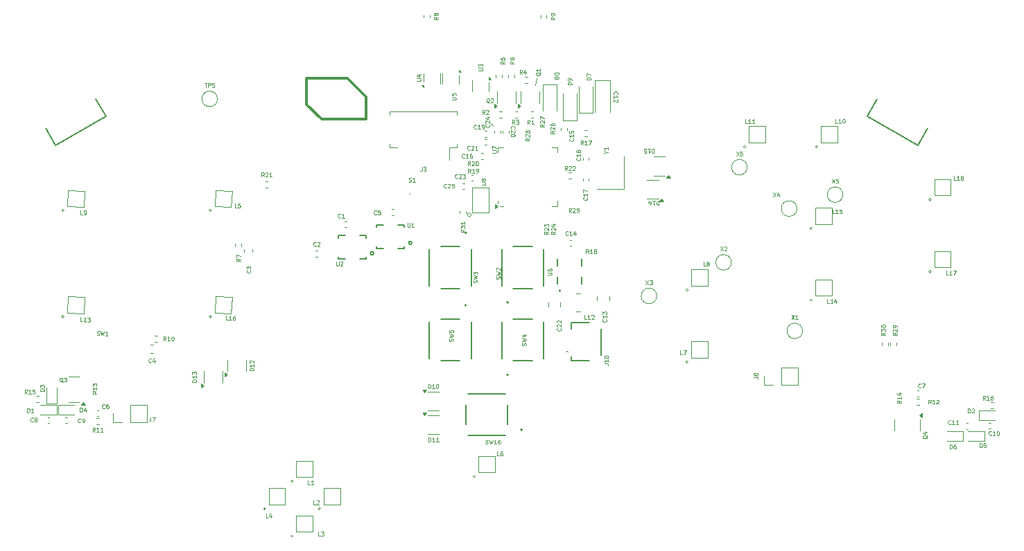
<source format=gbr>
%TF.GenerationSoftware,KiCad,Pcbnew,9.0.6-rc2*%
%TF.CreationDate,2025-12-11T22:21:31-08:00*%
%TF.ProjectId,UGC_Main_S1,5547435f-4d61-4696-9e5f-53312e6b6963,rev?*%
%TF.SameCoordinates,Original*%
%TF.FileFunction,Legend,Top*%
%TF.FilePolarity,Positive*%
%FSLAX46Y46*%
G04 Gerber Fmt 4.6, Leading zero omitted, Abs format (unit mm)*
G04 Created by KiCad (PCBNEW 9.0.6-rc2) date 2025-12-11 22:21:31*
%MOMM*%
%LPD*%
G01*
G04 APERTURE LIST*
%ADD10C,0.120000*%
%ADD11C,0.100000*%
%ADD12C,0.350000*%
%ADD13C,0.160000*%
%ADD14C,0.127000*%
%ADD15C,0.200000*%
G04 APERTURE END LIST*
D10*
X218973400Y-100863400D02*
X219252800Y-101168200D01*
X224600000Y-95350000D02*
X224400000Y-96200000D01*
D11*
X272744273Y-135188298D02*
X272577607Y-134950203D01*
X272458559Y-135188298D02*
X272458559Y-134688298D01*
X272458559Y-134688298D02*
X272649035Y-134688298D01*
X272649035Y-134688298D02*
X272696654Y-134712108D01*
X272696654Y-134712108D02*
X272720464Y-134735917D01*
X272720464Y-134735917D02*
X272744273Y-134783536D01*
X272744273Y-134783536D02*
X272744273Y-134854965D01*
X272744273Y-134854965D02*
X272720464Y-134902584D01*
X272720464Y-134902584D02*
X272696654Y-134926393D01*
X272696654Y-134926393D02*
X272649035Y-134950203D01*
X272649035Y-134950203D02*
X272458559Y-134950203D01*
X273220464Y-135188298D02*
X272934750Y-135188298D01*
X273077607Y-135188298D02*
X273077607Y-134688298D01*
X273077607Y-134688298D02*
X273029988Y-134759727D01*
X273029988Y-134759727D02*
X272982369Y-134807346D01*
X272982369Y-134807346D02*
X272934750Y-134831155D01*
X273410940Y-134735917D02*
X273434749Y-134712108D01*
X273434749Y-134712108D02*
X273482368Y-134688298D01*
X273482368Y-134688298D02*
X273601416Y-134688298D01*
X273601416Y-134688298D02*
X273649035Y-134712108D01*
X273649035Y-134712108D02*
X273672844Y-134735917D01*
X273672844Y-134735917D02*
X273696654Y-134783536D01*
X273696654Y-134783536D02*
X273696654Y-134831155D01*
X273696654Y-134831155D02*
X273672844Y-134902584D01*
X273672844Y-134902584D02*
X273387130Y-135188298D01*
X273387130Y-135188298D02*
X273696654Y-135188298D01*
X275776571Y-107820509D02*
X275538476Y-107820509D01*
X275538476Y-107820509D02*
X275538476Y-107320509D01*
X276205143Y-107820509D02*
X275919429Y-107820509D01*
X276062286Y-107820509D02*
X276062286Y-107320509D01*
X276062286Y-107320509D02*
X276014667Y-107391938D01*
X276014667Y-107391938D02*
X275967048Y-107439557D01*
X275967048Y-107439557D02*
X275919429Y-107463366D01*
X276490857Y-107534795D02*
X276443238Y-107510985D01*
X276443238Y-107510985D02*
X276419428Y-107487176D01*
X276419428Y-107487176D02*
X276395619Y-107439557D01*
X276395619Y-107439557D02*
X276395619Y-107415747D01*
X276395619Y-107415747D02*
X276419428Y-107368128D01*
X276419428Y-107368128D02*
X276443238Y-107344319D01*
X276443238Y-107344319D02*
X276490857Y-107320509D01*
X276490857Y-107320509D02*
X276586095Y-107320509D01*
X276586095Y-107320509D02*
X276633714Y-107344319D01*
X276633714Y-107344319D02*
X276657523Y-107368128D01*
X276657523Y-107368128D02*
X276681333Y-107415747D01*
X276681333Y-107415747D02*
X276681333Y-107439557D01*
X276681333Y-107439557D02*
X276657523Y-107487176D01*
X276657523Y-107487176D02*
X276633714Y-107510985D01*
X276633714Y-107510985D02*
X276586095Y-107534795D01*
X276586095Y-107534795D02*
X276490857Y-107534795D01*
X276490857Y-107534795D02*
X276443238Y-107558604D01*
X276443238Y-107558604D02*
X276419428Y-107582414D01*
X276419428Y-107582414D02*
X276395619Y-107630033D01*
X276395619Y-107630033D02*
X276395619Y-107725271D01*
X276395619Y-107725271D02*
X276419428Y-107772890D01*
X276419428Y-107772890D02*
X276443238Y-107796700D01*
X276443238Y-107796700D02*
X276490857Y-107820509D01*
X276490857Y-107820509D02*
X276586095Y-107820509D01*
X276586095Y-107820509D02*
X276633714Y-107796700D01*
X276633714Y-107796700D02*
X276657523Y-107772890D01*
X276657523Y-107772890D02*
X276681333Y-107725271D01*
X276681333Y-107725271D02*
X276681333Y-107630033D01*
X276681333Y-107630033D02*
X276657523Y-107582414D01*
X276657523Y-107582414D02*
X276633714Y-107558604D01*
X276633714Y-107558604D02*
X276586095Y-107534795D01*
X233071090Y-124857628D02*
X233094900Y-124881437D01*
X233094900Y-124881437D02*
X233118709Y-124952866D01*
X233118709Y-124952866D02*
X233118709Y-125000485D01*
X233118709Y-125000485D02*
X233094900Y-125071913D01*
X233094900Y-125071913D02*
X233047280Y-125119532D01*
X233047280Y-125119532D02*
X232999661Y-125143342D01*
X232999661Y-125143342D02*
X232904423Y-125167151D01*
X232904423Y-125167151D02*
X232832995Y-125167151D01*
X232832995Y-125167151D02*
X232737757Y-125143342D01*
X232737757Y-125143342D02*
X232690138Y-125119532D01*
X232690138Y-125119532D02*
X232642519Y-125071913D01*
X232642519Y-125071913D02*
X232618709Y-125000485D01*
X232618709Y-125000485D02*
X232618709Y-124952866D01*
X232618709Y-124952866D02*
X232642519Y-124881437D01*
X232642519Y-124881437D02*
X232666328Y-124857628D01*
X233118709Y-124381437D02*
X233118709Y-124667151D01*
X233118709Y-124524294D02*
X232618709Y-124524294D01*
X232618709Y-124524294D02*
X232690138Y-124571913D01*
X232690138Y-124571913D02*
X232737757Y-124619532D01*
X232737757Y-124619532D02*
X232761566Y-124667151D01*
X232618709Y-124214771D02*
X232618709Y-123905247D01*
X232618709Y-123905247D02*
X232809185Y-124071914D01*
X232809185Y-124071914D02*
X232809185Y-124000485D01*
X232809185Y-124000485D02*
X232832995Y-123952866D01*
X232832995Y-123952866D02*
X232856804Y-123929057D01*
X232856804Y-123929057D02*
X232904423Y-123905247D01*
X232904423Y-123905247D02*
X233023471Y-123905247D01*
X233023471Y-123905247D02*
X233071090Y-123929057D01*
X233071090Y-123929057D02*
X233094900Y-123952866D01*
X233094900Y-123952866D02*
X233118709Y-124000485D01*
X233118709Y-124000485D02*
X233118709Y-124143342D01*
X233118709Y-124143342D02*
X233094900Y-124190961D01*
X233094900Y-124190961D02*
X233071090Y-124214771D01*
X268577109Y-126508628D02*
X268339014Y-126675294D01*
X268577109Y-126794342D02*
X268077109Y-126794342D01*
X268077109Y-126794342D02*
X268077109Y-126603866D01*
X268077109Y-126603866D02*
X268100919Y-126556247D01*
X268100919Y-126556247D02*
X268124728Y-126532437D01*
X268124728Y-126532437D02*
X268172347Y-126508628D01*
X268172347Y-126508628D02*
X268243776Y-126508628D01*
X268243776Y-126508628D02*
X268291395Y-126532437D01*
X268291395Y-126532437D02*
X268315204Y-126556247D01*
X268315204Y-126556247D02*
X268339014Y-126603866D01*
X268339014Y-126603866D02*
X268339014Y-126794342D01*
X268124728Y-126318151D02*
X268100919Y-126294342D01*
X268100919Y-126294342D02*
X268077109Y-126246723D01*
X268077109Y-126246723D02*
X268077109Y-126127675D01*
X268077109Y-126127675D02*
X268100919Y-126080056D01*
X268100919Y-126080056D02*
X268124728Y-126056247D01*
X268124728Y-126056247D02*
X268172347Y-126032437D01*
X268172347Y-126032437D02*
X268219966Y-126032437D01*
X268219966Y-126032437D02*
X268291395Y-126056247D01*
X268291395Y-126056247D02*
X268577109Y-126341961D01*
X268577109Y-126341961D02*
X268577109Y-126032437D01*
X268577109Y-125794342D02*
X268577109Y-125699104D01*
X268577109Y-125699104D02*
X268553300Y-125651485D01*
X268553300Y-125651485D02*
X268529490Y-125627676D01*
X268529490Y-125627676D02*
X268458061Y-125580057D01*
X268458061Y-125580057D02*
X268362823Y-125556247D01*
X268362823Y-125556247D02*
X268172347Y-125556247D01*
X268172347Y-125556247D02*
X268124728Y-125580057D01*
X268124728Y-125580057D02*
X268100919Y-125603866D01*
X268100919Y-125603866D02*
X268077109Y-125651485D01*
X268077109Y-125651485D02*
X268077109Y-125746723D01*
X268077109Y-125746723D02*
X268100919Y-125794342D01*
X268100919Y-125794342D02*
X268124728Y-125818152D01*
X268124728Y-125818152D02*
X268172347Y-125841961D01*
X268172347Y-125841961D02*
X268291395Y-125841961D01*
X268291395Y-125841961D02*
X268339014Y-125818152D01*
X268339014Y-125818152D02*
X268362823Y-125794342D01*
X268362823Y-125794342D02*
X268386633Y-125746723D01*
X268386633Y-125746723D02*
X268386633Y-125651485D01*
X268386633Y-125651485D02*
X268362823Y-125603866D01*
X268362823Y-125603866D02*
X268339014Y-125580057D01*
X268339014Y-125580057D02*
X268291395Y-125556247D01*
X179318571Y-127466109D02*
X179151905Y-127228014D01*
X179032857Y-127466109D02*
X179032857Y-126966109D01*
X179032857Y-126966109D02*
X179223333Y-126966109D01*
X179223333Y-126966109D02*
X179270952Y-126989919D01*
X179270952Y-126989919D02*
X179294762Y-127013728D01*
X179294762Y-127013728D02*
X179318571Y-127061347D01*
X179318571Y-127061347D02*
X179318571Y-127132776D01*
X179318571Y-127132776D02*
X179294762Y-127180395D01*
X179294762Y-127180395D02*
X179270952Y-127204204D01*
X179270952Y-127204204D02*
X179223333Y-127228014D01*
X179223333Y-127228014D02*
X179032857Y-127228014D01*
X179794762Y-127466109D02*
X179509048Y-127466109D01*
X179651905Y-127466109D02*
X179651905Y-126966109D01*
X179651905Y-126966109D02*
X179604286Y-127037538D01*
X179604286Y-127037538D02*
X179556667Y-127085157D01*
X179556667Y-127085157D02*
X179509048Y-127108966D01*
X180104285Y-126966109D02*
X180151904Y-126966109D01*
X180151904Y-126966109D02*
X180199523Y-126989919D01*
X180199523Y-126989919D02*
X180223333Y-127013728D01*
X180223333Y-127013728D02*
X180247142Y-127061347D01*
X180247142Y-127061347D02*
X180270952Y-127156585D01*
X180270952Y-127156585D02*
X180270952Y-127275633D01*
X180270952Y-127275633D02*
X180247142Y-127370871D01*
X180247142Y-127370871D02*
X180223333Y-127418490D01*
X180223333Y-127418490D02*
X180199523Y-127442300D01*
X180199523Y-127442300D02*
X180151904Y-127466109D01*
X180151904Y-127466109D02*
X180104285Y-127466109D01*
X180104285Y-127466109D02*
X180056666Y-127442300D01*
X180056666Y-127442300D02*
X180032857Y-127418490D01*
X180032857Y-127418490D02*
X180009047Y-127370871D01*
X180009047Y-127370871D02*
X179985238Y-127275633D01*
X179985238Y-127275633D02*
X179985238Y-127156585D01*
X179985238Y-127156585D02*
X180009047Y-127061347D01*
X180009047Y-127061347D02*
X180032857Y-127013728D01*
X180032857Y-127013728D02*
X180056666Y-126989919D01*
X180056666Y-126989919D02*
X180104285Y-126966109D01*
X208969048Y-108002300D02*
X209040476Y-108026109D01*
X209040476Y-108026109D02*
X209159524Y-108026109D01*
X209159524Y-108026109D02*
X209207143Y-108002300D01*
X209207143Y-108002300D02*
X209230952Y-107978490D01*
X209230952Y-107978490D02*
X209254762Y-107930871D01*
X209254762Y-107930871D02*
X209254762Y-107883252D01*
X209254762Y-107883252D02*
X209230952Y-107835633D01*
X209230952Y-107835633D02*
X209207143Y-107811823D01*
X209207143Y-107811823D02*
X209159524Y-107788014D01*
X209159524Y-107788014D02*
X209064286Y-107764204D01*
X209064286Y-107764204D02*
X209016667Y-107740395D01*
X209016667Y-107740395D02*
X208992857Y-107716585D01*
X208992857Y-107716585D02*
X208969048Y-107668966D01*
X208969048Y-107668966D02*
X208969048Y-107621347D01*
X208969048Y-107621347D02*
X208992857Y-107573728D01*
X208992857Y-107573728D02*
X209016667Y-107549919D01*
X209016667Y-107549919D02*
X209064286Y-107526109D01*
X209064286Y-107526109D02*
X209183333Y-107526109D01*
X209183333Y-107526109D02*
X209254762Y-107549919D01*
X209730952Y-108026109D02*
X209445238Y-108026109D01*
X209588095Y-108026109D02*
X209588095Y-107526109D01*
X209588095Y-107526109D02*
X209540476Y-107597538D01*
X209540476Y-107597538D02*
X209492857Y-107645157D01*
X209492857Y-107645157D02*
X209445238Y-107668966D01*
X280104014Y-138968122D02*
X280080205Y-138991932D01*
X280080205Y-138991932D02*
X280008776Y-139015741D01*
X280008776Y-139015741D02*
X279961157Y-139015741D01*
X279961157Y-139015741D02*
X279889729Y-138991932D01*
X279889729Y-138991932D02*
X279842110Y-138944312D01*
X279842110Y-138944312D02*
X279818300Y-138896693D01*
X279818300Y-138896693D02*
X279794491Y-138801455D01*
X279794491Y-138801455D02*
X279794491Y-138730027D01*
X279794491Y-138730027D02*
X279818300Y-138634789D01*
X279818300Y-138634789D02*
X279842110Y-138587170D01*
X279842110Y-138587170D02*
X279889729Y-138539551D01*
X279889729Y-138539551D02*
X279961157Y-138515741D01*
X279961157Y-138515741D02*
X280008776Y-138515741D01*
X280008776Y-138515741D02*
X280080205Y-138539551D01*
X280080205Y-138539551D02*
X280104014Y-138563360D01*
X280580205Y-139015741D02*
X280294491Y-139015741D01*
X280437348Y-139015741D02*
X280437348Y-138515741D01*
X280437348Y-138515741D02*
X280389729Y-138587170D01*
X280389729Y-138587170D02*
X280342110Y-138634789D01*
X280342110Y-138634789D02*
X280294491Y-138658598D01*
X280889728Y-138515741D02*
X280937347Y-138515741D01*
X280937347Y-138515741D02*
X280984966Y-138539551D01*
X280984966Y-138539551D02*
X281008776Y-138563360D01*
X281008776Y-138563360D02*
X281032585Y-138610979D01*
X281032585Y-138610979D02*
X281056395Y-138706217D01*
X281056395Y-138706217D02*
X281056395Y-138825265D01*
X281056395Y-138825265D02*
X281032585Y-138920503D01*
X281032585Y-138920503D02*
X281008776Y-138968122D01*
X281008776Y-138968122D02*
X280984966Y-138991932D01*
X280984966Y-138991932D02*
X280937347Y-139015741D01*
X280937347Y-139015741D02*
X280889728Y-139015741D01*
X280889728Y-139015741D02*
X280842109Y-138991932D01*
X280842109Y-138991932D02*
X280818300Y-138968122D01*
X280818300Y-138968122D02*
X280794490Y-138920503D01*
X280794490Y-138920503D02*
X280770681Y-138825265D01*
X280770681Y-138825265D02*
X280770681Y-138706217D01*
X280770681Y-138706217D02*
X280794490Y-138610979D01*
X280794490Y-138610979D02*
X280818300Y-138563360D01*
X280818300Y-138563360D02*
X280842109Y-138539551D01*
X280842109Y-138539551D02*
X280889728Y-138515741D01*
X230259771Y-103504109D02*
X230093105Y-103266014D01*
X229974057Y-103504109D02*
X229974057Y-103004109D01*
X229974057Y-103004109D02*
X230164533Y-103004109D01*
X230164533Y-103004109D02*
X230212152Y-103027919D01*
X230212152Y-103027919D02*
X230235962Y-103051728D01*
X230235962Y-103051728D02*
X230259771Y-103099347D01*
X230259771Y-103099347D02*
X230259771Y-103170776D01*
X230259771Y-103170776D02*
X230235962Y-103218395D01*
X230235962Y-103218395D02*
X230212152Y-103242204D01*
X230212152Y-103242204D02*
X230164533Y-103266014D01*
X230164533Y-103266014D02*
X229974057Y-103266014D01*
X230735962Y-103504109D02*
X230450248Y-103504109D01*
X230593105Y-103504109D02*
X230593105Y-103004109D01*
X230593105Y-103004109D02*
X230545486Y-103075538D01*
X230545486Y-103075538D02*
X230497867Y-103123157D01*
X230497867Y-103123157D02*
X230450248Y-103146966D01*
X230902628Y-103004109D02*
X231235961Y-103004109D01*
X231235961Y-103004109D02*
X231021676Y-103504109D01*
X198138266Y-151356109D02*
X197900171Y-151356109D01*
X197900171Y-151356109D02*
X197900171Y-150856109D01*
X198257314Y-150856109D02*
X198566838Y-150856109D01*
X198566838Y-150856109D02*
X198400171Y-151046585D01*
X198400171Y-151046585D02*
X198471600Y-151046585D01*
X198471600Y-151046585D02*
X198519219Y-151070395D01*
X198519219Y-151070395D02*
X198543028Y-151094204D01*
X198543028Y-151094204D02*
X198566838Y-151141823D01*
X198566838Y-151141823D02*
X198566838Y-151260871D01*
X198566838Y-151260871D02*
X198543028Y-151308490D01*
X198543028Y-151308490D02*
X198519219Y-151332300D01*
X198519219Y-151332300D02*
X198471600Y-151356109D01*
X198471600Y-151356109D02*
X198328743Y-151356109D01*
X198328743Y-151356109D02*
X198281124Y-151332300D01*
X198281124Y-151332300D02*
X198257314Y-151308490D01*
X226826109Y-87893333D02*
X226588014Y-88059999D01*
X226826109Y-88179047D02*
X226326109Y-88179047D01*
X226326109Y-88179047D02*
X226326109Y-87988571D01*
X226326109Y-87988571D02*
X226349919Y-87940952D01*
X226349919Y-87940952D02*
X226373728Y-87917142D01*
X226373728Y-87917142D02*
X226421347Y-87893333D01*
X226421347Y-87893333D02*
X226492776Y-87893333D01*
X226492776Y-87893333D02*
X226540395Y-87917142D01*
X226540395Y-87917142D02*
X226564204Y-87940952D01*
X226564204Y-87940952D02*
X226588014Y-87988571D01*
X226588014Y-87988571D02*
X226588014Y-88179047D01*
X226826109Y-87655237D02*
X226826109Y-87559999D01*
X226826109Y-87559999D02*
X226802300Y-87512380D01*
X226802300Y-87512380D02*
X226778490Y-87488571D01*
X226778490Y-87488571D02*
X226707061Y-87440952D01*
X226707061Y-87440952D02*
X226611823Y-87417142D01*
X226611823Y-87417142D02*
X226421347Y-87417142D01*
X226421347Y-87417142D02*
X226373728Y-87440952D01*
X226373728Y-87440952D02*
X226349919Y-87464761D01*
X226349919Y-87464761D02*
X226326109Y-87512380D01*
X226326109Y-87512380D02*
X226326109Y-87607618D01*
X226326109Y-87607618D02*
X226349919Y-87655237D01*
X226349919Y-87655237D02*
X226373728Y-87679047D01*
X226373728Y-87679047D02*
X226421347Y-87702856D01*
X226421347Y-87702856D02*
X226540395Y-87702856D01*
X226540395Y-87702856D02*
X226588014Y-87679047D01*
X226588014Y-87679047D02*
X226611823Y-87655237D01*
X226611823Y-87655237D02*
X226635633Y-87607618D01*
X226635633Y-87607618D02*
X226635633Y-87512380D01*
X226635633Y-87512380D02*
X226611823Y-87464761D01*
X226611823Y-87464761D02*
X226588014Y-87440952D01*
X226588014Y-87440952D02*
X226540395Y-87417142D01*
X210577133Y-106234109D02*
X210577133Y-106591252D01*
X210577133Y-106591252D02*
X210553324Y-106662680D01*
X210553324Y-106662680D02*
X210505705Y-106710300D01*
X210505705Y-106710300D02*
X210434276Y-106734109D01*
X210434276Y-106734109D02*
X210386657Y-106734109D01*
X210767609Y-106234109D02*
X211077133Y-106234109D01*
X211077133Y-106234109D02*
X210910466Y-106424585D01*
X210910466Y-106424585D02*
X210981895Y-106424585D01*
X210981895Y-106424585D02*
X211029514Y-106448395D01*
X211029514Y-106448395D02*
X211053323Y-106472204D01*
X211053323Y-106472204D02*
X211077133Y-106519823D01*
X211077133Y-106519823D02*
X211077133Y-106638871D01*
X211077133Y-106638871D02*
X211053323Y-106686490D01*
X211053323Y-106686490D02*
X211029514Y-106710300D01*
X211029514Y-106710300D02*
X210981895Y-106734109D01*
X210981895Y-106734109D02*
X210839038Y-106734109D01*
X210839038Y-106734109D02*
X210791419Y-106710300D01*
X210791419Y-106710300D02*
X210767609Y-106686490D01*
X275138571Y-137628490D02*
X275114762Y-137652300D01*
X275114762Y-137652300D02*
X275043333Y-137676109D01*
X275043333Y-137676109D02*
X274995714Y-137676109D01*
X274995714Y-137676109D02*
X274924286Y-137652300D01*
X274924286Y-137652300D02*
X274876667Y-137604680D01*
X274876667Y-137604680D02*
X274852857Y-137557061D01*
X274852857Y-137557061D02*
X274829048Y-137461823D01*
X274829048Y-137461823D02*
X274829048Y-137390395D01*
X274829048Y-137390395D02*
X274852857Y-137295157D01*
X274852857Y-137295157D02*
X274876667Y-137247538D01*
X274876667Y-137247538D02*
X274924286Y-137199919D01*
X274924286Y-137199919D02*
X274995714Y-137176109D01*
X274995714Y-137176109D02*
X275043333Y-137176109D01*
X275043333Y-137176109D02*
X275114762Y-137199919D01*
X275114762Y-137199919D02*
X275138571Y-137223728D01*
X275614762Y-137676109D02*
X275329048Y-137676109D01*
X275471905Y-137676109D02*
X275471905Y-137176109D01*
X275471905Y-137176109D02*
X275424286Y-137247538D01*
X275424286Y-137247538D02*
X275376667Y-137295157D01*
X275376667Y-137295157D02*
X275329048Y-137318966D01*
X276090952Y-137676109D02*
X275805238Y-137676109D01*
X275948095Y-137676109D02*
X275948095Y-137176109D01*
X275948095Y-137176109D02*
X275900476Y-137247538D01*
X275900476Y-137247538D02*
X275852857Y-137295157D01*
X275852857Y-137295157D02*
X275805238Y-137318966D01*
X217500809Y-94410552D02*
X217905571Y-94410552D01*
X217905571Y-94410552D02*
X217953190Y-94386742D01*
X217953190Y-94386742D02*
X217977000Y-94362933D01*
X217977000Y-94362933D02*
X218000809Y-94315314D01*
X218000809Y-94315314D02*
X218000809Y-94220076D01*
X218000809Y-94220076D02*
X217977000Y-94172457D01*
X217977000Y-94172457D02*
X217953190Y-94148647D01*
X217953190Y-94148647D02*
X217905571Y-94124838D01*
X217905571Y-94124838D02*
X217500809Y-94124838D01*
X217500809Y-93934361D02*
X217500809Y-93624837D01*
X217500809Y-93624837D02*
X217691285Y-93791504D01*
X217691285Y-93791504D02*
X217691285Y-93720075D01*
X217691285Y-93720075D02*
X217715095Y-93672456D01*
X217715095Y-93672456D02*
X217738904Y-93648647D01*
X217738904Y-93648647D02*
X217786523Y-93624837D01*
X217786523Y-93624837D02*
X217905571Y-93624837D01*
X217905571Y-93624837D02*
X217953190Y-93648647D01*
X217953190Y-93648647D02*
X217977000Y-93672456D01*
X217977000Y-93672456D02*
X218000809Y-93720075D01*
X218000809Y-93720075D02*
X218000809Y-93862932D01*
X218000809Y-93862932D02*
X217977000Y-93910551D01*
X217977000Y-93910551D02*
X217953190Y-93934361D01*
X245204466Y-118336109D02*
X244966371Y-118336109D01*
X244966371Y-118336109D02*
X244966371Y-117836109D01*
X245442562Y-118050395D02*
X245394943Y-118026585D01*
X245394943Y-118026585D02*
X245371133Y-118002776D01*
X245371133Y-118002776D02*
X245347324Y-117955157D01*
X245347324Y-117955157D02*
X245347324Y-117931347D01*
X245347324Y-117931347D02*
X245371133Y-117883728D01*
X245371133Y-117883728D02*
X245394943Y-117859919D01*
X245394943Y-117859919D02*
X245442562Y-117836109D01*
X245442562Y-117836109D02*
X245537800Y-117836109D01*
X245537800Y-117836109D02*
X245585419Y-117859919D01*
X245585419Y-117859919D02*
X245609228Y-117883728D01*
X245609228Y-117883728D02*
X245633038Y-117931347D01*
X245633038Y-117931347D02*
X245633038Y-117955157D01*
X245633038Y-117955157D02*
X245609228Y-118002776D01*
X245609228Y-118002776D02*
X245585419Y-118026585D01*
X245585419Y-118026585D02*
X245537800Y-118050395D01*
X245537800Y-118050395D02*
X245442562Y-118050395D01*
X245442562Y-118050395D02*
X245394943Y-118074204D01*
X245394943Y-118074204D02*
X245371133Y-118098014D01*
X245371133Y-118098014D02*
X245347324Y-118145633D01*
X245347324Y-118145633D02*
X245347324Y-118240871D01*
X245347324Y-118240871D02*
X245371133Y-118288490D01*
X245371133Y-118288490D02*
X245394943Y-118312300D01*
X245394943Y-118312300D02*
X245442562Y-118336109D01*
X245442562Y-118336109D02*
X245537800Y-118336109D01*
X245537800Y-118336109D02*
X245585419Y-118312300D01*
X245585419Y-118312300D02*
X245609228Y-118288490D01*
X245609228Y-118288490D02*
X245633038Y-118240871D01*
X245633038Y-118240871D02*
X245633038Y-118145633D01*
X245633038Y-118145633D02*
X245609228Y-118098014D01*
X245609228Y-118098014D02*
X245585419Y-118074204D01*
X245585419Y-118074204D02*
X245537800Y-118050395D01*
X163086666Y-137338490D02*
X163062857Y-137362300D01*
X163062857Y-137362300D02*
X162991428Y-137386109D01*
X162991428Y-137386109D02*
X162943809Y-137386109D01*
X162943809Y-137386109D02*
X162872381Y-137362300D01*
X162872381Y-137362300D02*
X162824762Y-137314680D01*
X162824762Y-137314680D02*
X162800952Y-137267061D01*
X162800952Y-137267061D02*
X162777143Y-137171823D01*
X162777143Y-137171823D02*
X162777143Y-137100395D01*
X162777143Y-137100395D02*
X162800952Y-137005157D01*
X162800952Y-137005157D02*
X162824762Y-136957538D01*
X162824762Y-136957538D02*
X162872381Y-136909919D01*
X162872381Y-136909919D02*
X162943809Y-136886109D01*
X162943809Y-136886109D02*
X162991428Y-136886109D01*
X162991428Y-136886109D02*
X163062857Y-136909919D01*
X163062857Y-136909919D02*
X163086666Y-136933728D01*
X163372381Y-137100395D02*
X163324762Y-137076585D01*
X163324762Y-137076585D02*
X163300952Y-137052776D01*
X163300952Y-137052776D02*
X163277143Y-137005157D01*
X163277143Y-137005157D02*
X163277143Y-136981347D01*
X163277143Y-136981347D02*
X163300952Y-136933728D01*
X163300952Y-136933728D02*
X163324762Y-136909919D01*
X163324762Y-136909919D02*
X163372381Y-136886109D01*
X163372381Y-136886109D02*
X163467619Y-136886109D01*
X163467619Y-136886109D02*
X163515238Y-136909919D01*
X163515238Y-136909919D02*
X163539047Y-136933728D01*
X163539047Y-136933728D02*
X163562857Y-136981347D01*
X163562857Y-136981347D02*
X163562857Y-137005157D01*
X163562857Y-137005157D02*
X163539047Y-137052776D01*
X163539047Y-137052776D02*
X163515238Y-137076585D01*
X163515238Y-137076585D02*
X163467619Y-137100395D01*
X163467619Y-137100395D02*
X163372381Y-137100395D01*
X163372381Y-137100395D02*
X163324762Y-137124204D01*
X163324762Y-137124204D02*
X163300952Y-137148014D01*
X163300952Y-137148014D02*
X163277143Y-137195633D01*
X163277143Y-137195633D02*
X163277143Y-137290871D01*
X163277143Y-137290871D02*
X163300952Y-137338490D01*
X163300952Y-137338490D02*
X163324762Y-137362300D01*
X163324762Y-137362300D02*
X163372381Y-137386109D01*
X163372381Y-137386109D02*
X163467619Y-137386109D01*
X163467619Y-137386109D02*
X163515238Y-137362300D01*
X163515238Y-137362300D02*
X163539047Y-137338490D01*
X163539047Y-137338490D02*
X163562857Y-137290871D01*
X163562857Y-137290871D02*
X163562857Y-137195633D01*
X163562857Y-137195633D02*
X163539047Y-137148014D01*
X163539047Y-137148014D02*
X163515238Y-137124204D01*
X163515238Y-137124204D02*
X163467619Y-137100395D01*
X251123309Y-131941866D02*
X251480452Y-131941866D01*
X251480452Y-131941866D02*
X251551880Y-131965675D01*
X251551880Y-131965675D02*
X251599500Y-132013294D01*
X251599500Y-132013294D02*
X251623309Y-132084723D01*
X251623309Y-132084723D02*
X251623309Y-132132342D01*
X251337595Y-131632342D02*
X251313785Y-131679961D01*
X251313785Y-131679961D02*
X251289976Y-131703771D01*
X251289976Y-131703771D02*
X251242357Y-131727580D01*
X251242357Y-131727580D02*
X251218547Y-131727580D01*
X251218547Y-131727580D02*
X251170928Y-131703771D01*
X251170928Y-131703771D02*
X251147119Y-131679961D01*
X251147119Y-131679961D02*
X251123309Y-131632342D01*
X251123309Y-131632342D02*
X251123309Y-131537104D01*
X251123309Y-131537104D02*
X251147119Y-131489485D01*
X251147119Y-131489485D02*
X251170928Y-131465676D01*
X251170928Y-131465676D02*
X251218547Y-131441866D01*
X251218547Y-131441866D02*
X251242357Y-131441866D01*
X251242357Y-131441866D02*
X251289976Y-131465676D01*
X251289976Y-131465676D02*
X251313785Y-131489485D01*
X251313785Y-131489485D02*
X251337595Y-131537104D01*
X251337595Y-131537104D02*
X251337595Y-131632342D01*
X251337595Y-131632342D02*
X251361404Y-131679961D01*
X251361404Y-131679961D02*
X251385214Y-131703771D01*
X251385214Y-131703771D02*
X251432833Y-131727580D01*
X251432833Y-131727580D02*
X251528071Y-131727580D01*
X251528071Y-131727580D02*
X251575690Y-131703771D01*
X251575690Y-131703771D02*
X251599500Y-131679961D01*
X251599500Y-131679961D02*
X251623309Y-131632342D01*
X251623309Y-131632342D02*
X251623309Y-131537104D01*
X251623309Y-131537104D02*
X251599500Y-131489485D01*
X251599500Y-131489485D02*
X251575690Y-131465676D01*
X251575690Y-131465676D02*
X251528071Y-131441866D01*
X251528071Y-131441866D02*
X251432833Y-131441866D01*
X251432833Y-131441866D02*
X251385214Y-131465676D01*
X251385214Y-131465676D02*
X251361404Y-131489485D01*
X251361404Y-131489485D02*
X251337595Y-131537104D01*
X226768709Y-101819828D02*
X226530614Y-101986494D01*
X226768709Y-102105542D02*
X226268709Y-102105542D01*
X226268709Y-102105542D02*
X226268709Y-101915066D01*
X226268709Y-101915066D02*
X226292519Y-101867447D01*
X226292519Y-101867447D02*
X226316328Y-101843637D01*
X226316328Y-101843637D02*
X226363947Y-101819828D01*
X226363947Y-101819828D02*
X226435376Y-101819828D01*
X226435376Y-101819828D02*
X226482995Y-101843637D01*
X226482995Y-101843637D02*
X226506804Y-101867447D01*
X226506804Y-101867447D02*
X226530614Y-101915066D01*
X226530614Y-101915066D02*
X226530614Y-102105542D01*
X226316328Y-101629351D02*
X226292519Y-101605542D01*
X226292519Y-101605542D02*
X226268709Y-101557923D01*
X226268709Y-101557923D02*
X226268709Y-101438875D01*
X226268709Y-101438875D02*
X226292519Y-101391256D01*
X226292519Y-101391256D02*
X226316328Y-101367447D01*
X226316328Y-101367447D02*
X226363947Y-101343637D01*
X226363947Y-101343637D02*
X226411566Y-101343637D01*
X226411566Y-101343637D02*
X226482995Y-101367447D01*
X226482995Y-101367447D02*
X226768709Y-101653161D01*
X226768709Y-101653161D02*
X226768709Y-101343637D01*
X226268709Y-100915066D02*
X226268709Y-101010304D01*
X226268709Y-101010304D02*
X226292519Y-101057923D01*
X226292519Y-101057923D02*
X226316328Y-101081733D01*
X226316328Y-101081733D02*
X226387757Y-101129352D01*
X226387757Y-101129352D02*
X226482995Y-101153161D01*
X226482995Y-101153161D02*
X226673471Y-101153161D01*
X226673471Y-101153161D02*
X226721090Y-101129352D01*
X226721090Y-101129352D02*
X226744900Y-101105542D01*
X226744900Y-101105542D02*
X226768709Y-101057923D01*
X226768709Y-101057923D02*
X226768709Y-100962685D01*
X226768709Y-100962685D02*
X226744900Y-100915066D01*
X226744900Y-100915066D02*
X226721090Y-100891257D01*
X226721090Y-100891257D02*
X226673471Y-100867447D01*
X226673471Y-100867447D02*
X226554423Y-100867447D01*
X226554423Y-100867447D02*
X226506804Y-100891257D01*
X226506804Y-100891257D02*
X226482995Y-100915066D01*
X226482995Y-100915066D02*
X226459185Y-100962685D01*
X226459185Y-100962685D02*
X226459185Y-101057923D01*
X226459185Y-101057923D02*
X226482995Y-101105542D01*
X226482995Y-101105542D02*
X226506804Y-101129352D01*
X226506804Y-101129352D02*
X226554423Y-101153161D01*
X230666171Y-124813109D02*
X230428076Y-124813109D01*
X230428076Y-124813109D02*
X230428076Y-124313109D01*
X231094743Y-124813109D02*
X230809029Y-124813109D01*
X230951886Y-124813109D02*
X230951886Y-124313109D01*
X230951886Y-124313109D02*
X230904267Y-124384538D01*
X230904267Y-124384538D02*
X230856648Y-124432157D01*
X230856648Y-124432157D02*
X230809029Y-124455966D01*
X231285219Y-124360728D02*
X231309028Y-124336919D01*
X231309028Y-124336919D02*
X231356647Y-124313109D01*
X231356647Y-124313109D02*
X231475695Y-124313109D01*
X231475695Y-124313109D02*
X231523314Y-124336919D01*
X231523314Y-124336919D02*
X231547123Y-124360728D01*
X231547123Y-124360728D02*
X231570933Y-124408347D01*
X231570933Y-124408347D02*
X231570933Y-124455966D01*
X231570933Y-124455966D02*
X231547123Y-124527395D01*
X231547123Y-124527395D02*
X231261409Y-124813109D01*
X231261409Y-124813109D02*
X231570933Y-124813109D01*
X208819047Y-113076109D02*
X208819047Y-113480871D01*
X208819047Y-113480871D02*
X208842857Y-113528490D01*
X208842857Y-113528490D02*
X208866666Y-113552300D01*
X208866666Y-113552300D02*
X208914285Y-113576109D01*
X208914285Y-113576109D02*
X209009523Y-113576109D01*
X209009523Y-113576109D02*
X209057142Y-113552300D01*
X209057142Y-113552300D02*
X209080952Y-113528490D01*
X209080952Y-113528490D02*
X209104761Y-113480871D01*
X209104761Y-113480871D02*
X209104761Y-113076109D01*
X209604762Y-113576109D02*
X209319048Y-113576109D01*
X209461905Y-113576109D02*
X209461905Y-113076109D01*
X209461905Y-113076109D02*
X209414286Y-113147538D01*
X209414286Y-113147538D02*
X209366667Y-113195157D01*
X209366667Y-113195157D02*
X209319048Y-113218966D01*
X216518571Y-106923809D02*
X216351905Y-106685714D01*
X216232857Y-106923809D02*
X216232857Y-106423809D01*
X216232857Y-106423809D02*
X216423333Y-106423809D01*
X216423333Y-106423809D02*
X216470952Y-106447619D01*
X216470952Y-106447619D02*
X216494762Y-106471428D01*
X216494762Y-106471428D02*
X216518571Y-106519047D01*
X216518571Y-106519047D02*
X216518571Y-106590476D01*
X216518571Y-106590476D02*
X216494762Y-106638095D01*
X216494762Y-106638095D02*
X216470952Y-106661904D01*
X216470952Y-106661904D02*
X216423333Y-106685714D01*
X216423333Y-106685714D02*
X216232857Y-106685714D01*
X216994762Y-106923809D02*
X216709048Y-106923809D01*
X216851905Y-106923809D02*
X216851905Y-106423809D01*
X216851905Y-106423809D02*
X216804286Y-106495238D01*
X216804286Y-106495238D02*
X216756667Y-106542857D01*
X216756667Y-106542857D02*
X216709048Y-106566666D01*
X217232857Y-106923809D02*
X217328095Y-106923809D01*
X217328095Y-106923809D02*
X217375714Y-106900000D01*
X217375714Y-106900000D02*
X217399523Y-106876190D01*
X217399523Y-106876190D02*
X217447142Y-106804761D01*
X217447142Y-106804761D02*
X217470952Y-106709523D01*
X217470952Y-106709523D02*
X217470952Y-106519047D01*
X217470952Y-106519047D02*
X217447142Y-106471428D01*
X217447142Y-106471428D02*
X217423333Y-106447619D01*
X217423333Y-106447619D02*
X217375714Y-106423809D01*
X217375714Y-106423809D02*
X217280476Y-106423809D01*
X217280476Y-106423809D02*
X217232857Y-106447619D01*
X217232857Y-106447619D02*
X217209047Y-106471428D01*
X217209047Y-106471428D02*
X217185238Y-106519047D01*
X217185238Y-106519047D02*
X217185238Y-106638095D01*
X217185238Y-106638095D02*
X217209047Y-106685714D01*
X217209047Y-106685714D02*
X217232857Y-106709523D01*
X217232857Y-106709523D02*
X217280476Y-106733333D01*
X217280476Y-106733333D02*
X217375714Y-106733333D01*
X217375714Y-106733333D02*
X217423333Y-106709523D01*
X217423333Y-106709523D02*
X217447142Y-106685714D01*
X217447142Y-106685714D02*
X217470952Y-106638095D01*
X229898490Y-105101428D02*
X229922300Y-105125237D01*
X229922300Y-105125237D02*
X229946109Y-105196666D01*
X229946109Y-105196666D02*
X229946109Y-105244285D01*
X229946109Y-105244285D02*
X229922300Y-105315713D01*
X229922300Y-105315713D02*
X229874680Y-105363332D01*
X229874680Y-105363332D02*
X229827061Y-105387142D01*
X229827061Y-105387142D02*
X229731823Y-105410951D01*
X229731823Y-105410951D02*
X229660395Y-105410951D01*
X229660395Y-105410951D02*
X229565157Y-105387142D01*
X229565157Y-105387142D02*
X229517538Y-105363332D01*
X229517538Y-105363332D02*
X229469919Y-105315713D01*
X229469919Y-105315713D02*
X229446109Y-105244285D01*
X229446109Y-105244285D02*
X229446109Y-105196666D01*
X229446109Y-105196666D02*
X229469919Y-105125237D01*
X229469919Y-105125237D02*
X229493728Y-105101428D01*
X229946109Y-104625237D02*
X229946109Y-104910951D01*
X229946109Y-104768094D02*
X229446109Y-104768094D01*
X229446109Y-104768094D02*
X229517538Y-104815713D01*
X229517538Y-104815713D02*
X229565157Y-104863332D01*
X229565157Y-104863332D02*
X229588966Y-104910951D01*
X229660395Y-104339523D02*
X229636585Y-104387142D01*
X229636585Y-104387142D02*
X229612776Y-104410952D01*
X229612776Y-104410952D02*
X229565157Y-104434761D01*
X229565157Y-104434761D02*
X229541347Y-104434761D01*
X229541347Y-104434761D02*
X229493728Y-104410952D01*
X229493728Y-104410952D02*
X229469919Y-104387142D01*
X229469919Y-104387142D02*
X229446109Y-104339523D01*
X229446109Y-104339523D02*
X229446109Y-104244285D01*
X229446109Y-104244285D02*
X229469919Y-104196666D01*
X229469919Y-104196666D02*
X229493728Y-104172857D01*
X229493728Y-104172857D02*
X229541347Y-104149047D01*
X229541347Y-104149047D02*
X229565157Y-104149047D01*
X229565157Y-104149047D02*
X229612776Y-104172857D01*
X229612776Y-104172857D02*
X229636585Y-104196666D01*
X229636585Y-104196666D02*
X229660395Y-104244285D01*
X229660395Y-104244285D02*
X229660395Y-104339523D01*
X229660395Y-104339523D02*
X229684204Y-104387142D01*
X229684204Y-104387142D02*
X229708014Y-104410952D01*
X229708014Y-104410952D02*
X229755633Y-104434761D01*
X229755633Y-104434761D02*
X229850871Y-104434761D01*
X229850871Y-104434761D02*
X229898490Y-104410952D01*
X229898490Y-104410952D02*
X229922300Y-104387142D01*
X229922300Y-104387142D02*
X229946109Y-104339523D01*
X229946109Y-104339523D02*
X229946109Y-104244285D01*
X229946109Y-104244285D02*
X229922300Y-104196666D01*
X229922300Y-104196666D02*
X229898490Y-104172857D01*
X229898490Y-104172857D02*
X229850871Y-104149047D01*
X229850871Y-104149047D02*
X229755633Y-104149047D01*
X229755633Y-104149047D02*
X229708014Y-104172857D01*
X229708014Y-104172857D02*
X229684204Y-104196666D01*
X229684204Y-104196666D02*
X229660395Y-104244285D01*
X168830952Y-136166109D02*
X168830952Y-135666109D01*
X168830952Y-135666109D02*
X168950000Y-135666109D01*
X168950000Y-135666109D02*
X169021428Y-135689919D01*
X169021428Y-135689919D02*
X169069047Y-135737538D01*
X169069047Y-135737538D02*
X169092857Y-135785157D01*
X169092857Y-135785157D02*
X169116666Y-135880395D01*
X169116666Y-135880395D02*
X169116666Y-135951823D01*
X169116666Y-135951823D02*
X169092857Y-136047061D01*
X169092857Y-136047061D02*
X169069047Y-136094680D01*
X169069047Y-136094680D02*
X169021428Y-136142300D01*
X169021428Y-136142300D02*
X168950000Y-136166109D01*
X168950000Y-136166109D02*
X168830952Y-136166109D01*
X169545238Y-135832776D02*
X169545238Y-136166109D01*
X169426190Y-135642300D02*
X169307143Y-135999442D01*
X169307143Y-135999442D02*
X169616666Y-135999442D01*
X226032109Y-114138828D02*
X225794014Y-114305494D01*
X226032109Y-114424542D02*
X225532109Y-114424542D01*
X225532109Y-114424542D02*
X225532109Y-114234066D01*
X225532109Y-114234066D02*
X225555919Y-114186447D01*
X225555919Y-114186447D02*
X225579728Y-114162637D01*
X225579728Y-114162637D02*
X225627347Y-114138828D01*
X225627347Y-114138828D02*
X225698776Y-114138828D01*
X225698776Y-114138828D02*
X225746395Y-114162637D01*
X225746395Y-114162637D02*
X225770204Y-114186447D01*
X225770204Y-114186447D02*
X225794014Y-114234066D01*
X225794014Y-114234066D02*
X225794014Y-114424542D01*
X225579728Y-113948351D02*
X225555919Y-113924542D01*
X225555919Y-113924542D02*
X225532109Y-113876923D01*
X225532109Y-113876923D02*
X225532109Y-113757875D01*
X225532109Y-113757875D02*
X225555919Y-113710256D01*
X225555919Y-113710256D02*
X225579728Y-113686447D01*
X225579728Y-113686447D02*
X225627347Y-113662637D01*
X225627347Y-113662637D02*
X225674966Y-113662637D01*
X225674966Y-113662637D02*
X225746395Y-113686447D01*
X225746395Y-113686447D02*
X226032109Y-113972161D01*
X226032109Y-113972161D02*
X226032109Y-113662637D01*
X225532109Y-113495971D02*
X225532109Y-113186447D01*
X225532109Y-113186447D02*
X225722585Y-113353114D01*
X225722585Y-113353114D02*
X225722585Y-113281685D01*
X225722585Y-113281685D02*
X225746395Y-113234066D01*
X225746395Y-113234066D02*
X225770204Y-113210257D01*
X225770204Y-113210257D02*
X225817823Y-113186447D01*
X225817823Y-113186447D02*
X225936871Y-113186447D01*
X225936871Y-113186447D02*
X225984490Y-113210257D01*
X225984490Y-113210257D02*
X226008300Y-113234066D01*
X226008300Y-113234066D02*
X226032109Y-113281685D01*
X226032109Y-113281685D02*
X226032109Y-113424542D01*
X226032109Y-113424542D02*
X226008300Y-113472161D01*
X226008300Y-113472161D02*
X225984490Y-113495971D01*
X228318571Y-106626109D02*
X228151905Y-106388014D01*
X228032857Y-106626109D02*
X228032857Y-106126109D01*
X228032857Y-106126109D02*
X228223333Y-106126109D01*
X228223333Y-106126109D02*
X228270952Y-106149919D01*
X228270952Y-106149919D02*
X228294762Y-106173728D01*
X228294762Y-106173728D02*
X228318571Y-106221347D01*
X228318571Y-106221347D02*
X228318571Y-106292776D01*
X228318571Y-106292776D02*
X228294762Y-106340395D01*
X228294762Y-106340395D02*
X228270952Y-106364204D01*
X228270952Y-106364204D02*
X228223333Y-106388014D01*
X228223333Y-106388014D02*
X228032857Y-106388014D01*
X228509048Y-106173728D02*
X228532857Y-106149919D01*
X228532857Y-106149919D02*
X228580476Y-106126109D01*
X228580476Y-106126109D02*
X228699524Y-106126109D01*
X228699524Y-106126109D02*
X228747143Y-106149919D01*
X228747143Y-106149919D02*
X228770952Y-106173728D01*
X228770952Y-106173728D02*
X228794762Y-106221347D01*
X228794762Y-106221347D02*
X228794762Y-106268966D01*
X228794762Y-106268966D02*
X228770952Y-106340395D01*
X228770952Y-106340395D02*
X228485238Y-106626109D01*
X228485238Y-106626109D02*
X228794762Y-106626109D01*
X228985238Y-106173728D02*
X229009047Y-106149919D01*
X229009047Y-106149919D02*
X229056666Y-106126109D01*
X229056666Y-106126109D02*
X229175714Y-106126109D01*
X229175714Y-106126109D02*
X229223333Y-106149919D01*
X229223333Y-106149919D02*
X229247142Y-106173728D01*
X229247142Y-106173728D02*
X229270952Y-106221347D01*
X229270952Y-106221347D02*
X229270952Y-106268966D01*
X229270952Y-106268966D02*
X229247142Y-106340395D01*
X229247142Y-106340395D02*
X228961428Y-106626109D01*
X228961428Y-106626109D02*
X229270952Y-106626109D01*
X200126647Y-117785309D02*
X200126647Y-118190071D01*
X200126647Y-118190071D02*
X200150457Y-118237690D01*
X200150457Y-118237690D02*
X200174266Y-118261500D01*
X200174266Y-118261500D02*
X200221885Y-118285309D01*
X200221885Y-118285309D02*
X200317123Y-118285309D01*
X200317123Y-118285309D02*
X200364742Y-118261500D01*
X200364742Y-118261500D02*
X200388552Y-118237690D01*
X200388552Y-118237690D02*
X200412361Y-118190071D01*
X200412361Y-118190071D02*
X200412361Y-117785309D01*
X200626648Y-117832928D02*
X200650457Y-117809119D01*
X200650457Y-117809119D02*
X200698076Y-117785309D01*
X200698076Y-117785309D02*
X200817124Y-117785309D01*
X200817124Y-117785309D02*
X200864743Y-117809119D01*
X200864743Y-117809119D02*
X200888552Y-117832928D01*
X200888552Y-117832928D02*
X200912362Y-117880547D01*
X200912362Y-117880547D02*
X200912362Y-117928166D01*
X200912362Y-117928166D02*
X200888552Y-117999595D01*
X200888552Y-117999595D02*
X200602838Y-118285309D01*
X200602838Y-118285309D02*
X200912362Y-118285309D01*
X279383371Y-134693709D02*
X279216705Y-134455614D01*
X279097657Y-134693709D02*
X279097657Y-134193709D01*
X279097657Y-134193709D02*
X279288133Y-134193709D01*
X279288133Y-134193709D02*
X279335752Y-134217519D01*
X279335752Y-134217519D02*
X279359562Y-134241328D01*
X279359562Y-134241328D02*
X279383371Y-134288947D01*
X279383371Y-134288947D02*
X279383371Y-134360376D01*
X279383371Y-134360376D02*
X279359562Y-134407995D01*
X279359562Y-134407995D02*
X279335752Y-134431804D01*
X279335752Y-134431804D02*
X279288133Y-134455614D01*
X279288133Y-134455614D02*
X279097657Y-134455614D01*
X279859562Y-134693709D02*
X279573848Y-134693709D01*
X279716705Y-134693709D02*
X279716705Y-134193709D01*
X279716705Y-134193709D02*
X279669086Y-134265138D01*
X279669086Y-134265138D02*
X279621467Y-134312757D01*
X279621467Y-134312757D02*
X279573848Y-134336566D01*
X280288133Y-134193709D02*
X280192895Y-134193709D01*
X280192895Y-134193709D02*
X280145276Y-134217519D01*
X280145276Y-134217519D02*
X280121466Y-134241328D01*
X280121466Y-134241328D02*
X280073847Y-134312757D01*
X280073847Y-134312757D02*
X280050038Y-134407995D01*
X280050038Y-134407995D02*
X280050038Y-134598471D01*
X280050038Y-134598471D02*
X280073847Y-134646090D01*
X280073847Y-134646090D02*
X280097657Y-134669900D01*
X280097657Y-134669900D02*
X280145276Y-134693709D01*
X280145276Y-134693709D02*
X280240514Y-134693709D01*
X280240514Y-134693709D02*
X280288133Y-134669900D01*
X280288133Y-134669900D02*
X280311942Y-134646090D01*
X280311942Y-134646090D02*
X280335752Y-134598471D01*
X280335752Y-134598471D02*
X280335752Y-134479423D01*
X280335752Y-134479423D02*
X280311942Y-134431804D01*
X280311942Y-134431804D02*
X280288133Y-134407995D01*
X280288133Y-134407995D02*
X280240514Y-134384185D01*
X280240514Y-134384185D02*
X280145276Y-134384185D01*
X280145276Y-134384185D02*
X280097657Y-134407995D01*
X280097657Y-134407995D02*
X280073847Y-134431804D01*
X280073847Y-134431804D02*
X280050038Y-134479423D01*
X200616666Y-112378490D02*
X200592857Y-112402300D01*
X200592857Y-112402300D02*
X200521428Y-112426109D01*
X200521428Y-112426109D02*
X200473809Y-112426109D01*
X200473809Y-112426109D02*
X200402381Y-112402300D01*
X200402381Y-112402300D02*
X200354762Y-112354680D01*
X200354762Y-112354680D02*
X200330952Y-112307061D01*
X200330952Y-112307061D02*
X200307143Y-112211823D01*
X200307143Y-112211823D02*
X200307143Y-112140395D01*
X200307143Y-112140395D02*
X200330952Y-112045157D01*
X200330952Y-112045157D02*
X200354762Y-111997538D01*
X200354762Y-111997538D02*
X200402381Y-111949919D01*
X200402381Y-111949919D02*
X200473809Y-111926109D01*
X200473809Y-111926109D02*
X200521428Y-111926109D01*
X200521428Y-111926109D02*
X200592857Y-111949919D01*
X200592857Y-111949919D02*
X200616666Y-111973728D01*
X201092857Y-112426109D02*
X200807143Y-112426109D01*
X200950000Y-112426109D02*
X200950000Y-111926109D01*
X200950000Y-111926109D02*
X200902381Y-111997538D01*
X200902381Y-111997538D02*
X200854762Y-112045157D01*
X200854762Y-112045157D02*
X200807143Y-112068966D01*
X205016666Y-111978490D02*
X204992857Y-112002300D01*
X204992857Y-112002300D02*
X204921428Y-112026109D01*
X204921428Y-112026109D02*
X204873809Y-112026109D01*
X204873809Y-112026109D02*
X204802381Y-112002300D01*
X204802381Y-112002300D02*
X204754762Y-111954680D01*
X204754762Y-111954680D02*
X204730952Y-111907061D01*
X204730952Y-111907061D02*
X204707143Y-111811823D01*
X204707143Y-111811823D02*
X204707143Y-111740395D01*
X204707143Y-111740395D02*
X204730952Y-111645157D01*
X204730952Y-111645157D02*
X204754762Y-111597538D01*
X204754762Y-111597538D02*
X204802381Y-111549919D01*
X204802381Y-111549919D02*
X204873809Y-111526109D01*
X204873809Y-111526109D02*
X204921428Y-111526109D01*
X204921428Y-111526109D02*
X204992857Y-111549919D01*
X204992857Y-111549919D02*
X205016666Y-111573728D01*
X205469047Y-111526109D02*
X205230952Y-111526109D01*
X205230952Y-111526109D02*
X205207143Y-111764204D01*
X205207143Y-111764204D02*
X205230952Y-111740395D01*
X205230952Y-111740395D02*
X205278571Y-111716585D01*
X205278571Y-111716585D02*
X205397619Y-111716585D01*
X205397619Y-111716585D02*
X205445238Y-111740395D01*
X205445238Y-111740395D02*
X205469047Y-111764204D01*
X205469047Y-111764204D02*
X205492857Y-111811823D01*
X205492857Y-111811823D02*
X205492857Y-111930871D01*
X205492857Y-111930871D02*
X205469047Y-111978490D01*
X205469047Y-111978490D02*
X205445238Y-112002300D01*
X205445238Y-112002300D02*
X205397619Y-112026109D01*
X205397619Y-112026109D02*
X205278571Y-112026109D01*
X205278571Y-112026109D02*
X205230952Y-112002300D01*
X205230952Y-112002300D02*
X205207143Y-111978490D01*
X213552267Y-108730640D02*
X213528458Y-108754450D01*
X213528458Y-108754450D02*
X213457029Y-108778259D01*
X213457029Y-108778259D02*
X213409410Y-108778259D01*
X213409410Y-108778259D02*
X213337982Y-108754450D01*
X213337982Y-108754450D02*
X213290363Y-108706830D01*
X213290363Y-108706830D02*
X213266553Y-108659211D01*
X213266553Y-108659211D02*
X213242744Y-108563973D01*
X213242744Y-108563973D02*
X213242744Y-108492545D01*
X213242744Y-108492545D02*
X213266553Y-108397307D01*
X213266553Y-108397307D02*
X213290363Y-108349688D01*
X213290363Y-108349688D02*
X213337982Y-108302069D01*
X213337982Y-108302069D02*
X213409410Y-108278259D01*
X213409410Y-108278259D02*
X213457029Y-108278259D01*
X213457029Y-108278259D02*
X213528458Y-108302069D01*
X213528458Y-108302069D02*
X213552267Y-108325878D01*
X213742744Y-108325878D02*
X213766553Y-108302069D01*
X213766553Y-108302069D02*
X213814172Y-108278259D01*
X213814172Y-108278259D02*
X213933220Y-108278259D01*
X213933220Y-108278259D02*
X213980839Y-108302069D01*
X213980839Y-108302069D02*
X214004648Y-108325878D01*
X214004648Y-108325878D02*
X214028458Y-108373497D01*
X214028458Y-108373497D02*
X214028458Y-108421116D01*
X214028458Y-108421116D02*
X214004648Y-108492545D01*
X214004648Y-108492545D02*
X213718934Y-108778259D01*
X213718934Y-108778259D02*
X214028458Y-108778259D01*
X214480838Y-108278259D02*
X214242743Y-108278259D01*
X214242743Y-108278259D02*
X214218934Y-108516354D01*
X214218934Y-108516354D02*
X214242743Y-108492545D01*
X214242743Y-108492545D02*
X214290362Y-108468735D01*
X214290362Y-108468735D02*
X214409410Y-108468735D01*
X214409410Y-108468735D02*
X214457029Y-108492545D01*
X214457029Y-108492545D02*
X214480838Y-108516354D01*
X214480838Y-108516354D02*
X214504648Y-108563973D01*
X214504648Y-108563973D02*
X214504648Y-108683021D01*
X214504648Y-108683021D02*
X214480838Y-108730640D01*
X214480838Y-108730640D02*
X214457029Y-108754450D01*
X214457029Y-108754450D02*
X214409410Y-108778259D01*
X214409410Y-108778259D02*
X214290362Y-108778259D01*
X214290362Y-108778259D02*
X214242743Y-108754450D01*
X214242743Y-108754450D02*
X214218934Y-108730640D01*
X166728780Y-132531528D02*
X166681161Y-132507719D01*
X166681161Y-132507719D02*
X166633542Y-132460100D01*
X166633542Y-132460100D02*
X166562114Y-132388671D01*
X166562114Y-132388671D02*
X166514495Y-132364861D01*
X166514495Y-132364861D02*
X166466876Y-132364861D01*
X166490685Y-132483909D02*
X166443066Y-132460100D01*
X166443066Y-132460100D02*
X166395447Y-132412480D01*
X166395447Y-132412480D02*
X166371638Y-132317242D01*
X166371638Y-132317242D02*
X166371638Y-132150576D01*
X166371638Y-132150576D02*
X166395447Y-132055338D01*
X166395447Y-132055338D02*
X166443066Y-132007719D01*
X166443066Y-132007719D02*
X166490685Y-131983909D01*
X166490685Y-131983909D02*
X166585923Y-131983909D01*
X166585923Y-131983909D02*
X166633542Y-132007719D01*
X166633542Y-132007719D02*
X166681161Y-132055338D01*
X166681161Y-132055338D02*
X166704971Y-132150576D01*
X166704971Y-132150576D02*
X166704971Y-132317242D01*
X166704971Y-132317242D02*
X166681161Y-132412480D01*
X166681161Y-132412480D02*
X166633542Y-132460100D01*
X166633542Y-132460100D02*
X166585923Y-132483909D01*
X166585923Y-132483909D02*
X166490685Y-132483909D01*
X166871638Y-131983909D02*
X167181162Y-131983909D01*
X167181162Y-131983909D02*
X167014495Y-132174385D01*
X167014495Y-132174385D02*
X167085924Y-132174385D01*
X167085924Y-132174385D02*
X167133543Y-132198195D01*
X167133543Y-132198195D02*
X167157352Y-132222004D01*
X167157352Y-132222004D02*
X167181162Y-132269623D01*
X167181162Y-132269623D02*
X167181162Y-132388671D01*
X167181162Y-132388671D02*
X167157352Y-132436290D01*
X167157352Y-132436290D02*
X167133543Y-132460100D01*
X167133543Y-132460100D02*
X167085924Y-132483909D01*
X167085924Y-132483909D02*
X166943067Y-132483909D01*
X166943067Y-132483909D02*
X166895448Y-132460100D01*
X166895448Y-132460100D02*
X166871638Y-132436290D01*
X234034909Y-97316171D02*
X234011100Y-97292362D01*
X234011100Y-97292362D02*
X233987290Y-97220933D01*
X233987290Y-97220933D02*
X233987290Y-97173314D01*
X233987290Y-97173314D02*
X234011100Y-97101886D01*
X234011100Y-97101886D02*
X234058719Y-97054267D01*
X234058719Y-97054267D02*
X234106338Y-97030457D01*
X234106338Y-97030457D02*
X234201576Y-97006648D01*
X234201576Y-97006648D02*
X234273004Y-97006648D01*
X234273004Y-97006648D02*
X234368242Y-97030457D01*
X234368242Y-97030457D02*
X234415861Y-97054267D01*
X234415861Y-97054267D02*
X234463480Y-97101886D01*
X234463480Y-97101886D02*
X234487290Y-97173314D01*
X234487290Y-97173314D02*
X234487290Y-97220933D01*
X234487290Y-97220933D02*
X234463480Y-97292362D01*
X234463480Y-97292362D02*
X234439671Y-97316171D01*
X233987290Y-97792362D02*
X233987290Y-97506648D01*
X233987290Y-97649505D02*
X234487290Y-97649505D01*
X234487290Y-97649505D02*
X234415861Y-97601886D01*
X234415861Y-97601886D02*
X234368242Y-97554267D01*
X234368242Y-97554267D02*
X234344433Y-97506648D01*
X234439671Y-97982838D02*
X234463480Y-98006647D01*
X234463480Y-98006647D02*
X234487290Y-98054266D01*
X234487290Y-98054266D02*
X234487290Y-98173314D01*
X234487290Y-98173314D02*
X234463480Y-98220933D01*
X234463480Y-98220933D02*
X234439671Y-98244742D01*
X234439671Y-98244742D02*
X234392052Y-98268552D01*
X234392052Y-98268552D02*
X234344433Y-98268552D01*
X234344433Y-98268552D02*
X234273004Y-98244742D01*
X234273004Y-98244742D02*
X233987290Y-97959028D01*
X233987290Y-97959028D02*
X233987290Y-98268552D01*
X212536109Y-87873333D02*
X212298014Y-88039999D01*
X212536109Y-88159047D02*
X212036109Y-88159047D01*
X212036109Y-88159047D02*
X212036109Y-87968571D01*
X212036109Y-87968571D02*
X212059919Y-87920952D01*
X212059919Y-87920952D02*
X212083728Y-87897142D01*
X212083728Y-87897142D02*
X212131347Y-87873333D01*
X212131347Y-87873333D02*
X212202776Y-87873333D01*
X212202776Y-87873333D02*
X212250395Y-87897142D01*
X212250395Y-87897142D02*
X212274204Y-87920952D01*
X212274204Y-87920952D02*
X212298014Y-87968571D01*
X212298014Y-87968571D02*
X212298014Y-88159047D01*
X212250395Y-87587618D02*
X212226585Y-87635237D01*
X212226585Y-87635237D02*
X212202776Y-87659047D01*
X212202776Y-87659047D02*
X212155157Y-87682856D01*
X212155157Y-87682856D02*
X212131347Y-87682856D01*
X212131347Y-87682856D02*
X212083728Y-87659047D01*
X212083728Y-87659047D02*
X212059919Y-87635237D01*
X212059919Y-87635237D02*
X212036109Y-87587618D01*
X212036109Y-87587618D02*
X212036109Y-87492380D01*
X212036109Y-87492380D02*
X212059919Y-87444761D01*
X212059919Y-87444761D02*
X212083728Y-87420952D01*
X212083728Y-87420952D02*
X212131347Y-87397142D01*
X212131347Y-87397142D02*
X212155157Y-87397142D01*
X212155157Y-87397142D02*
X212202776Y-87420952D01*
X212202776Y-87420952D02*
X212226585Y-87444761D01*
X212226585Y-87444761D02*
X212250395Y-87492380D01*
X212250395Y-87492380D02*
X212250395Y-87587618D01*
X212250395Y-87587618D02*
X212274204Y-87635237D01*
X212274204Y-87635237D02*
X212298014Y-87659047D01*
X212298014Y-87659047D02*
X212345633Y-87682856D01*
X212345633Y-87682856D02*
X212440871Y-87682856D01*
X212440871Y-87682856D02*
X212488490Y-87659047D01*
X212488490Y-87659047D02*
X212512300Y-87635237D01*
X212512300Y-87635237D02*
X212536109Y-87587618D01*
X212536109Y-87587618D02*
X212536109Y-87492380D01*
X212536109Y-87492380D02*
X212512300Y-87444761D01*
X212512300Y-87444761D02*
X212488490Y-87420952D01*
X212488490Y-87420952D02*
X212440871Y-87397142D01*
X212440871Y-87397142D02*
X212345633Y-87397142D01*
X212345633Y-87397142D02*
X212298014Y-87420952D01*
X212298014Y-87420952D02*
X212274204Y-87444761D01*
X212274204Y-87444761D02*
X212250395Y-87492380D01*
X260948658Y-111910759D02*
X260710563Y-111910759D01*
X260710563Y-111910759D02*
X260710563Y-111410759D01*
X261377230Y-111910759D02*
X261091516Y-111910759D01*
X261234373Y-111910759D02*
X261234373Y-111410759D01*
X261234373Y-111410759D02*
X261186754Y-111482188D01*
X261186754Y-111482188D02*
X261139135Y-111529807D01*
X261139135Y-111529807D02*
X261091516Y-111553616D01*
X261829610Y-111410759D02*
X261591515Y-111410759D01*
X261591515Y-111410759D02*
X261567706Y-111648854D01*
X261567706Y-111648854D02*
X261591515Y-111625045D01*
X261591515Y-111625045D02*
X261639134Y-111601235D01*
X261639134Y-111601235D02*
X261758182Y-111601235D01*
X261758182Y-111601235D02*
X261805801Y-111625045D01*
X261805801Y-111625045D02*
X261829610Y-111648854D01*
X261829610Y-111648854D02*
X261853420Y-111696473D01*
X261853420Y-111696473D02*
X261853420Y-111815521D01*
X261853420Y-111815521D02*
X261829610Y-111863140D01*
X261829610Y-111863140D02*
X261805801Y-111886950D01*
X261805801Y-111886950D02*
X261758182Y-111910759D01*
X261758182Y-111910759D02*
X261639134Y-111910759D01*
X261639134Y-111910759D02*
X261591515Y-111886950D01*
X261591515Y-111886950D02*
X261567706Y-111863140D01*
X267154709Y-126483228D02*
X266916614Y-126649894D01*
X267154709Y-126768942D02*
X266654709Y-126768942D01*
X266654709Y-126768942D02*
X266654709Y-126578466D01*
X266654709Y-126578466D02*
X266678519Y-126530847D01*
X266678519Y-126530847D02*
X266702328Y-126507037D01*
X266702328Y-126507037D02*
X266749947Y-126483228D01*
X266749947Y-126483228D02*
X266821376Y-126483228D01*
X266821376Y-126483228D02*
X266868995Y-126507037D01*
X266868995Y-126507037D02*
X266892804Y-126530847D01*
X266892804Y-126530847D02*
X266916614Y-126578466D01*
X266916614Y-126578466D02*
X266916614Y-126768942D01*
X266654709Y-126316561D02*
X266654709Y-126007037D01*
X266654709Y-126007037D02*
X266845185Y-126173704D01*
X266845185Y-126173704D02*
X266845185Y-126102275D01*
X266845185Y-126102275D02*
X266868995Y-126054656D01*
X266868995Y-126054656D02*
X266892804Y-126030847D01*
X266892804Y-126030847D02*
X266940423Y-126007037D01*
X266940423Y-126007037D02*
X267059471Y-126007037D01*
X267059471Y-126007037D02*
X267107090Y-126030847D01*
X267107090Y-126030847D02*
X267130900Y-126054656D01*
X267130900Y-126054656D02*
X267154709Y-126102275D01*
X267154709Y-126102275D02*
X267154709Y-126245132D01*
X267154709Y-126245132D02*
X267130900Y-126292751D01*
X267130900Y-126292751D02*
X267107090Y-126316561D01*
X266654709Y-125697514D02*
X266654709Y-125649895D01*
X266654709Y-125649895D02*
X266678519Y-125602276D01*
X266678519Y-125602276D02*
X266702328Y-125578466D01*
X266702328Y-125578466D02*
X266749947Y-125554657D01*
X266749947Y-125554657D02*
X266845185Y-125530847D01*
X266845185Y-125530847D02*
X266964233Y-125530847D01*
X266964233Y-125530847D02*
X267059471Y-125554657D01*
X267059471Y-125554657D02*
X267107090Y-125578466D01*
X267107090Y-125578466D02*
X267130900Y-125602276D01*
X267130900Y-125602276D02*
X267154709Y-125649895D01*
X267154709Y-125649895D02*
X267154709Y-125697514D01*
X267154709Y-125697514D02*
X267130900Y-125745133D01*
X267130900Y-125745133D02*
X267107090Y-125768942D01*
X267107090Y-125768942D02*
X267059471Y-125792752D01*
X267059471Y-125792752D02*
X266964233Y-125816561D01*
X266964233Y-125816561D02*
X266845185Y-125816561D01*
X266845185Y-125816561D02*
X266749947Y-125792752D01*
X266749947Y-125792752D02*
X266702328Y-125768942D01*
X266702328Y-125768942D02*
X266678519Y-125745133D01*
X266678519Y-125745133D02*
X266654709Y-125697514D01*
X230920171Y-116786709D02*
X230753505Y-116548614D01*
X230634457Y-116786709D02*
X230634457Y-116286709D01*
X230634457Y-116286709D02*
X230824933Y-116286709D01*
X230824933Y-116286709D02*
X230872552Y-116310519D01*
X230872552Y-116310519D02*
X230896362Y-116334328D01*
X230896362Y-116334328D02*
X230920171Y-116381947D01*
X230920171Y-116381947D02*
X230920171Y-116453376D01*
X230920171Y-116453376D02*
X230896362Y-116500995D01*
X230896362Y-116500995D02*
X230872552Y-116524804D01*
X230872552Y-116524804D02*
X230824933Y-116548614D01*
X230824933Y-116548614D02*
X230634457Y-116548614D01*
X231396362Y-116786709D02*
X231110648Y-116786709D01*
X231253505Y-116786709D02*
X231253505Y-116286709D01*
X231253505Y-116286709D02*
X231205886Y-116358138D01*
X231205886Y-116358138D02*
X231158267Y-116405757D01*
X231158267Y-116405757D02*
X231110648Y-116429566D01*
X231682076Y-116500995D02*
X231634457Y-116477185D01*
X231634457Y-116477185D02*
X231610647Y-116453376D01*
X231610647Y-116453376D02*
X231586838Y-116405757D01*
X231586838Y-116405757D02*
X231586838Y-116381947D01*
X231586838Y-116381947D02*
X231610647Y-116334328D01*
X231610647Y-116334328D02*
X231634457Y-116310519D01*
X231634457Y-116310519D02*
X231682076Y-116286709D01*
X231682076Y-116286709D02*
X231777314Y-116286709D01*
X231777314Y-116286709D02*
X231824933Y-116310519D01*
X231824933Y-116310519D02*
X231848742Y-116334328D01*
X231848742Y-116334328D02*
X231872552Y-116381947D01*
X231872552Y-116381947D02*
X231872552Y-116405757D01*
X231872552Y-116405757D02*
X231848742Y-116453376D01*
X231848742Y-116453376D02*
X231824933Y-116477185D01*
X231824933Y-116477185D02*
X231777314Y-116500995D01*
X231777314Y-116500995D02*
X231682076Y-116500995D01*
X231682076Y-116500995D02*
X231634457Y-116524804D01*
X231634457Y-116524804D02*
X231610647Y-116548614D01*
X231610647Y-116548614D02*
X231586838Y-116596233D01*
X231586838Y-116596233D02*
X231586838Y-116691471D01*
X231586838Y-116691471D02*
X231610647Y-116739090D01*
X231610647Y-116739090D02*
X231634457Y-116762900D01*
X231634457Y-116762900D02*
X231682076Y-116786709D01*
X231682076Y-116786709D02*
X231777314Y-116786709D01*
X231777314Y-116786709D02*
X231824933Y-116762900D01*
X231824933Y-116762900D02*
X231848742Y-116739090D01*
X231848742Y-116739090D02*
X231872552Y-116691471D01*
X231872552Y-116691471D02*
X231872552Y-116596233D01*
X231872552Y-116596233D02*
X231848742Y-116548614D01*
X231848742Y-116548614D02*
X231824933Y-116524804D01*
X231824933Y-116524804D02*
X231777314Y-116500995D01*
X169104947Y-112021438D02*
X168867178Y-112008977D01*
X168867178Y-112008977D02*
X168893346Y-111509662D01*
X169295162Y-112031407D02*
X169390270Y-112036391D01*
X169390270Y-112036391D02*
X169439070Y-112015106D01*
X169439070Y-112015106D02*
X169464093Y-111992575D01*
X169464093Y-111992575D02*
X169515385Y-111923737D01*
X169515385Y-111923737D02*
X169544146Y-111829875D01*
X169544146Y-111829875D02*
X169554115Y-111639660D01*
X169554115Y-111639660D02*
X169532830Y-111590860D01*
X169532830Y-111590860D02*
X169510299Y-111565837D01*
X169510299Y-111565837D02*
X169463991Y-111539568D01*
X169463991Y-111539568D02*
X169368884Y-111534584D01*
X169368884Y-111534584D02*
X169320084Y-111555869D01*
X169320084Y-111555869D02*
X169295061Y-111578400D01*
X169295061Y-111578400D02*
X169268792Y-111624707D01*
X169268792Y-111624707D02*
X169262561Y-111743592D01*
X169262561Y-111743592D02*
X169283846Y-111792392D01*
X169283846Y-111792392D02*
X169306377Y-111817415D01*
X169306377Y-111817415D02*
X169352685Y-111843684D01*
X169352685Y-111843684D02*
X169447792Y-111848668D01*
X169447792Y-111848668D02*
X169496592Y-111827383D01*
X169496592Y-111827383D02*
X169521615Y-111804852D01*
X169521615Y-111804852D02*
X169547884Y-111758545D01*
X215756371Y-105080490D02*
X215732562Y-105104300D01*
X215732562Y-105104300D02*
X215661133Y-105128109D01*
X215661133Y-105128109D02*
X215613514Y-105128109D01*
X215613514Y-105128109D02*
X215542086Y-105104300D01*
X215542086Y-105104300D02*
X215494467Y-105056680D01*
X215494467Y-105056680D02*
X215470657Y-105009061D01*
X215470657Y-105009061D02*
X215446848Y-104913823D01*
X215446848Y-104913823D02*
X215446848Y-104842395D01*
X215446848Y-104842395D02*
X215470657Y-104747157D01*
X215470657Y-104747157D02*
X215494467Y-104699538D01*
X215494467Y-104699538D02*
X215542086Y-104651919D01*
X215542086Y-104651919D02*
X215613514Y-104628109D01*
X215613514Y-104628109D02*
X215661133Y-104628109D01*
X215661133Y-104628109D02*
X215732562Y-104651919D01*
X215732562Y-104651919D02*
X215756371Y-104675728D01*
X216232562Y-105128109D02*
X215946848Y-105128109D01*
X216089705Y-105128109D02*
X216089705Y-104628109D01*
X216089705Y-104628109D02*
X216042086Y-104699538D01*
X216042086Y-104699538D02*
X215994467Y-104747157D01*
X215994467Y-104747157D02*
X215946848Y-104770966D01*
X216661133Y-104628109D02*
X216565895Y-104628109D01*
X216565895Y-104628109D02*
X216518276Y-104651919D01*
X216518276Y-104651919D02*
X216494466Y-104675728D01*
X216494466Y-104675728D02*
X216446847Y-104747157D01*
X216446847Y-104747157D02*
X216423038Y-104842395D01*
X216423038Y-104842395D02*
X216423038Y-105032871D01*
X216423038Y-105032871D02*
X216446847Y-105080490D01*
X216446847Y-105080490D02*
X216470657Y-105104300D01*
X216470657Y-105104300D02*
X216518276Y-105128109D01*
X216518276Y-105128109D02*
X216613514Y-105128109D01*
X216613514Y-105128109D02*
X216661133Y-105104300D01*
X216661133Y-105104300D02*
X216684942Y-105080490D01*
X216684942Y-105080490D02*
X216708752Y-105032871D01*
X216708752Y-105032871D02*
X216708752Y-104913823D01*
X216708752Y-104913823D02*
X216684942Y-104866204D01*
X216684942Y-104866204D02*
X216661133Y-104842395D01*
X216661133Y-104842395D02*
X216613514Y-104818585D01*
X216613514Y-104818585D02*
X216518276Y-104818585D01*
X216518276Y-104818585D02*
X216470657Y-104842395D01*
X216470657Y-104842395D02*
X216446847Y-104866204D01*
X216446847Y-104866204D02*
X216423038Y-104913823D01*
X171826666Y-135688490D02*
X171802857Y-135712300D01*
X171802857Y-135712300D02*
X171731428Y-135736109D01*
X171731428Y-135736109D02*
X171683809Y-135736109D01*
X171683809Y-135736109D02*
X171612381Y-135712300D01*
X171612381Y-135712300D02*
X171564762Y-135664680D01*
X171564762Y-135664680D02*
X171540952Y-135617061D01*
X171540952Y-135617061D02*
X171517143Y-135521823D01*
X171517143Y-135521823D02*
X171517143Y-135450395D01*
X171517143Y-135450395D02*
X171540952Y-135355157D01*
X171540952Y-135355157D02*
X171564762Y-135307538D01*
X171564762Y-135307538D02*
X171612381Y-135259919D01*
X171612381Y-135259919D02*
X171683809Y-135236109D01*
X171683809Y-135236109D02*
X171731428Y-135236109D01*
X171731428Y-135236109D02*
X171802857Y-135259919D01*
X171802857Y-135259919D02*
X171826666Y-135283728D01*
X172255238Y-135236109D02*
X172160000Y-135236109D01*
X172160000Y-135236109D02*
X172112381Y-135259919D01*
X172112381Y-135259919D02*
X172088571Y-135283728D01*
X172088571Y-135283728D02*
X172040952Y-135355157D01*
X172040952Y-135355157D02*
X172017143Y-135450395D01*
X172017143Y-135450395D02*
X172017143Y-135640871D01*
X172017143Y-135640871D02*
X172040952Y-135688490D01*
X172040952Y-135688490D02*
X172064762Y-135712300D01*
X172064762Y-135712300D02*
X172112381Y-135736109D01*
X172112381Y-135736109D02*
X172207619Y-135736109D01*
X172207619Y-135736109D02*
X172255238Y-135712300D01*
X172255238Y-135712300D02*
X172279047Y-135688490D01*
X172279047Y-135688490D02*
X172302857Y-135640871D01*
X172302857Y-135640871D02*
X172302857Y-135521823D01*
X172302857Y-135521823D02*
X172279047Y-135474204D01*
X172279047Y-135474204D02*
X172255238Y-135450395D01*
X172255238Y-135450395D02*
X172207619Y-135426585D01*
X172207619Y-135426585D02*
X172112381Y-135426585D01*
X172112381Y-135426585D02*
X172064762Y-135450395D01*
X172064762Y-135450395D02*
X172040952Y-135474204D01*
X172040952Y-135474204D02*
X172017143Y-135521823D01*
X214226109Y-97980952D02*
X214630871Y-97980952D01*
X214630871Y-97980952D02*
X214678490Y-97957142D01*
X214678490Y-97957142D02*
X214702300Y-97933333D01*
X214702300Y-97933333D02*
X214726109Y-97885714D01*
X214726109Y-97885714D02*
X214726109Y-97790476D01*
X214726109Y-97790476D02*
X214702300Y-97742857D01*
X214702300Y-97742857D02*
X214678490Y-97719047D01*
X214678490Y-97719047D02*
X214630871Y-97695238D01*
X214630871Y-97695238D02*
X214226109Y-97695238D01*
X214226109Y-97219047D02*
X214226109Y-97457142D01*
X214226109Y-97457142D02*
X214464204Y-97480951D01*
X214464204Y-97480951D02*
X214440395Y-97457142D01*
X214440395Y-97457142D02*
X214416585Y-97409523D01*
X214416585Y-97409523D02*
X214416585Y-97290475D01*
X214416585Y-97290475D02*
X214440395Y-97242856D01*
X214440395Y-97242856D02*
X214464204Y-97219047D01*
X214464204Y-97219047D02*
X214511823Y-97195237D01*
X214511823Y-97195237D02*
X214630871Y-97195237D01*
X214630871Y-97195237D02*
X214678490Y-97219047D01*
X214678490Y-97219047D02*
X214702300Y-97242856D01*
X214702300Y-97242856D02*
X214726109Y-97290475D01*
X214726109Y-97290475D02*
X214726109Y-97409523D01*
X214726109Y-97409523D02*
X214702300Y-97457142D01*
X214702300Y-97457142D02*
X214678490Y-97480951D01*
X228876909Y-96152447D02*
X228376909Y-96152447D01*
X228376909Y-96152447D02*
X228376909Y-96033399D01*
X228376909Y-96033399D02*
X228400719Y-95961971D01*
X228400719Y-95961971D02*
X228448338Y-95914352D01*
X228448338Y-95914352D02*
X228495957Y-95890542D01*
X228495957Y-95890542D02*
X228591195Y-95866733D01*
X228591195Y-95866733D02*
X228662623Y-95866733D01*
X228662623Y-95866733D02*
X228757861Y-95890542D01*
X228757861Y-95890542D02*
X228805480Y-95914352D01*
X228805480Y-95914352D02*
X228853100Y-95961971D01*
X228853100Y-95961971D02*
X228876909Y-96033399D01*
X228876909Y-96033399D02*
X228876909Y-96152447D01*
X228876909Y-95628637D02*
X228876909Y-95533399D01*
X228876909Y-95533399D02*
X228853100Y-95485780D01*
X228853100Y-95485780D02*
X228829290Y-95461971D01*
X228829290Y-95461971D02*
X228757861Y-95414352D01*
X228757861Y-95414352D02*
X228662623Y-95390542D01*
X228662623Y-95390542D02*
X228472147Y-95390542D01*
X228472147Y-95390542D02*
X228424528Y-95414352D01*
X228424528Y-95414352D02*
X228400719Y-95438161D01*
X228400719Y-95438161D02*
X228376909Y-95485780D01*
X228376909Y-95485780D02*
X228376909Y-95581018D01*
X228376909Y-95581018D02*
X228400719Y-95628637D01*
X228400719Y-95628637D02*
X228424528Y-95652447D01*
X228424528Y-95652447D02*
X228472147Y-95676256D01*
X228472147Y-95676256D02*
X228591195Y-95676256D01*
X228591195Y-95676256D02*
X228638814Y-95652447D01*
X228638814Y-95652447D02*
X228662623Y-95628637D01*
X228662623Y-95628637D02*
X228686433Y-95581018D01*
X228686433Y-95581018D02*
X228686433Y-95485780D01*
X228686433Y-95485780D02*
X228662623Y-95438161D01*
X228662623Y-95438161D02*
X228638814Y-95414352D01*
X228638814Y-95414352D02*
X228591195Y-95390542D01*
X170883660Y-126747132D02*
X170953744Y-126774647D01*
X170953744Y-126774647D02*
X171072629Y-126780877D01*
X171072629Y-126780877D02*
X171121429Y-126759593D01*
X171121429Y-126759593D02*
X171146452Y-126737062D01*
X171146452Y-126737062D02*
X171172721Y-126690754D01*
X171172721Y-126690754D02*
X171175213Y-126643200D01*
X171175213Y-126643200D02*
X171153928Y-126594400D01*
X171153928Y-126594400D02*
X171131397Y-126569377D01*
X171131397Y-126569377D02*
X171085090Y-126543108D01*
X171085090Y-126543108D02*
X170991228Y-126514347D01*
X170991228Y-126514347D02*
X170944920Y-126488078D01*
X170944920Y-126488078D02*
X170922390Y-126463055D01*
X170922390Y-126463055D02*
X170901105Y-126414255D01*
X170901105Y-126414255D02*
X170903597Y-126366701D01*
X170903597Y-126366701D02*
X170929866Y-126320394D01*
X170929866Y-126320394D02*
X170954889Y-126297863D01*
X170954889Y-126297863D02*
X171003689Y-126276578D01*
X171003689Y-126276578D02*
X171122574Y-126282809D01*
X171122574Y-126282809D02*
X171192658Y-126310324D01*
X171360342Y-126295270D02*
X171453059Y-126800815D01*
X171453059Y-126800815D02*
X171566858Y-126449146D01*
X171566858Y-126449146D02*
X171643274Y-126810784D01*
X171643274Y-126810784D02*
X171788326Y-126317699D01*
X172213920Y-126840690D02*
X171928597Y-126825737D01*
X172071258Y-126833213D02*
X172097426Y-126333898D01*
X172097426Y-126333898D02*
X172046134Y-126402737D01*
X172046134Y-126402737D02*
X171996088Y-126447799D01*
X171996088Y-126447799D02*
X171947288Y-126469083D01*
X216442171Y-104089890D02*
X216418362Y-104113700D01*
X216418362Y-104113700D02*
X216346933Y-104137509D01*
X216346933Y-104137509D02*
X216299314Y-104137509D01*
X216299314Y-104137509D02*
X216227886Y-104113700D01*
X216227886Y-104113700D02*
X216180267Y-104066080D01*
X216180267Y-104066080D02*
X216156457Y-104018461D01*
X216156457Y-104018461D02*
X216132648Y-103923223D01*
X216132648Y-103923223D02*
X216132648Y-103851795D01*
X216132648Y-103851795D02*
X216156457Y-103756557D01*
X216156457Y-103756557D02*
X216180267Y-103708938D01*
X216180267Y-103708938D02*
X216227886Y-103661319D01*
X216227886Y-103661319D02*
X216299314Y-103637509D01*
X216299314Y-103637509D02*
X216346933Y-103637509D01*
X216346933Y-103637509D02*
X216418362Y-103661319D01*
X216418362Y-103661319D02*
X216442171Y-103685128D01*
X216632648Y-103685128D02*
X216656457Y-103661319D01*
X216656457Y-103661319D02*
X216704076Y-103637509D01*
X216704076Y-103637509D02*
X216823124Y-103637509D01*
X216823124Y-103637509D02*
X216870743Y-103661319D01*
X216870743Y-103661319D02*
X216894552Y-103685128D01*
X216894552Y-103685128D02*
X216918362Y-103732747D01*
X216918362Y-103732747D02*
X216918362Y-103780366D01*
X216918362Y-103780366D02*
X216894552Y-103851795D01*
X216894552Y-103851795D02*
X216608838Y-104137509D01*
X216608838Y-104137509D02*
X216918362Y-104137509D01*
X217394552Y-104137509D02*
X217108838Y-104137509D01*
X217251695Y-104137509D02*
X217251695Y-103637509D01*
X217251695Y-103637509D02*
X217204076Y-103708938D01*
X217204076Y-103708938D02*
X217156457Y-103756557D01*
X217156457Y-103756557D02*
X217108838Y-103780366D01*
X187954947Y-111171438D02*
X187717178Y-111158977D01*
X187717178Y-111158977D02*
X187743346Y-110659662D01*
X188385322Y-110693307D02*
X188147553Y-110680846D01*
X188147553Y-110680846D02*
X188111315Y-110917369D01*
X188111315Y-110917369D02*
X188136338Y-110894838D01*
X188136338Y-110894838D02*
X188185138Y-110873553D01*
X188185138Y-110873553D02*
X188304023Y-110879784D01*
X188304023Y-110879784D02*
X188350330Y-110906053D01*
X188350330Y-110906053D02*
X188372861Y-110931076D01*
X188372861Y-110931076D02*
X188394146Y-110979875D01*
X188394146Y-110979875D02*
X188387915Y-111098760D01*
X188387915Y-111098760D02*
X188361646Y-111145068D01*
X188361646Y-111145068D02*
X188336623Y-111167598D01*
X188336623Y-111167598D02*
X188287824Y-111188883D01*
X188287824Y-111188883D02*
X188168939Y-111182653D01*
X188168939Y-111182653D02*
X188122631Y-111156384D01*
X188122631Y-111156384D02*
X188100101Y-111131361D01*
X260328228Y-122876109D02*
X260090133Y-122876109D01*
X260090133Y-122876109D02*
X260090133Y-122376109D01*
X260756800Y-122876109D02*
X260471086Y-122876109D01*
X260613943Y-122876109D02*
X260613943Y-122376109D01*
X260613943Y-122376109D02*
X260566324Y-122447538D01*
X260566324Y-122447538D02*
X260518705Y-122495157D01*
X260518705Y-122495157D02*
X260471086Y-122518966D01*
X261185371Y-122542776D02*
X261185371Y-122876109D01*
X261066323Y-122352300D02*
X260947276Y-122709442D01*
X260947276Y-122709442D02*
X261256799Y-122709442D01*
X277260952Y-136286109D02*
X277260952Y-135786109D01*
X277260952Y-135786109D02*
X277380000Y-135786109D01*
X277380000Y-135786109D02*
X277451428Y-135809919D01*
X277451428Y-135809919D02*
X277499047Y-135857538D01*
X277499047Y-135857538D02*
X277522857Y-135905157D01*
X277522857Y-135905157D02*
X277546666Y-136000395D01*
X277546666Y-136000395D02*
X277546666Y-136071823D01*
X277546666Y-136071823D02*
X277522857Y-136167061D01*
X277522857Y-136167061D02*
X277499047Y-136214680D01*
X277499047Y-136214680D02*
X277451428Y-136262300D01*
X277451428Y-136262300D02*
X277380000Y-136286109D01*
X277380000Y-136286109D02*
X277260952Y-136286109D01*
X277737143Y-135833728D02*
X277760952Y-135809919D01*
X277760952Y-135809919D02*
X277808571Y-135786109D01*
X277808571Y-135786109D02*
X277927619Y-135786109D01*
X277927619Y-135786109D02*
X277975238Y-135809919D01*
X277975238Y-135809919D02*
X277999047Y-135833728D01*
X277999047Y-135833728D02*
X278022857Y-135881347D01*
X278022857Y-135881347D02*
X278022857Y-135928966D01*
X278022857Y-135928966D02*
X277999047Y-136000395D01*
X277999047Y-136000395D02*
X277713333Y-136286109D01*
X277713333Y-136286109D02*
X278022857Y-136286109D01*
X221912666Y-100962509D02*
X221746000Y-100724414D01*
X221626952Y-100962509D02*
X221626952Y-100462509D01*
X221626952Y-100462509D02*
X221817428Y-100462509D01*
X221817428Y-100462509D02*
X221865047Y-100486319D01*
X221865047Y-100486319D02*
X221888857Y-100510128D01*
X221888857Y-100510128D02*
X221912666Y-100557747D01*
X221912666Y-100557747D02*
X221912666Y-100629176D01*
X221912666Y-100629176D02*
X221888857Y-100676795D01*
X221888857Y-100676795D02*
X221865047Y-100700604D01*
X221865047Y-100700604D02*
X221817428Y-100724414D01*
X221817428Y-100724414D02*
X221626952Y-100724414D01*
X222079333Y-100462509D02*
X222388857Y-100462509D01*
X222388857Y-100462509D02*
X222222190Y-100652985D01*
X222222190Y-100652985D02*
X222293619Y-100652985D01*
X222293619Y-100652985D02*
X222341238Y-100676795D01*
X222341238Y-100676795D02*
X222365047Y-100700604D01*
X222365047Y-100700604D02*
X222388857Y-100748223D01*
X222388857Y-100748223D02*
X222388857Y-100867271D01*
X222388857Y-100867271D02*
X222365047Y-100914890D01*
X222365047Y-100914890D02*
X222341238Y-100938700D01*
X222341238Y-100938700D02*
X222293619Y-100962509D01*
X222293619Y-100962509D02*
X222150762Y-100962509D01*
X222150762Y-100962509D02*
X222103143Y-100938700D01*
X222103143Y-100938700D02*
X222079333Y-100914890D01*
X229057890Y-102734228D02*
X229081700Y-102758037D01*
X229081700Y-102758037D02*
X229105509Y-102829466D01*
X229105509Y-102829466D02*
X229105509Y-102877085D01*
X229105509Y-102877085D02*
X229081700Y-102948513D01*
X229081700Y-102948513D02*
X229034080Y-102996132D01*
X229034080Y-102996132D02*
X228986461Y-103019942D01*
X228986461Y-103019942D02*
X228891223Y-103043751D01*
X228891223Y-103043751D02*
X228819795Y-103043751D01*
X228819795Y-103043751D02*
X228724557Y-103019942D01*
X228724557Y-103019942D02*
X228676938Y-102996132D01*
X228676938Y-102996132D02*
X228629319Y-102948513D01*
X228629319Y-102948513D02*
X228605509Y-102877085D01*
X228605509Y-102877085D02*
X228605509Y-102829466D01*
X228605509Y-102829466D02*
X228629319Y-102758037D01*
X228629319Y-102758037D02*
X228653128Y-102734228D01*
X229105509Y-102258037D02*
X229105509Y-102543751D01*
X229105509Y-102400894D02*
X228605509Y-102400894D01*
X228605509Y-102400894D02*
X228676938Y-102448513D01*
X228676938Y-102448513D02*
X228724557Y-102496132D01*
X228724557Y-102496132D02*
X228748366Y-102543751D01*
X228605509Y-101805657D02*
X228605509Y-102043752D01*
X228605509Y-102043752D02*
X228843604Y-102067561D01*
X228843604Y-102067561D02*
X228819795Y-102043752D01*
X228819795Y-102043752D02*
X228795985Y-101996133D01*
X228795985Y-101996133D02*
X228795985Y-101877085D01*
X228795985Y-101877085D02*
X228819795Y-101829466D01*
X228819795Y-101829466D02*
X228843604Y-101805657D01*
X228843604Y-101805657D02*
X228891223Y-101781847D01*
X228891223Y-101781847D02*
X229010271Y-101781847D01*
X229010271Y-101781847D02*
X229057890Y-101805657D01*
X229057890Y-101805657D02*
X229081700Y-101829466D01*
X229081700Y-101829466D02*
X229105509Y-101877085D01*
X229105509Y-101877085D02*
X229105509Y-101996133D01*
X229105509Y-101996133D02*
X229081700Y-102043752D01*
X229081700Y-102043752D02*
X229057890Y-102067561D01*
X226870309Y-114138828D02*
X226632214Y-114305494D01*
X226870309Y-114424542D02*
X226370309Y-114424542D01*
X226370309Y-114424542D02*
X226370309Y-114234066D01*
X226370309Y-114234066D02*
X226394119Y-114186447D01*
X226394119Y-114186447D02*
X226417928Y-114162637D01*
X226417928Y-114162637D02*
X226465547Y-114138828D01*
X226465547Y-114138828D02*
X226536976Y-114138828D01*
X226536976Y-114138828D02*
X226584595Y-114162637D01*
X226584595Y-114162637D02*
X226608404Y-114186447D01*
X226608404Y-114186447D02*
X226632214Y-114234066D01*
X226632214Y-114234066D02*
X226632214Y-114424542D01*
X226417928Y-113948351D02*
X226394119Y-113924542D01*
X226394119Y-113924542D02*
X226370309Y-113876923D01*
X226370309Y-113876923D02*
X226370309Y-113757875D01*
X226370309Y-113757875D02*
X226394119Y-113710256D01*
X226394119Y-113710256D02*
X226417928Y-113686447D01*
X226417928Y-113686447D02*
X226465547Y-113662637D01*
X226465547Y-113662637D02*
X226513166Y-113662637D01*
X226513166Y-113662637D02*
X226584595Y-113686447D01*
X226584595Y-113686447D02*
X226870309Y-113972161D01*
X226870309Y-113972161D02*
X226870309Y-113662637D01*
X226536976Y-113234066D02*
X226870309Y-113234066D01*
X226346500Y-113353114D02*
X226703642Y-113472161D01*
X226703642Y-113472161D02*
X226703642Y-113162638D01*
X227533890Y-125924428D02*
X227557700Y-125948237D01*
X227557700Y-125948237D02*
X227581509Y-126019666D01*
X227581509Y-126019666D02*
X227581509Y-126067285D01*
X227581509Y-126067285D02*
X227557700Y-126138713D01*
X227557700Y-126138713D02*
X227510080Y-126186332D01*
X227510080Y-126186332D02*
X227462461Y-126210142D01*
X227462461Y-126210142D02*
X227367223Y-126233951D01*
X227367223Y-126233951D02*
X227295795Y-126233951D01*
X227295795Y-126233951D02*
X227200557Y-126210142D01*
X227200557Y-126210142D02*
X227152938Y-126186332D01*
X227152938Y-126186332D02*
X227105319Y-126138713D01*
X227105319Y-126138713D02*
X227081509Y-126067285D01*
X227081509Y-126067285D02*
X227081509Y-126019666D01*
X227081509Y-126019666D02*
X227105319Y-125948237D01*
X227105319Y-125948237D02*
X227129128Y-125924428D01*
X227129128Y-125733951D02*
X227105319Y-125710142D01*
X227105319Y-125710142D02*
X227081509Y-125662523D01*
X227081509Y-125662523D02*
X227081509Y-125543475D01*
X227081509Y-125543475D02*
X227105319Y-125495856D01*
X227105319Y-125495856D02*
X227129128Y-125472047D01*
X227129128Y-125472047D02*
X227176747Y-125448237D01*
X227176747Y-125448237D02*
X227224366Y-125448237D01*
X227224366Y-125448237D02*
X227295795Y-125472047D01*
X227295795Y-125472047D02*
X227581509Y-125757761D01*
X227581509Y-125757761D02*
X227581509Y-125448237D01*
X227129128Y-125257761D02*
X227105319Y-125233952D01*
X227105319Y-125233952D02*
X227081509Y-125186333D01*
X227081509Y-125186333D02*
X227081509Y-125067285D01*
X227081509Y-125067285D02*
X227105319Y-125019666D01*
X227105319Y-125019666D02*
X227129128Y-124995857D01*
X227129128Y-124995857D02*
X227176747Y-124972047D01*
X227176747Y-124972047D02*
X227224366Y-124972047D01*
X227224366Y-124972047D02*
X227295795Y-124995857D01*
X227295795Y-124995857D02*
X227581509Y-125281571D01*
X227581509Y-125281571D02*
X227581509Y-124972047D01*
X191296171Y-107412509D02*
X191129505Y-107174414D01*
X191010457Y-107412509D02*
X191010457Y-106912509D01*
X191010457Y-106912509D02*
X191200933Y-106912509D01*
X191200933Y-106912509D02*
X191248552Y-106936319D01*
X191248552Y-106936319D02*
X191272362Y-106960128D01*
X191272362Y-106960128D02*
X191296171Y-107007747D01*
X191296171Y-107007747D02*
X191296171Y-107079176D01*
X191296171Y-107079176D02*
X191272362Y-107126795D01*
X191272362Y-107126795D02*
X191248552Y-107150604D01*
X191248552Y-107150604D02*
X191200933Y-107174414D01*
X191200933Y-107174414D02*
X191010457Y-107174414D01*
X191486648Y-106960128D02*
X191510457Y-106936319D01*
X191510457Y-106936319D02*
X191558076Y-106912509D01*
X191558076Y-106912509D02*
X191677124Y-106912509D01*
X191677124Y-106912509D02*
X191724743Y-106936319D01*
X191724743Y-106936319D02*
X191748552Y-106960128D01*
X191748552Y-106960128D02*
X191772362Y-107007747D01*
X191772362Y-107007747D02*
X191772362Y-107055366D01*
X191772362Y-107055366D02*
X191748552Y-107126795D01*
X191748552Y-107126795D02*
X191462838Y-107412509D01*
X191462838Y-107412509D02*
X191772362Y-107412509D01*
X192248552Y-107412509D02*
X191962838Y-107412509D01*
X192105695Y-107412509D02*
X192105695Y-106912509D01*
X192105695Y-106912509D02*
X192058076Y-106983938D01*
X192058076Y-106983938D02*
X192010457Y-107031557D01*
X192010457Y-107031557D02*
X191962838Y-107055366D01*
X162365571Y-133931709D02*
X162198905Y-133693614D01*
X162079857Y-133931709D02*
X162079857Y-133431709D01*
X162079857Y-133431709D02*
X162270333Y-133431709D01*
X162270333Y-133431709D02*
X162317952Y-133455519D01*
X162317952Y-133455519D02*
X162341762Y-133479328D01*
X162341762Y-133479328D02*
X162365571Y-133526947D01*
X162365571Y-133526947D02*
X162365571Y-133598376D01*
X162365571Y-133598376D02*
X162341762Y-133645995D01*
X162341762Y-133645995D02*
X162317952Y-133669804D01*
X162317952Y-133669804D02*
X162270333Y-133693614D01*
X162270333Y-133693614D02*
X162079857Y-133693614D01*
X162841762Y-133931709D02*
X162556048Y-133931709D01*
X162698905Y-133931709D02*
X162698905Y-133431709D01*
X162698905Y-133431709D02*
X162651286Y-133503138D01*
X162651286Y-133503138D02*
X162603667Y-133550757D01*
X162603667Y-133550757D02*
X162556048Y-133574566D01*
X163294142Y-133431709D02*
X163056047Y-133431709D01*
X163056047Y-133431709D02*
X163032238Y-133669804D01*
X163032238Y-133669804D02*
X163056047Y-133645995D01*
X163056047Y-133645995D02*
X163103666Y-133622185D01*
X163103666Y-133622185D02*
X163222714Y-133622185D01*
X163222714Y-133622185D02*
X163270333Y-133645995D01*
X163270333Y-133645995D02*
X163294142Y-133669804D01*
X163294142Y-133669804D02*
X163317952Y-133717423D01*
X163317952Y-133717423D02*
X163317952Y-133836471D01*
X163317952Y-133836471D02*
X163294142Y-133884090D01*
X163294142Y-133884090D02*
X163270333Y-133907900D01*
X163270333Y-133907900D02*
X163222714Y-133931709D01*
X163222714Y-133931709D02*
X163103666Y-133931709D01*
X163103666Y-133931709D02*
X163056047Y-133907900D01*
X163056047Y-133907900D02*
X163032238Y-133884090D01*
X164437109Y-133617447D02*
X163937109Y-133617447D01*
X163937109Y-133617447D02*
X163937109Y-133498399D01*
X163937109Y-133498399D02*
X163960919Y-133426971D01*
X163960919Y-133426971D02*
X164008538Y-133379352D01*
X164008538Y-133379352D02*
X164056157Y-133355542D01*
X164056157Y-133355542D02*
X164151395Y-133331733D01*
X164151395Y-133331733D02*
X164222823Y-133331733D01*
X164222823Y-133331733D02*
X164318061Y-133355542D01*
X164318061Y-133355542D02*
X164365680Y-133379352D01*
X164365680Y-133379352D02*
X164413300Y-133426971D01*
X164413300Y-133426971D02*
X164437109Y-133498399D01*
X164437109Y-133498399D02*
X164437109Y-133617447D01*
X163937109Y-133165066D02*
X163937109Y-132855542D01*
X163937109Y-132855542D02*
X164127585Y-133022209D01*
X164127585Y-133022209D02*
X164127585Y-132950780D01*
X164127585Y-132950780D02*
X164151395Y-132903161D01*
X164151395Y-132903161D02*
X164175204Y-132879352D01*
X164175204Y-132879352D02*
X164222823Y-132855542D01*
X164222823Y-132855542D02*
X164341871Y-132855542D01*
X164341871Y-132855542D02*
X164389490Y-132879352D01*
X164389490Y-132879352D02*
X164413300Y-132903161D01*
X164413300Y-132903161D02*
X164437109Y-132950780D01*
X164437109Y-132950780D02*
X164437109Y-133093637D01*
X164437109Y-133093637D02*
X164413300Y-133141256D01*
X164413300Y-133141256D02*
X164389490Y-133165066D01*
X275029674Y-140678174D02*
X275029674Y-140178174D01*
X275029674Y-140178174D02*
X275148722Y-140178174D01*
X275148722Y-140178174D02*
X275220150Y-140201984D01*
X275220150Y-140201984D02*
X275267769Y-140249603D01*
X275267769Y-140249603D02*
X275291579Y-140297222D01*
X275291579Y-140297222D02*
X275315388Y-140392460D01*
X275315388Y-140392460D02*
X275315388Y-140463888D01*
X275315388Y-140463888D02*
X275291579Y-140559126D01*
X275291579Y-140559126D02*
X275267769Y-140606745D01*
X275267769Y-140606745D02*
X275220150Y-140654365D01*
X275220150Y-140654365D02*
X275148722Y-140678174D01*
X275148722Y-140678174D02*
X275029674Y-140678174D01*
X275743960Y-140178174D02*
X275648722Y-140178174D01*
X275648722Y-140178174D02*
X275601103Y-140201984D01*
X275601103Y-140201984D02*
X275577293Y-140225793D01*
X275577293Y-140225793D02*
X275529674Y-140297222D01*
X275529674Y-140297222D02*
X275505865Y-140392460D01*
X275505865Y-140392460D02*
X275505865Y-140582936D01*
X275505865Y-140582936D02*
X275529674Y-140630555D01*
X275529674Y-140630555D02*
X275553484Y-140654365D01*
X275553484Y-140654365D02*
X275601103Y-140678174D01*
X275601103Y-140678174D02*
X275696341Y-140678174D01*
X275696341Y-140678174D02*
X275743960Y-140654365D01*
X275743960Y-140654365D02*
X275767769Y-140630555D01*
X275767769Y-140630555D02*
X275791579Y-140582936D01*
X275791579Y-140582936D02*
X275791579Y-140463888D01*
X275791579Y-140463888D02*
X275767769Y-140416269D01*
X275767769Y-140416269D02*
X275743960Y-140392460D01*
X275743960Y-140392460D02*
X275696341Y-140368650D01*
X275696341Y-140368650D02*
X275601103Y-140368650D01*
X275601103Y-140368650D02*
X275553484Y-140392460D01*
X275553484Y-140392460D02*
X275529674Y-140416269D01*
X275529674Y-140416269D02*
X275505865Y-140463888D01*
X217321500Y-120376865D02*
X217345309Y-120305437D01*
X217345309Y-120305437D02*
X217345309Y-120186389D01*
X217345309Y-120186389D02*
X217321500Y-120138770D01*
X217321500Y-120138770D02*
X217297690Y-120114961D01*
X217297690Y-120114961D02*
X217250071Y-120091151D01*
X217250071Y-120091151D02*
X217202452Y-120091151D01*
X217202452Y-120091151D02*
X217154833Y-120114961D01*
X217154833Y-120114961D02*
X217131023Y-120138770D01*
X217131023Y-120138770D02*
X217107214Y-120186389D01*
X217107214Y-120186389D02*
X217083404Y-120281627D01*
X217083404Y-120281627D02*
X217059595Y-120329246D01*
X217059595Y-120329246D02*
X217035785Y-120353056D01*
X217035785Y-120353056D02*
X216988166Y-120376865D01*
X216988166Y-120376865D02*
X216940547Y-120376865D01*
X216940547Y-120376865D02*
X216892928Y-120353056D01*
X216892928Y-120353056D02*
X216869119Y-120329246D01*
X216869119Y-120329246D02*
X216845309Y-120281627D01*
X216845309Y-120281627D02*
X216845309Y-120162580D01*
X216845309Y-120162580D02*
X216869119Y-120091151D01*
X216845309Y-119924485D02*
X217345309Y-119805437D01*
X217345309Y-119805437D02*
X216988166Y-119710199D01*
X216988166Y-119710199D02*
X217345309Y-119614961D01*
X217345309Y-119614961D02*
X216845309Y-119495914D01*
X216845309Y-119353056D02*
X216845309Y-119043532D01*
X216845309Y-119043532D02*
X217035785Y-119210199D01*
X217035785Y-119210199D02*
X217035785Y-119138770D01*
X217035785Y-119138770D02*
X217059595Y-119091151D01*
X217059595Y-119091151D02*
X217083404Y-119067342D01*
X217083404Y-119067342D02*
X217131023Y-119043532D01*
X217131023Y-119043532D02*
X217250071Y-119043532D01*
X217250071Y-119043532D02*
X217297690Y-119067342D01*
X217297690Y-119067342D02*
X217321500Y-119091151D01*
X217321500Y-119091151D02*
X217345309Y-119138770D01*
X217345309Y-119138770D02*
X217345309Y-119281627D01*
X217345309Y-119281627D02*
X217321500Y-119329246D01*
X217321500Y-119329246D02*
X217297690Y-119353056D01*
X217228571Y-101518490D02*
X217204762Y-101542300D01*
X217204762Y-101542300D02*
X217133333Y-101566109D01*
X217133333Y-101566109D02*
X217085714Y-101566109D01*
X217085714Y-101566109D02*
X217014286Y-101542300D01*
X217014286Y-101542300D02*
X216966667Y-101494680D01*
X216966667Y-101494680D02*
X216942857Y-101447061D01*
X216942857Y-101447061D02*
X216919048Y-101351823D01*
X216919048Y-101351823D02*
X216919048Y-101280395D01*
X216919048Y-101280395D02*
X216942857Y-101185157D01*
X216942857Y-101185157D02*
X216966667Y-101137538D01*
X216966667Y-101137538D02*
X217014286Y-101089919D01*
X217014286Y-101089919D02*
X217085714Y-101066109D01*
X217085714Y-101066109D02*
X217133333Y-101066109D01*
X217133333Y-101066109D02*
X217204762Y-101089919D01*
X217204762Y-101089919D02*
X217228571Y-101113728D01*
X217704762Y-101566109D02*
X217419048Y-101566109D01*
X217561905Y-101566109D02*
X217561905Y-101066109D01*
X217561905Y-101066109D02*
X217514286Y-101137538D01*
X217514286Y-101137538D02*
X217466667Y-101185157D01*
X217466667Y-101185157D02*
X217419048Y-101208966D01*
X217942857Y-101566109D02*
X218038095Y-101566109D01*
X218038095Y-101566109D02*
X218085714Y-101542300D01*
X218085714Y-101542300D02*
X218109523Y-101518490D01*
X218109523Y-101518490D02*
X218157142Y-101447061D01*
X218157142Y-101447061D02*
X218180952Y-101351823D01*
X218180952Y-101351823D02*
X218180952Y-101161347D01*
X218180952Y-101161347D02*
X218157142Y-101113728D01*
X218157142Y-101113728D02*
X218133333Y-101089919D01*
X218133333Y-101089919D02*
X218085714Y-101066109D01*
X218085714Y-101066109D02*
X217990476Y-101066109D01*
X217990476Y-101066109D02*
X217942857Y-101089919D01*
X217942857Y-101089919D02*
X217919047Y-101113728D01*
X217919047Y-101113728D02*
X217895238Y-101161347D01*
X217895238Y-101161347D02*
X217895238Y-101280395D01*
X217895238Y-101280395D02*
X217919047Y-101328014D01*
X217919047Y-101328014D02*
X217942857Y-101351823D01*
X217942857Y-101351823D02*
X217990476Y-101375633D01*
X217990476Y-101375633D02*
X218085714Y-101375633D01*
X218085714Y-101375633D02*
X218133333Y-101351823D01*
X218133333Y-101351823D02*
X218157142Y-101328014D01*
X218157142Y-101328014D02*
X218180952Y-101280395D01*
X197630266Y-115858490D02*
X197606457Y-115882300D01*
X197606457Y-115882300D02*
X197535028Y-115906109D01*
X197535028Y-115906109D02*
X197487409Y-115906109D01*
X197487409Y-115906109D02*
X197415981Y-115882300D01*
X197415981Y-115882300D02*
X197368362Y-115834680D01*
X197368362Y-115834680D02*
X197344552Y-115787061D01*
X197344552Y-115787061D02*
X197320743Y-115691823D01*
X197320743Y-115691823D02*
X197320743Y-115620395D01*
X197320743Y-115620395D02*
X197344552Y-115525157D01*
X197344552Y-115525157D02*
X197368362Y-115477538D01*
X197368362Y-115477538D02*
X197415981Y-115429919D01*
X197415981Y-115429919D02*
X197487409Y-115406109D01*
X197487409Y-115406109D02*
X197535028Y-115406109D01*
X197535028Y-115406109D02*
X197606457Y-115429919D01*
X197606457Y-115429919D02*
X197630266Y-115453728D01*
X197820743Y-115453728D02*
X197844552Y-115429919D01*
X197844552Y-115429919D02*
X197892171Y-115406109D01*
X197892171Y-115406109D02*
X198011219Y-115406109D01*
X198011219Y-115406109D02*
X198058838Y-115429919D01*
X198058838Y-115429919D02*
X198082647Y-115453728D01*
X198082647Y-115453728D02*
X198106457Y-115501347D01*
X198106457Y-115501347D02*
X198106457Y-115548966D01*
X198106457Y-115548966D02*
X198082647Y-115620395D01*
X198082647Y-115620395D02*
X197796933Y-115906109D01*
X197796933Y-115906109D02*
X198106457Y-115906109D01*
X272282328Y-139061819D02*
X272258519Y-139109438D01*
X272258519Y-139109438D02*
X272210900Y-139157057D01*
X272210900Y-139157057D02*
X272139471Y-139228485D01*
X272139471Y-139228485D02*
X272115661Y-139276104D01*
X272115661Y-139276104D02*
X272115661Y-139323723D01*
X272234709Y-139299914D02*
X272210900Y-139347533D01*
X272210900Y-139347533D02*
X272163280Y-139395152D01*
X272163280Y-139395152D02*
X272068042Y-139418961D01*
X272068042Y-139418961D02*
X271901376Y-139418961D01*
X271901376Y-139418961D02*
X271806138Y-139395152D01*
X271806138Y-139395152D02*
X271758519Y-139347533D01*
X271758519Y-139347533D02*
X271734709Y-139299914D01*
X271734709Y-139299914D02*
X271734709Y-139204676D01*
X271734709Y-139204676D02*
X271758519Y-139157057D01*
X271758519Y-139157057D02*
X271806138Y-139109438D01*
X271806138Y-139109438D02*
X271901376Y-139085628D01*
X271901376Y-139085628D02*
X272068042Y-139085628D01*
X272068042Y-139085628D02*
X272163280Y-139109438D01*
X272163280Y-139109438D02*
X272210900Y-139157057D01*
X272210900Y-139157057D02*
X272234709Y-139204676D01*
X272234709Y-139204676D02*
X272234709Y-139299914D01*
X271901376Y-138657056D02*
X272234709Y-138657056D01*
X271710900Y-138776104D02*
X272068042Y-138895151D01*
X272068042Y-138895151D02*
X272068042Y-138585628D01*
X223766866Y-100987909D02*
X223600200Y-100749814D01*
X223481152Y-100987909D02*
X223481152Y-100487909D01*
X223481152Y-100487909D02*
X223671628Y-100487909D01*
X223671628Y-100487909D02*
X223719247Y-100511719D01*
X223719247Y-100511719D02*
X223743057Y-100535528D01*
X223743057Y-100535528D02*
X223766866Y-100583147D01*
X223766866Y-100583147D02*
X223766866Y-100654576D01*
X223766866Y-100654576D02*
X223743057Y-100702195D01*
X223743057Y-100702195D02*
X223719247Y-100726004D01*
X223719247Y-100726004D02*
X223671628Y-100749814D01*
X223671628Y-100749814D02*
X223481152Y-100749814D01*
X224243057Y-100987909D02*
X223957343Y-100987909D01*
X224100200Y-100987909D02*
X224100200Y-100487909D01*
X224100200Y-100487909D02*
X224052581Y-100559338D01*
X224052581Y-100559338D02*
X224004962Y-100606957D01*
X224004962Y-100606957D02*
X223957343Y-100630766D01*
X221826109Y-93283333D02*
X221588014Y-93449999D01*
X221826109Y-93569047D02*
X221326109Y-93569047D01*
X221326109Y-93569047D02*
X221326109Y-93378571D01*
X221326109Y-93378571D02*
X221349919Y-93330952D01*
X221349919Y-93330952D02*
X221373728Y-93307142D01*
X221373728Y-93307142D02*
X221421347Y-93283333D01*
X221421347Y-93283333D02*
X221492776Y-93283333D01*
X221492776Y-93283333D02*
X221540395Y-93307142D01*
X221540395Y-93307142D02*
X221564204Y-93330952D01*
X221564204Y-93330952D02*
X221588014Y-93378571D01*
X221588014Y-93378571D02*
X221588014Y-93569047D01*
X221326109Y-92854761D02*
X221326109Y-92949999D01*
X221326109Y-92949999D02*
X221349919Y-92997618D01*
X221349919Y-92997618D02*
X221373728Y-93021428D01*
X221373728Y-93021428D02*
X221445157Y-93069047D01*
X221445157Y-93069047D02*
X221540395Y-93092856D01*
X221540395Y-93092856D02*
X221730871Y-93092856D01*
X221730871Y-93092856D02*
X221778490Y-93069047D01*
X221778490Y-93069047D02*
X221802300Y-93045237D01*
X221802300Y-93045237D02*
X221826109Y-92997618D01*
X221826109Y-92997618D02*
X221826109Y-92902380D01*
X221826109Y-92902380D02*
X221802300Y-92854761D01*
X221802300Y-92854761D02*
X221778490Y-92830952D01*
X221778490Y-92830952D02*
X221730871Y-92807142D01*
X221730871Y-92807142D02*
X221611823Y-92807142D01*
X221611823Y-92807142D02*
X221564204Y-92830952D01*
X221564204Y-92830952D02*
X221540395Y-92854761D01*
X221540395Y-92854761D02*
X221516585Y-92902380D01*
X221516585Y-92902380D02*
X221516585Y-92997618D01*
X221516585Y-92997618D02*
X221540395Y-93045237D01*
X221540395Y-93045237D02*
X221564204Y-93069047D01*
X221564204Y-93069047D02*
X221611823Y-93092856D01*
X215820802Y-113873887D02*
X215582707Y-114040553D01*
X215820802Y-114159601D02*
X215320802Y-114159601D01*
X215320802Y-114159601D02*
X215320802Y-113969125D01*
X215320802Y-113969125D02*
X215344612Y-113921506D01*
X215344612Y-113921506D02*
X215368421Y-113897696D01*
X215368421Y-113897696D02*
X215416040Y-113873887D01*
X215416040Y-113873887D02*
X215487469Y-113873887D01*
X215487469Y-113873887D02*
X215535088Y-113897696D01*
X215535088Y-113897696D02*
X215558897Y-113921506D01*
X215558897Y-113921506D02*
X215582707Y-113969125D01*
X215582707Y-113969125D02*
X215582707Y-114159601D01*
X215320802Y-113707220D02*
X215320802Y-113397696D01*
X215320802Y-113397696D02*
X215511278Y-113564363D01*
X215511278Y-113564363D02*
X215511278Y-113492934D01*
X215511278Y-113492934D02*
X215535088Y-113445315D01*
X215535088Y-113445315D02*
X215558897Y-113421506D01*
X215558897Y-113421506D02*
X215606516Y-113397696D01*
X215606516Y-113397696D02*
X215725564Y-113397696D01*
X215725564Y-113397696D02*
X215773183Y-113421506D01*
X215773183Y-113421506D02*
X215796993Y-113445315D01*
X215796993Y-113445315D02*
X215820802Y-113492934D01*
X215820802Y-113492934D02*
X215820802Y-113635791D01*
X215820802Y-113635791D02*
X215796993Y-113683410D01*
X215796993Y-113683410D02*
X215773183Y-113707220D01*
X215820802Y-112921506D02*
X215820802Y-113207220D01*
X215820802Y-113064363D02*
X215320802Y-113064363D01*
X215320802Y-113064363D02*
X215392231Y-113111982D01*
X215392231Y-113111982D02*
X215439850Y-113159601D01*
X215439850Y-113159601D02*
X215463659Y-113207220D01*
X260631038Y-107679109D02*
X260964371Y-108179109D01*
X260964371Y-107679109D02*
X260631038Y-108179109D01*
X261392942Y-107679109D02*
X261154847Y-107679109D01*
X261154847Y-107679109D02*
X261131038Y-107917204D01*
X261131038Y-107917204D02*
X261154847Y-107893395D01*
X261154847Y-107893395D02*
X261202466Y-107869585D01*
X261202466Y-107869585D02*
X261321514Y-107869585D01*
X261321514Y-107869585D02*
X261369133Y-107893395D01*
X261369133Y-107893395D02*
X261392942Y-107917204D01*
X261392942Y-107917204D02*
X261416752Y-107964823D01*
X261416752Y-107964823D02*
X261416752Y-108083871D01*
X261416752Y-108083871D02*
X261392942Y-108131490D01*
X261392942Y-108131490D02*
X261369133Y-108155300D01*
X261369133Y-108155300D02*
X261321514Y-108179109D01*
X261321514Y-108179109D02*
X261202466Y-108179109D01*
X261202466Y-108179109D02*
X261154847Y-108155300D01*
X261154847Y-108155300D02*
X261131038Y-108131490D01*
X211381257Y-139799109D02*
X211381257Y-139299109D01*
X211381257Y-139299109D02*
X211500305Y-139299109D01*
X211500305Y-139299109D02*
X211571733Y-139322919D01*
X211571733Y-139322919D02*
X211619352Y-139370538D01*
X211619352Y-139370538D02*
X211643162Y-139418157D01*
X211643162Y-139418157D02*
X211666971Y-139513395D01*
X211666971Y-139513395D02*
X211666971Y-139584823D01*
X211666971Y-139584823D02*
X211643162Y-139680061D01*
X211643162Y-139680061D02*
X211619352Y-139727680D01*
X211619352Y-139727680D02*
X211571733Y-139775300D01*
X211571733Y-139775300D02*
X211500305Y-139799109D01*
X211500305Y-139799109D02*
X211381257Y-139799109D01*
X212143162Y-139799109D02*
X211857448Y-139799109D01*
X212000305Y-139799109D02*
X212000305Y-139299109D01*
X212000305Y-139299109D02*
X211952686Y-139370538D01*
X211952686Y-139370538D02*
X211905067Y-139418157D01*
X211905067Y-139418157D02*
X211857448Y-139441966D01*
X212619352Y-139799109D02*
X212333638Y-139799109D01*
X212476495Y-139799109D02*
X212476495Y-139299109D01*
X212476495Y-139299109D02*
X212428876Y-139370538D01*
X212428876Y-139370538D02*
X212381257Y-139418157D01*
X212381257Y-139418157D02*
X212333638Y-139441966D01*
X219182109Y-104470152D02*
X219586871Y-104470152D01*
X219586871Y-104470152D02*
X219634490Y-104446342D01*
X219634490Y-104446342D02*
X219658300Y-104422533D01*
X219658300Y-104422533D02*
X219682109Y-104374914D01*
X219682109Y-104374914D02*
X219682109Y-104279676D01*
X219682109Y-104279676D02*
X219658300Y-104232057D01*
X219658300Y-104232057D02*
X219634490Y-104208247D01*
X219634490Y-104208247D02*
X219586871Y-104184438D01*
X219586871Y-104184438D02*
X219182109Y-104184438D01*
X219182109Y-103993961D02*
X219182109Y-103660628D01*
X219182109Y-103660628D02*
X219682109Y-103874913D01*
X274878571Y-119426109D02*
X274640476Y-119426109D01*
X274640476Y-119426109D02*
X274640476Y-118926109D01*
X275307143Y-119426109D02*
X275021429Y-119426109D01*
X275164286Y-119426109D02*
X275164286Y-118926109D01*
X275164286Y-118926109D02*
X275116667Y-118997538D01*
X275116667Y-118997538D02*
X275069048Y-119045157D01*
X275069048Y-119045157D02*
X275021429Y-119068966D01*
X275473809Y-118926109D02*
X275807142Y-118926109D01*
X275807142Y-118926109D02*
X275592857Y-119426109D01*
X223720709Y-102683428D02*
X223482614Y-102850094D01*
X223720709Y-102969142D02*
X223220709Y-102969142D01*
X223220709Y-102969142D02*
X223220709Y-102778666D01*
X223220709Y-102778666D02*
X223244519Y-102731047D01*
X223244519Y-102731047D02*
X223268328Y-102707237D01*
X223268328Y-102707237D02*
X223315947Y-102683428D01*
X223315947Y-102683428D02*
X223387376Y-102683428D01*
X223387376Y-102683428D02*
X223434995Y-102707237D01*
X223434995Y-102707237D02*
X223458804Y-102731047D01*
X223458804Y-102731047D02*
X223482614Y-102778666D01*
X223482614Y-102778666D02*
X223482614Y-102969142D01*
X223268328Y-102492951D02*
X223244519Y-102469142D01*
X223244519Y-102469142D02*
X223220709Y-102421523D01*
X223220709Y-102421523D02*
X223220709Y-102302475D01*
X223220709Y-102302475D02*
X223244519Y-102254856D01*
X223244519Y-102254856D02*
X223268328Y-102231047D01*
X223268328Y-102231047D02*
X223315947Y-102207237D01*
X223315947Y-102207237D02*
X223363566Y-102207237D01*
X223363566Y-102207237D02*
X223434995Y-102231047D01*
X223434995Y-102231047D02*
X223720709Y-102516761D01*
X223720709Y-102516761D02*
X223720709Y-102207237D01*
X223434995Y-101921523D02*
X223411185Y-101969142D01*
X223411185Y-101969142D02*
X223387376Y-101992952D01*
X223387376Y-101992952D02*
X223339757Y-102016761D01*
X223339757Y-102016761D02*
X223315947Y-102016761D01*
X223315947Y-102016761D02*
X223268328Y-101992952D01*
X223268328Y-101992952D02*
X223244519Y-101969142D01*
X223244519Y-101969142D02*
X223220709Y-101921523D01*
X223220709Y-101921523D02*
X223220709Y-101826285D01*
X223220709Y-101826285D02*
X223244519Y-101778666D01*
X223244519Y-101778666D02*
X223268328Y-101754857D01*
X223268328Y-101754857D02*
X223315947Y-101731047D01*
X223315947Y-101731047D02*
X223339757Y-101731047D01*
X223339757Y-101731047D02*
X223387376Y-101754857D01*
X223387376Y-101754857D02*
X223411185Y-101778666D01*
X223411185Y-101778666D02*
X223434995Y-101826285D01*
X223434995Y-101826285D02*
X223434995Y-101921523D01*
X223434995Y-101921523D02*
X223458804Y-101969142D01*
X223458804Y-101969142D02*
X223482614Y-101992952D01*
X223482614Y-101992952D02*
X223530233Y-102016761D01*
X223530233Y-102016761D02*
X223625471Y-102016761D01*
X223625471Y-102016761D02*
X223673090Y-101992952D01*
X223673090Y-101992952D02*
X223696900Y-101969142D01*
X223696900Y-101969142D02*
X223720709Y-101921523D01*
X223720709Y-101921523D02*
X223720709Y-101826285D01*
X223720709Y-101826285D02*
X223696900Y-101778666D01*
X223696900Y-101778666D02*
X223673090Y-101754857D01*
X223673090Y-101754857D02*
X223625471Y-101731047D01*
X223625471Y-101731047D02*
X223530233Y-101731047D01*
X223530233Y-101731047D02*
X223482614Y-101754857D01*
X223482614Y-101754857D02*
X223458804Y-101778666D01*
X223458804Y-101778666D02*
X223434995Y-101826285D01*
X253442838Y-109327109D02*
X253776171Y-109827109D01*
X253776171Y-109327109D02*
X253442838Y-109827109D01*
X254180933Y-109493776D02*
X254180933Y-109827109D01*
X254061885Y-109303300D02*
X253942838Y-109660442D01*
X253942838Y-109660442D02*
X254252361Y-109660442D01*
X216478571Y-106020902D02*
X216311905Y-105782807D01*
X216192857Y-106020902D02*
X216192857Y-105520902D01*
X216192857Y-105520902D02*
X216383333Y-105520902D01*
X216383333Y-105520902D02*
X216430952Y-105544712D01*
X216430952Y-105544712D02*
X216454762Y-105568521D01*
X216454762Y-105568521D02*
X216478571Y-105616140D01*
X216478571Y-105616140D02*
X216478571Y-105687569D01*
X216478571Y-105687569D02*
X216454762Y-105735188D01*
X216454762Y-105735188D02*
X216430952Y-105758997D01*
X216430952Y-105758997D02*
X216383333Y-105782807D01*
X216383333Y-105782807D02*
X216192857Y-105782807D01*
X216669048Y-105568521D02*
X216692857Y-105544712D01*
X216692857Y-105544712D02*
X216740476Y-105520902D01*
X216740476Y-105520902D02*
X216859524Y-105520902D01*
X216859524Y-105520902D02*
X216907143Y-105544712D01*
X216907143Y-105544712D02*
X216930952Y-105568521D01*
X216930952Y-105568521D02*
X216954762Y-105616140D01*
X216954762Y-105616140D02*
X216954762Y-105663759D01*
X216954762Y-105663759D02*
X216930952Y-105735188D01*
X216930952Y-105735188D02*
X216645238Y-106020902D01*
X216645238Y-106020902D02*
X216954762Y-106020902D01*
X217264285Y-105520902D02*
X217311904Y-105520902D01*
X217311904Y-105520902D02*
X217359523Y-105544712D01*
X217359523Y-105544712D02*
X217383333Y-105568521D01*
X217383333Y-105568521D02*
X217407142Y-105616140D01*
X217407142Y-105616140D02*
X217430952Y-105711378D01*
X217430952Y-105711378D02*
X217430952Y-105830426D01*
X217430952Y-105830426D02*
X217407142Y-105925664D01*
X217407142Y-105925664D02*
X217383333Y-105973283D01*
X217383333Y-105973283D02*
X217359523Y-105997093D01*
X217359523Y-105997093D02*
X217311904Y-106020902D01*
X217311904Y-106020902D02*
X217264285Y-106020902D01*
X217264285Y-106020902D02*
X217216666Y-105997093D01*
X217216666Y-105997093D02*
X217192857Y-105973283D01*
X217192857Y-105973283D02*
X217169047Y-105925664D01*
X217169047Y-105925664D02*
X217145238Y-105830426D01*
X217145238Y-105830426D02*
X217145238Y-105711378D01*
X217145238Y-105711378D02*
X217169047Y-105616140D01*
X217169047Y-105616140D02*
X217192857Y-105568521D01*
X217192857Y-105568521D02*
X217216666Y-105544712D01*
X217216666Y-105544712D02*
X217264285Y-105520902D01*
X222816666Y-94876109D02*
X222650000Y-94638014D01*
X222530952Y-94876109D02*
X222530952Y-94376109D01*
X222530952Y-94376109D02*
X222721428Y-94376109D01*
X222721428Y-94376109D02*
X222769047Y-94399919D01*
X222769047Y-94399919D02*
X222792857Y-94423728D01*
X222792857Y-94423728D02*
X222816666Y-94471347D01*
X222816666Y-94471347D02*
X222816666Y-94542776D01*
X222816666Y-94542776D02*
X222792857Y-94590395D01*
X222792857Y-94590395D02*
X222769047Y-94614204D01*
X222769047Y-94614204D02*
X222721428Y-94638014D01*
X222721428Y-94638014D02*
X222530952Y-94638014D01*
X223245238Y-94542776D02*
X223245238Y-94876109D01*
X223126190Y-94352300D02*
X223007143Y-94709442D01*
X223007143Y-94709442D02*
X223316666Y-94709442D01*
X237898038Y-120074309D02*
X238231371Y-120574309D01*
X238231371Y-120074309D02*
X237898038Y-120574309D01*
X238374228Y-120074309D02*
X238683752Y-120074309D01*
X238683752Y-120074309D02*
X238517085Y-120264785D01*
X238517085Y-120264785D02*
X238588514Y-120264785D01*
X238588514Y-120264785D02*
X238636133Y-120288595D01*
X238636133Y-120288595D02*
X238659942Y-120312404D01*
X238659942Y-120312404D02*
X238683752Y-120360023D01*
X238683752Y-120360023D02*
X238683752Y-120479071D01*
X238683752Y-120479071D02*
X238659942Y-120526690D01*
X238659942Y-120526690D02*
X238636133Y-120550500D01*
X238636133Y-120550500D02*
X238588514Y-120574309D01*
X238588514Y-120574309D02*
X238445657Y-120574309D01*
X238445657Y-120574309D02*
X238398038Y-120550500D01*
X238398038Y-120550500D02*
X238374228Y-120526690D01*
X269085109Y-134789028D02*
X268847014Y-134955694D01*
X269085109Y-135074742D02*
X268585109Y-135074742D01*
X268585109Y-135074742D02*
X268585109Y-134884266D01*
X268585109Y-134884266D02*
X268608919Y-134836647D01*
X268608919Y-134836647D02*
X268632728Y-134812837D01*
X268632728Y-134812837D02*
X268680347Y-134789028D01*
X268680347Y-134789028D02*
X268751776Y-134789028D01*
X268751776Y-134789028D02*
X268799395Y-134812837D01*
X268799395Y-134812837D02*
X268823204Y-134836647D01*
X268823204Y-134836647D02*
X268847014Y-134884266D01*
X268847014Y-134884266D02*
X268847014Y-135074742D01*
X269085109Y-134312837D02*
X269085109Y-134598551D01*
X269085109Y-134455694D02*
X268585109Y-134455694D01*
X268585109Y-134455694D02*
X268656538Y-134503313D01*
X268656538Y-134503313D02*
X268704157Y-134550932D01*
X268704157Y-134550932D02*
X268727966Y-134598551D01*
X268751776Y-133884266D02*
X269085109Y-133884266D01*
X268561300Y-134003314D02*
X268918442Y-134122361D01*
X268918442Y-134122361D02*
X268918442Y-133812838D01*
X186867178Y-124908977D02*
X186629409Y-124896516D01*
X186629409Y-124896516D02*
X186655577Y-124397201D01*
X187295162Y-124931407D02*
X187009840Y-124916453D01*
X187152501Y-124923930D02*
X187178669Y-124424615D01*
X187178669Y-124424615D02*
X187127377Y-124493454D01*
X187127377Y-124493454D02*
X187077331Y-124538515D01*
X187077331Y-124538515D02*
X187028531Y-124559800D01*
X187749314Y-124454522D02*
X187654206Y-124449537D01*
X187654206Y-124449537D02*
X187605407Y-124470822D01*
X187605407Y-124470822D02*
X187580384Y-124493353D01*
X187580384Y-124493353D02*
X187529091Y-124562191D01*
X187529091Y-124562191D02*
X187500330Y-124656053D01*
X187500330Y-124656053D02*
X187490361Y-124846268D01*
X187490361Y-124846268D02*
X187511646Y-124895068D01*
X187511646Y-124895068D02*
X187534177Y-124920091D01*
X187534177Y-124920091D02*
X187580485Y-124946360D01*
X187580485Y-124946360D02*
X187675592Y-124951344D01*
X187675592Y-124951344D02*
X187724392Y-124930059D01*
X187724392Y-124930059D02*
X187749415Y-124907529D01*
X187749415Y-124907529D02*
X187775684Y-124861221D01*
X187775684Y-124861221D02*
X187781915Y-124742336D01*
X187781915Y-124742336D02*
X187760630Y-124693537D01*
X187760630Y-124693537D02*
X187738099Y-124668514D01*
X187738099Y-124668514D02*
X187691791Y-124642244D01*
X187691791Y-124642244D02*
X187596684Y-124637260D01*
X187596684Y-124637260D02*
X187547884Y-124658545D01*
X187547884Y-124658545D02*
X187522861Y-124681076D01*
X187522861Y-124681076D02*
X187496592Y-124727383D01*
X196919066Y-145056909D02*
X196680971Y-145056909D01*
X196680971Y-145056909D02*
X196680971Y-144556909D01*
X197347638Y-145056909D02*
X197061924Y-145056909D01*
X197204781Y-145056909D02*
X197204781Y-144556909D01*
X197204781Y-144556909D02*
X197157162Y-144628338D01*
X197157162Y-144628338D02*
X197109543Y-144675957D01*
X197109543Y-144675957D02*
X197061924Y-144699766D01*
X162394152Y-136217709D02*
X162394152Y-135717709D01*
X162394152Y-135717709D02*
X162513200Y-135717709D01*
X162513200Y-135717709D02*
X162584628Y-135741519D01*
X162584628Y-135741519D02*
X162632247Y-135789138D01*
X162632247Y-135789138D02*
X162656057Y-135836757D01*
X162656057Y-135836757D02*
X162679866Y-135931995D01*
X162679866Y-135931995D02*
X162679866Y-136003423D01*
X162679866Y-136003423D02*
X162656057Y-136098661D01*
X162656057Y-136098661D02*
X162632247Y-136146280D01*
X162632247Y-136146280D02*
X162584628Y-136193900D01*
X162584628Y-136193900D02*
X162513200Y-136217709D01*
X162513200Y-136217709D02*
X162394152Y-136217709D01*
X163156057Y-136217709D02*
X162870343Y-136217709D01*
X163013200Y-136217709D02*
X163013200Y-135717709D01*
X163013200Y-135717709D02*
X162965581Y-135789138D01*
X162965581Y-135789138D02*
X162917962Y-135836757D01*
X162917962Y-135836757D02*
X162870343Y-135860566D01*
X183040509Y-132499142D02*
X182540509Y-132499142D01*
X182540509Y-132499142D02*
X182540509Y-132380094D01*
X182540509Y-132380094D02*
X182564319Y-132308666D01*
X182564319Y-132308666D02*
X182611938Y-132261047D01*
X182611938Y-132261047D02*
X182659557Y-132237237D01*
X182659557Y-132237237D02*
X182754795Y-132213428D01*
X182754795Y-132213428D02*
X182826223Y-132213428D01*
X182826223Y-132213428D02*
X182921461Y-132237237D01*
X182921461Y-132237237D02*
X182969080Y-132261047D01*
X182969080Y-132261047D02*
X183016700Y-132308666D01*
X183016700Y-132308666D02*
X183040509Y-132380094D01*
X183040509Y-132380094D02*
X183040509Y-132499142D01*
X183040509Y-131737237D02*
X183040509Y-132022951D01*
X183040509Y-131880094D02*
X182540509Y-131880094D01*
X182540509Y-131880094D02*
X182611938Y-131927713D01*
X182611938Y-131927713D02*
X182659557Y-131975332D01*
X182659557Y-131975332D02*
X182683366Y-132022951D01*
X182540509Y-131570571D02*
X182540509Y-131261047D01*
X182540509Y-131261047D02*
X182730985Y-131427714D01*
X182730985Y-131427714D02*
X182730985Y-131356285D01*
X182730985Y-131356285D02*
X182754795Y-131308666D01*
X182754795Y-131308666D02*
X182778604Y-131284857D01*
X182778604Y-131284857D02*
X182826223Y-131261047D01*
X182826223Y-131261047D02*
X182945271Y-131261047D01*
X182945271Y-131261047D02*
X182992890Y-131284857D01*
X182992890Y-131284857D02*
X183016700Y-131308666D01*
X183016700Y-131308666D02*
X183040509Y-131356285D01*
X183040509Y-131356285D02*
X183040509Y-131499142D01*
X183040509Y-131499142D02*
X183016700Y-131546761D01*
X183016700Y-131546761D02*
X182992890Y-131570571D01*
X218788490Y-101041428D02*
X218812300Y-101065237D01*
X218812300Y-101065237D02*
X218836109Y-101136666D01*
X218836109Y-101136666D02*
X218836109Y-101184285D01*
X218836109Y-101184285D02*
X218812300Y-101255713D01*
X218812300Y-101255713D02*
X218764680Y-101303332D01*
X218764680Y-101303332D02*
X218717061Y-101327142D01*
X218717061Y-101327142D02*
X218621823Y-101350951D01*
X218621823Y-101350951D02*
X218550395Y-101350951D01*
X218550395Y-101350951D02*
X218455157Y-101327142D01*
X218455157Y-101327142D02*
X218407538Y-101303332D01*
X218407538Y-101303332D02*
X218359919Y-101255713D01*
X218359919Y-101255713D02*
X218336109Y-101184285D01*
X218336109Y-101184285D02*
X218336109Y-101136666D01*
X218336109Y-101136666D02*
X218359919Y-101065237D01*
X218359919Y-101065237D02*
X218383728Y-101041428D01*
X218383728Y-100850951D02*
X218359919Y-100827142D01*
X218359919Y-100827142D02*
X218336109Y-100779523D01*
X218336109Y-100779523D02*
X218336109Y-100660475D01*
X218336109Y-100660475D02*
X218359919Y-100612856D01*
X218359919Y-100612856D02*
X218383728Y-100589047D01*
X218383728Y-100589047D02*
X218431347Y-100565237D01*
X218431347Y-100565237D02*
X218478966Y-100565237D01*
X218478966Y-100565237D02*
X218550395Y-100589047D01*
X218550395Y-100589047D02*
X218836109Y-100874761D01*
X218836109Y-100874761D02*
X218836109Y-100565237D01*
X218502776Y-100136666D02*
X218836109Y-100136666D01*
X218312300Y-100255714D02*
X218669442Y-100374761D01*
X218669442Y-100374761D02*
X218669442Y-100065238D01*
X177463333Y-136806109D02*
X177463333Y-137163252D01*
X177463333Y-137163252D02*
X177439524Y-137234680D01*
X177439524Y-137234680D02*
X177391905Y-137282300D01*
X177391905Y-137282300D02*
X177320476Y-137306109D01*
X177320476Y-137306109D02*
X177272857Y-137306109D01*
X177653809Y-136806109D02*
X177987142Y-136806109D01*
X177987142Y-136806109D02*
X177772857Y-137306109D01*
X218229666Y-99768709D02*
X218063000Y-99530614D01*
X217943952Y-99768709D02*
X217943952Y-99268709D01*
X217943952Y-99268709D02*
X218134428Y-99268709D01*
X218134428Y-99268709D02*
X218182047Y-99292519D01*
X218182047Y-99292519D02*
X218205857Y-99316328D01*
X218205857Y-99316328D02*
X218229666Y-99363947D01*
X218229666Y-99363947D02*
X218229666Y-99435376D01*
X218229666Y-99435376D02*
X218205857Y-99482995D01*
X218205857Y-99482995D02*
X218182047Y-99506804D01*
X218182047Y-99506804D02*
X218134428Y-99530614D01*
X218134428Y-99530614D02*
X217943952Y-99530614D01*
X218420143Y-99316328D02*
X218443952Y-99292519D01*
X218443952Y-99292519D02*
X218491571Y-99268709D01*
X218491571Y-99268709D02*
X218610619Y-99268709D01*
X218610619Y-99268709D02*
X218658238Y-99292519D01*
X218658238Y-99292519D02*
X218682047Y-99316328D01*
X218682047Y-99316328D02*
X218705857Y-99363947D01*
X218705857Y-99363947D02*
X218705857Y-99411566D01*
X218705857Y-99411566D02*
X218682047Y-99482995D01*
X218682047Y-99482995D02*
X218396333Y-99768709D01*
X218396333Y-99768709D02*
X218705857Y-99768709D01*
X238914942Y-103990090D02*
X238914942Y-104490090D01*
X238914942Y-104490090D02*
X238795894Y-104490090D01*
X238795894Y-104490090D02*
X238724466Y-104466280D01*
X238724466Y-104466280D02*
X238676847Y-104418661D01*
X238676847Y-104418661D02*
X238653037Y-104371042D01*
X238653037Y-104371042D02*
X238629228Y-104275804D01*
X238629228Y-104275804D02*
X238629228Y-104204376D01*
X238629228Y-104204376D02*
X238653037Y-104109138D01*
X238653037Y-104109138D02*
X238676847Y-104061519D01*
X238676847Y-104061519D02*
X238724466Y-104013900D01*
X238724466Y-104013900D02*
X238795894Y-103990090D01*
X238795894Y-103990090D02*
X238914942Y-103990090D01*
X238153037Y-103990090D02*
X238438751Y-103990090D01*
X238295894Y-103990090D02*
X238295894Y-104490090D01*
X238295894Y-104490090D02*
X238343513Y-104418661D01*
X238343513Y-104418661D02*
X238391132Y-104371042D01*
X238391132Y-104371042D02*
X238438751Y-104347233D01*
X237700657Y-104490090D02*
X237938752Y-104490090D01*
X237938752Y-104490090D02*
X237962561Y-104251995D01*
X237962561Y-104251995D02*
X237938752Y-104275804D01*
X237938752Y-104275804D02*
X237891133Y-104299614D01*
X237891133Y-104299614D02*
X237772085Y-104299614D01*
X237772085Y-104299614D02*
X237724466Y-104275804D01*
X237724466Y-104275804D02*
X237700657Y-104251995D01*
X237700657Y-104251995D02*
X237676847Y-104204376D01*
X237676847Y-104204376D02*
X237676847Y-104085328D01*
X237676847Y-104085328D02*
X237700657Y-104037709D01*
X237700657Y-104037709D02*
X237724466Y-104013900D01*
X237724466Y-104013900D02*
X237772085Y-103990090D01*
X237772085Y-103990090D02*
X237891133Y-103990090D01*
X237891133Y-103990090D02*
X237938752Y-104013900D01*
X237938752Y-104013900D02*
X237962561Y-104037709D01*
X197577286Y-147483039D02*
X197339191Y-147483039D01*
X197339191Y-147483039D02*
X197339191Y-146983039D01*
X197720144Y-147030658D02*
X197743953Y-147006849D01*
X197743953Y-147006849D02*
X197791572Y-146983039D01*
X197791572Y-146983039D02*
X197910620Y-146983039D01*
X197910620Y-146983039D02*
X197958239Y-147006849D01*
X197958239Y-147006849D02*
X197982048Y-147030658D01*
X197982048Y-147030658D02*
X198005858Y-147078277D01*
X198005858Y-147078277D02*
X198005858Y-147125896D01*
X198005858Y-147125896D02*
X197982048Y-147197325D01*
X197982048Y-147197325D02*
X197696334Y-147483039D01*
X197696334Y-147483039D02*
X198005858Y-147483039D01*
X218348039Y-140080100D02*
X218419467Y-140103909D01*
X218419467Y-140103909D02*
X218538515Y-140103909D01*
X218538515Y-140103909D02*
X218586134Y-140080100D01*
X218586134Y-140080100D02*
X218609943Y-140056290D01*
X218609943Y-140056290D02*
X218633753Y-140008671D01*
X218633753Y-140008671D02*
X218633753Y-139961052D01*
X218633753Y-139961052D02*
X218609943Y-139913433D01*
X218609943Y-139913433D02*
X218586134Y-139889623D01*
X218586134Y-139889623D02*
X218538515Y-139865814D01*
X218538515Y-139865814D02*
X218443277Y-139842004D01*
X218443277Y-139842004D02*
X218395658Y-139818195D01*
X218395658Y-139818195D02*
X218371848Y-139794385D01*
X218371848Y-139794385D02*
X218348039Y-139746766D01*
X218348039Y-139746766D02*
X218348039Y-139699147D01*
X218348039Y-139699147D02*
X218371848Y-139651528D01*
X218371848Y-139651528D02*
X218395658Y-139627719D01*
X218395658Y-139627719D02*
X218443277Y-139603909D01*
X218443277Y-139603909D02*
X218562324Y-139603909D01*
X218562324Y-139603909D02*
X218633753Y-139627719D01*
X218800419Y-139603909D02*
X218919467Y-140103909D01*
X218919467Y-140103909D02*
X219014705Y-139746766D01*
X219014705Y-139746766D02*
X219109943Y-140103909D01*
X219109943Y-140103909D02*
X219228991Y-139603909D01*
X219681372Y-140103909D02*
X219395658Y-140103909D01*
X219538515Y-140103909D02*
X219538515Y-139603909D01*
X219538515Y-139603909D02*
X219490896Y-139675338D01*
X219490896Y-139675338D02*
X219443277Y-139722957D01*
X219443277Y-139722957D02*
X219395658Y-139746766D01*
X220109943Y-139603909D02*
X220014705Y-139603909D01*
X220014705Y-139603909D02*
X219967086Y-139627719D01*
X219967086Y-139627719D02*
X219943276Y-139651528D01*
X219943276Y-139651528D02*
X219895657Y-139722957D01*
X219895657Y-139722957D02*
X219871848Y-139818195D01*
X219871848Y-139818195D02*
X219871848Y-140008671D01*
X219871848Y-140008671D02*
X219895657Y-140056290D01*
X219895657Y-140056290D02*
X219919467Y-140080100D01*
X219919467Y-140080100D02*
X219967086Y-140103909D01*
X219967086Y-140103909D02*
X220062324Y-140103909D01*
X220062324Y-140103909D02*
X220109943Y-140080100D01*
X220109943Y-140080100D02*
X220133752Y-140056290D01*
X220133752Y-140056290D02*
X220157562Y-140008671D01*
X220157562Y-140008671D02*
X220157562Y-139889623D01*
X220157562Y-139889623D02*
X220133752Y-139842004D01*
X220133752Y-139842004D02*
X220109943Y-139818195D01*
X220109943Y-139818195D02*
X220062324Y-139794385D01*
X220062324Y-139794385D02*
X219967086Y-139794385D01*
X219967086Y-139794385D02*
X219919467Y-139818195D01*
X219919467Y-139818195D02*
X219895657Y-139842004D01*
X219895657Y-139842004D02*
X219871848Y-139889623D01*
X188440109Y-117431333D02*
X188202014Y-117597999D01*
X188440109Y-117717047D02*
X187940109Y-117717047D01*
X187940109Y-117717047D02*
X187940109Y-117526571D01*
X187940109Y-117526571D02*
X187963919Y-117478952D01*
X187963919Y-117478952D02*
X187987728Y-117455142D01*
X187987728Y-117455142D02*
X188035347Y-117431333D01*
X188035347Y-117431333D02*
X188106776Y-117431333D01*
X188106776Y-117431333D02*
X188154395Y-117455142D01*
X188154395Y-117455142D02*
X188178204Y-117478952D01*
X188178204Y-117478952D02*
X188202014Y-117526571D01*
X188202014Y-117526571D02*
X188202014Y-117717047D01*
X187940109Y-117264666D02*
X187940109Y-116931333D01*
X187940109Y-116931333D02*
X188440109Y-117145618D01*
X278727342Y-140509758D02*
X278727342Y-140009758D01*
X278727342Y-140009758D02*
X278846390Y-140009758D01*
X278846390Y-140009758D02*
X278917818Y-140033568D01*
X278917818Y-140033568D02*
X278965437Y-140081187D01*
X278965437Y-140081187D02*
X278989247Y-140128806D01*
X278989247Y-140128806D02*
X279013056Y-140224044D01*
X279013056Y-140224044D02*
X279013056Y-140295472D01*
X279013056Y-140295472D02*
X278989247Y-140390710D01*
X278989247Y-140390710D02*
X278965437Y-140438329D01*
X278965437Y-140438329D02*
X278917818Y-140485949D01*
X278917818Y-140485949D02*
X278846390Y-140509758D01*
X278846390Y-140509758D02*
X278727342Y-140509758D01*
X279465437Y-140009758D02*
X279227342Y-140009758D01*
X279227342Y-140009758D02*
X279203533Y-140247853D01*
X279203533Y-140247853D02*
X279227342Y-140224044D01*
X279227342Y-140224044D02*
X279274961Y-140200234D01*
X279274961Y-140200234D02*
X279394009Y-140200234D01*
X279394009Y-140200234D02*
X279441628Y-140224044D01*
X279441628Y-140224044D02*
X279465437Y-140247853D01*
X279465437Y-140247853D02*
X279489247Y-140295472D01*
X279489247Y-140295472D02*
X279489247Y-140414520D01*
X279489247Y-140414520D02*
X279465437Y-140462139D01*
X279465437Y-140462139D02*
X279441628Y-140485949D01*
X279441628Y-140485949D02*
X279394009Y-140509758D01*
X279394009Y-140509758D02*
X279274961Y-140509758D01*
X279274961Y-140509758D02*
X279227342Y-140485949D01*
X279227342Y-140485949D02*
X279203533Y-140462139D01*
X233048014Y-104398094D02*
X233286109Y-104398094D01*
X232786109Y-104564760D02*
X233048014Y-104398094D01*
X233048014Y-104398094D02*
X232786109Y-104231427D01*
X233286109Y-103802856D02*
X233286109Y-104088570D01*
X233286109Y-103945713D02*
X232786109Y-103945713D01*
X232786109Y-103945713D02*
X232857538Y-103993332D01*
X232857538Y-103993332D02*
X232905157Y-104040951D01*
X232905157Y-104040951D02*
X232928966Y-104088570D01*
X211355857Y-133271309D02*
X211355857Y-132771309D01*
X211355857Y-132771309D02*
X211474905Y-132771309D01*
X211474905Y-132771309D02*
X211546333Y-132795119D01*
X211546333Y-132795119D02*
X211593952Y-132842738D01*
X211593952Y-132842738D02*
X211617762Y-132890357D01*
X211617762Y-132890357D02*
X211641571Y-132985595D01*
X211641571Y-132985595D02*
X211641571Y-133057023D01*
X211641571Y-133057023D02*
X211617762Y-133152261D01*
X211617762Y-133152261D02*
X211593952Y-133199880D01*
X211593952Y-133199880D02*
X211546333Y-133247500D01*
X211546333Y-133247500D02*
X211474905Y-133271309D01*
X211474905Y-133271309D02*
X211355857Y-133271309D01*
X212117762Y-133271309D02*
X211832048Y-133271309D01*
X211974905Y-133271309D02*
X211974905Y-132771309D01*
X211974905Y-132771309D02*
X211927286Y-132842738D01*
X211927286Y-132842738D02*
X211879667Y-132890357D01*
X211879667Y-132890357D02*
X211832048Y-132914166D01*
X212427285Y-132771309D02*
X212474904Y-132771309D01*
X212474904Y-132771309D02*
X212522523Y-132795119D01*
X212522523Y-132795119D02*
X212546333Y-132818928D01*
X212546333Y-132818928D02*
X212570142Y-132866547D01*
X212570142Y-132866547D02*
X212593952Y-132961785D01*
X212593952Y-132961785D02*
X212593952Y-133080833D01*
X212593952Y-133080833D02*
X212570142Y-133176071D01*
X212570142Y-133176071D02*
X212546333Y-133223690D01*
X212546333Y-133223690D02*
X212522523Y-133247500D01*
X212522523Y-133247500D02*
X212474904Y-133271309D01*
X212474904Y-133271309D02*
X212427285Y-133271309D01*
X212427285Y-133271309D02*
X212379666Y-133247500D01*
X212379666Y-133247500D02*
X212355857Y-133223690D01*
X212355857Y-133223690D02*
X212332047Y-133176071D01*
X212332047Y-133176071D02*
X212308238Y-133080833D01*
X212308238Y-133080833D02*
X212308238Y-132961785D01*
X212308238Y-132961785D02*
X212332047Y-132866547D01*
X212332047Y-132866547D02*
X212355857Y-132818928D01*
X212355857Y-132818928D02*
X212379666Y-132795119D01*
X212379666Y-132795119D02*
X212427285Y-132771309D01*
X177513466Y-130074090D02*
X177489657Y-130097900D01*
X177489657Y-130097900D02*
X177418228Y-130121709D01*
X177418228Y-130121709D02*
X177370609Y-130121709D01*
X177370609Y-130121709D02*
X177299181Y-130097900D01*
X177299181Y-130097900D02*
X177251562Y-130050280D01*
X177251562Y-130050280D02*
X177227752Y-130002661D01*
X177227752Y-130002661D02*
X177203943Y-129907423D01*
X177203943Y-129907423D02*
X177203943Y-129835995D01*
X177203943Y-129835995D02*
X177227752Y-129740757D01*
X177227752Y-129740757D02*
X177251562Y-129693138D01*
X177251562Y-129693138D02*
X177299181Y-129645519D01*
X177299181Y-129645519D02*
X177370609Y-129621709D01*
X177370609Y-129621709D02*
X177418228Y-129621709D01*
X177418228Y-129621709D02*
X177489657Y-129645519D01*
X177489657Y-129645519D02*
X177513466Y-129669328D01*
X177942038Y-129788376D02*
X177942038Y-130121709D01*
X177822990Y-129597900D02*
X177703943Y-129955042D01*
X177703943Y-129955042D02*
X178013466Y-129955042D01*
X248947038Y-104326309D02*
X249280371Y-104826309D01*
X249280371Y-104326309D02*
X248947038Y-104826309D01*
X249685133Y-104326309D02*
X249589895Y-104326309D01*
X249589895Y-104326309D02*
X249542276Y-104350119D01*
X249542276Y-104350119D02*
X249518466Y-104373928D01*
X249518466Y-104373928D02*
X249470847Y-104445357D01*
X249470847Y-104445357D02*
X249447038Y-104540595D01*
X249447038Y-104540595D02*
X249447038Y-104731071D01*
X249447038Y-104731071D02*
X249470847Y-104778690D01*
X249470847Y-104778690D02*
X249494657Y-104802500D01*
X249494657Y-104802500D02*
X249542276Y-104826309D01*
X249542276Y-104826309D02*
X249637514Y-104826309D01*
X249637514Y-104826309D02*
X249685133Y-104802500D01*
X249685133Y-104802500D02*
X249708942Y-104778690D01*
X249708942Y-104778690D02*
X249732752Y-104731071D01*
X249732752Y-104731071D02*
X249732752Y-104612023D01*
X249732752Y-104612023D02*
X249708942Y-104564404D01*
X249708942Y-104564404D02*
X249685133Y-104540595D01*
X249685133Y-104540595D02*
X249637514Y-104516785D01*
X249637514Y-104516785D02*
X249542276Y-104516785D01*
X249542276Y-104516785D02*
X249494657Y-104540595D01*
X249494657Y-104540595D02*
X249470847Y-104564404D01*
X249470847Y-104564404D02*
X249447038Y-104612023D01*
X223265100Y-128022265D02*
X223288909Y-127950837D01*
X223288909Y-127950837D02*
X223288909Y-127831789D01*
X223288909Y-127831789D02*
X223265100Y-127784170D01*
X223265100Y-127784170D02*
X223241290Y-127760361D01*
X223241290Y-127760361D02*
X223193671Y-127736551D01*
X223193671Y-127736551D02*
X223146052Y-127736551D01*
X223146052Y-127736551D02*
X223098433Y-127760361D01*
X223098433Y-127760361D02*
X223074623Y-127784170D01*
X223074623Y-127784170D02*
X223050814Y-127831789D01*
X223050814Y-127831789D02*
X223027004Y-127927027D01*
X223027004Y-127927027D02*
X223003195Y-127974646D01*
X223003195Y-127974646D02*
X222979385Y-127998456D01*
X222979385Y-127998456D02*
X222931766Y-128022265D01*
X222931766Y-128022265D02*
X222884147Y-128022265D01*
X222884147Y-128022265D02*
X222836528Y-127998456D01*
X222836528Y-127998456D02*
X222812719Y-127974646D01*
X222812719Y-127974646D02*
X222788909Y-127927027D01*
X222788909Y-127927027D02*
X222788909Y-127807980D01*
X222788909Y-127807980D02*
X222812719Y-127736551D01*
X222788909Y-127569885D02*
X223288909Y-127450837D01*
X223288909Y-127450837D02*
X222931766Y-127355599D01*
X222931766Y-127355599D02*
X223288909Y-127260361D01*
X223288909Y-127260361D02*
X222788909Y-127141314D01*
X222955576Y-126736551D02*
X223288909Y-126736551D01*
X222765100Y-126855599D02*
X223122242Y-126974646D01*
X223122242Y-126974646D02*
X223122242Y-126665123D01*
X221487309Y-101532571D02*
X221463500Y-101508762D01*
X221463500Y-101508762D02*
X221439690Y-101437333D01*
X221439690Y-101437333D02*
X221439690Y-101389714D01*
X221439690Y-101389714D02*
X221463500Y-101318286D01*
X221463500Y-101318286D02*
X221511119Y-101270667D01*
X221511119Y-101270667D02*
X221558738Y-101246857D01*
X221558738Y-101246857D02*
X221653976Y-101223048D01*
X221653976Y-101223048D02*
X221725404Y-101223048D01*
X221725404Y-101223048D02*
X221820642Y-101246857D01*
X221820642Y-101246857D02*
X221868261Y-101270667D01*
X221868261Y-101270667D02*
X221915880Y-101318286D01*
X221915880Y-101318286D02*
X221939690Y-101389714D01*
X221939690Y-101389714D02*
X221939690Y-101437333D01*
X221939690Y-101437333D02*
X221915880Y-101508762D01*
X221915880Y-101508762D02*
X221892071Y-101532571D01*
X221892071Y-101723048D02*
X221915880Y-101746857D01*
X221915880Y-101746857D02*
X221939690Y-101794476D01*
X221939690Y-101794476D02*
X221939690Y-101913524D01*
X221939690Y-101913524D02*
X221915880Y-101961143D01*
X221915880Y-101961143D02*
X221892071Y-101984952D01*
X221892071Y-101984952D02*
X221844452Y-102008762D01*
X221844452Y-102008762D02*
X221796833Y-102008762D01*
X221796833Y-102008762D02*
X221725404Y-101984952D01*
X221725404Y-101984952D02*
X221439690Y-101699238D01*
X221439690Y-101699238D02*
X221439690Y-102008762D01*
X221939690Y-102318285D02*
X221939690Y-102365904D01*
X221939690Y-102365904D02*
X221915880Y-102413523D01*
X221915880Y-102413523D02*
X221892071Y-102437333D01*
X221892071Y-102437333D02*
X221844452Y-102461142D01*
X221844452Y-102461142D02*
X221749214Y-102484952D01*
X221749214Y-102484952D02*
X221630166Y-102484952D01*
X221630166Y-102484952D02*
X221534928Y-102461142D01*
X221534928Y-102461142D02*
X221487309Y-102437333D01*
X221487309Y-102437333D02*
X221463500Y-102413523D01*
X221463500Y-102413523D02*
X221439690Y-102365904D01*
X221439690Y-102365904D02*
X221439690Y-102318285D01*
X221439690Y-102318285D02*
X221463500Y-102270666D01*
X221463500Y-102270666D02*
X221487309Y-102246857D01*
X221487309Y-102246857D02*
X221534928Y-102223047D01*
X221534928Y-102223047D02*
X221630166Y-102199238D01*
X221630166Y-102199238D02*
X221749214Y-102199238D01*
X221749214Y-102199238D02*
X221844452Y-102223047D01*
X221844452Y-102223047D02*
X221892071Y-102246857D01*
X221892071Y-102246857D02*
X221915880Y-102270666D01*
X221915880Y-102270666D02*
X221939690Y-102318285D01*
X225524109Y-101007028D02*
X225286014Y-101173694D01*
X225524109Y-101292742D02*
X225024109Y-101292742D01*
X225024109Y-101292742D02*
X225024109Y-101102266D01*
X225024109Y-101102266D02*
X225047919Y-101054647D01*
X225047919Y-101054647D02*
X225071728Y-101030837D01*
X225071728Y-101030837D02*
X225119347Y-101007028D01*
X225119347Y-101007028D02*
X225190776Y-101007028D01*
X225190776Y-101007028D02*
X225238395Y-101030837D01*
X225238395Y-101030837D02*
X225262204Y-101054647D01*
X225262204Y-101054647D02*
X225286014Y-101102266D01*
X225286014Y-101102266D02*
X225286014Y-101292742D01*
X225071728Y-100816551D02*
X225047919Y-100792742D01*
X225047919Y-100792742D02*
X225024109Y-100745123D01*
X225024109Y-100745123D02*
X225024109Y-100626075D01*
X225024109Y-100626075D02*
X225047919Y-100578456D01*
X225047919Y-100578456D02*
X225071728Y-100554647D01*
X225071728Y-100554647D02*
X225119347Y-100530837D01*
X225119347Y-100530837D02*
X225166966Y-100530837D01*
X225166966Y-100530837D02*
X225238395Y-100554647D01*
X225238395Y-100554647D02*
X225524109Y-100840361D01*
X225524109Y-100840361D02*
X225524109Y-100530837D01*
X225024109Y-100364171D02*
X225024109Y-100030838D01*
X225024109Y-100030838D02*
X225524109Y-100245123D01*
X242385066Y-129106516D02*
X242146971Y-129106516D01*
X242146971Y-129106516D02*
X242146971Y-128606516D01*
X242504114Y-128606516D02*
X242837447Y-128606516D01*
X242837447Y-128606516D02*
X242623162Y-129106516D01*
X220669523Y-93324120D02*
X220431428Y-93490786D01*
X220669523Y-93609834D02*
X220169523Y-93609834D01*
X220169523Y-93609834D02*
X220169523Y-93419358D01*
X220169523Y-93419358D02*
X220193333Y-93371739D01*
X220193333Y-93371739D02*
X220217142Y-93347929D01*
X220217142Y-93347929D02*
X220264761Y-93324120D01*
X220264761Y-93324120D02*
X220336190Y-93324120D01*
X220336190Y-93324120D02*
X220383809Y-93347929D01*
X220383809Y-93347929D02*
X220407618Y-93371739D01*
X220407618Y-93371739D02*
X220431428Y-93419358D01*
X220431428Y-93419358D02*
X220431428Y-93609834D01*
X220169523Y-92871739D02*
X220169523Y-93109834D01*
X220169523Y-93109834D02*
X220407618Y-93133643D01*
X220407618Y-93133643D02*
X220383809Y-93109834D01*
X220383809Y-93109834D02*
X220359999Y-93062215D01*
X220359999Y-93062215D02*
X220359999Y-92943167D01*
X220359999Y-92943167D02*
X220383809Y-92895548D01*
X220383809Y-92895548D02*
X220407618Y-92871739D01*
X220407618Y-92871739D02*
X220455237Y-92847929D01*
X220455237Y-92847929D02*
X220574285Y-92847929D01*
X220574285Y-92847929D02*
X220621904Y-92871739D01*
X220621904Y-92871739D02*
X220645714Y-92895548D01*
X220645714Y-92895548D02*
X220669523Y-92943167D01*
X220669523Y-92943167D02*
X220669523Y-93062215D01*
X220669523Y-93062215D02*
X220645714Y-93109834D01*
X220645714Y-93109834D02*
X220621904Y-93133643D01*
X271493466Y-133172890D02*
X271469657Y-133196700D01*
X271469657Y-133196700D02*
X271398228Y-133220509D01*
X271398228Y-133220509D02*
X271350609Y-133220509D01*
X271350609Y-133220509D02*
X271279181Y-133196700D01*
X271279181Y-133196700D02*
X271231562Y-133149080D01*
X271231562Y-133149080D02*
X271207752Y-133101461D01*
X271207752Y-133101461D02*
X271183943Y-133006223D01*
X271183943Y-133006223D02*
X271183943Y-132934795D01*
X271183943Y-132934795D02*
X271207752Y-132839557D01*
X271207752Y-132839557D02*
X271231562Y-132791938D01*
X271231562Y-132791938D02*
X271279181Y-132744319D01*
X271279181Y-132744319D02*
X271350609Y-132720509D01*
X271350609Y-132720509D02*
X271398228Y-132720509D01*
X271398228Y-132720509D02*
X271469657Y-132744319D01*
X271469657Y-132744319D02*
X271493466Y-132768128D01*
X271660133Y-132720509D02*
X271993466Y-132720509D01*
X271993466Y-132720509D02*
X271779181Y-133220509D01*
X226773690Y-94703152D02*
X227273690Y-94703152D01*
X227273690Y-94703152D02*
X227273690Y-94822200D01*
X227273690Y-94822200D02*
X227249880Y-94893628D01*
X227249880Y-94893628D02*
X227202261Y-94941247D01*
X227202261Y-94941247D02*
X227154642Y-94965057D01*
X227154642Y-94965057D02*
X227059404Y-94988866D01*
X227059404Y-94988866D02*
X226987976Y-94988866D01*
X226987976Y-94988866D02*
X226892738Y-94965057D01*
X226892738Y-94965057D02*
X226845119Y-94941247D01*
X226845119Y-94941247D02*
X226797500Y-94893628D01*
X226797500Y-94893628D02*
X226773690Y-94822200D01*
X226773690Y-94822200D02*
X226773690Y-94703152D01*
X227059404Y-95274581D02*
X227083214Y-95226962D01*
X227083214Y-95226962D02*
X227107023Y-95203152D01*
X227107023Y-95203152D02*
X227154642Y-95179343D01*
X227154642Y-95179343D02*
X227178452Y-95179343D01*
X227178452Y-95179343D02*
X227226071Y-95203152D01*
X227226071Y-95203152D02*
X227249880Y-95226962D01*
X227249880Y-95226962D02*
X227273690Y-95274581D01*
X227273690Y-95274581D02*
X227273690Y-95369819D01*
X227273690Y-95369819D02*
X227249880Y-95417438D01*
X227249880Y-95417438D02*
X227226071Y-95441247D01*
X227226071Y-95441247D02*
X227178452Y-95465057D01*
X227178452Y-95465057D02*
X227154642Y-95465057D01*
X227154642Y-95465057D02*
X227107023Y-95441247D01*
X227107023Y-95441247D02*
X227083214Y-95417438D01*
X227083214Y-95417438D02*
X227059404Y-95369819D01*
X227059404Y-95369819D02*
X227059404Y-95274581D01*
X227059404Y-95274581D02*
X227035595Y-95226962D01*
X227035595Y-95226962D02*
X227011785Y-95203152D01*
X227011785Y-95203152D02*
X226964166Y-95179343D01*
X226964166Y-95179343D02*
X226868928Y-95179343D01*
X226868928Y-95179343D02*
X226821309Y-95203152D01*
X226821309Y-95203152D02*
X226797500Y-95226962D01*
X226797500Y-95226962D02*
X226773690Y-95274581D01*
X226773690Y-95274581D02*
X226773690Y-95369819D01*
X226773690Y-95369819D02*
X226797500Y-95417438D01*
X226797500Y-95417438D02*
X226821309Y-95441247D01*
X226821309Y-95441247D02*
X226868928Y-95465057D01*
X226868928Y-95465057D02*
X226964166Y-95465057D01*
X226964166Y-95465057D02*
X227011785Y-95441247D01*
X227011785Y-95441247D02*
X227035595Y-95417438D01*
X227035595Y-95417438D02*
X227059404Y-95369819D01*
X209926109Y-95680952D02*
X210330871Y-95680952D01*
X210330871Y-95680952D02*
X210378490Y-95657142D01*
X210378490Y-95657142D02*
X210402300Y-95633333D01*
X210402300Y-95633333D02*
X210426109Y-95585714D01*
X210426109Y-95585714D02*
X210426109Y-95490476D01*
X210426109Y-95490476D02*
X210402300Y-95442857D01*
X210402300Y-95442857D02*
X210378490Y-95419047D01*
X210378490Y-95419047D02*
X210330871Y-95395238D01*
X210330871Y-95395238D02*
X209926109Y-95395238D01*
X210092776Y-94942856D02*
X210426109Y-94942856D01*
X209902300Y-95061904D02*
X210259442Y-95180951D01*
X210259442Y-95180951D02*
X210259442Y-94871428D01*
X184027048Y-95969709D02*
X184312762Y-95969709D01*
X184169905Y-96469709D02*
X184169905Y-95969709D01*
X184479428Y-96469709D02*
X184479428Y-95969709D01*
X184479428Y-95969709D02*
X184669904Y-95969709D01*
X184669904Y-95969709D02*
X184717523Y-95993519D01*
X184717523Y-95993519D02*
X184741333Y-96017328D01*
X184741333Y-96017328D02*
X184765142Y-96064947D01*
X184765142Y-96064947D02*
X184765142Y-96136376D01*
X184765142Y-96136376D02*
X184741333Y-96183995D01*
X184741333Y-96183995D02*
X184717523Y-96207804D01*
X184717523Y-96207804D02*
X184669904Y-96231614D01*
X184669904Y-96231614D02*
X184479428Y-96231614D01*
X185217523Y-95969709D02*
X184979428Y-95969709D01*
X184979428Y-95969709D02*
X184955619Y-96207804D01*
X184955619Y-96207804D02*
X184979428Y-96183995D01*
X184979428Y-96183995D02*
X185027047Y-96160185D01*
X185027047Y-96160185D02*
X185146095Y-96160185D01*
X185146095Y-96160185D02*
X185193714Y-96183995D01*
X185193714Y-96183995D02*
X185217523Y-96207804D01*
X185217523Y-96207804D02*
X185241333Y-96255423D01*
X185241333Y-96255423D02*
X185241333Y-96374471D01*
X185241333Y-96374471D02*
X185217523Y-96422090D01*
X185217523Y-96422090D02*
X185193714Y-96445900D01*
X185193714Y-96445900D02*
X185146095Y-96469709D01*
X185146095Y-96469709D02*
X185027047Y-96469709D01*
X185027047Y-96469709D02*
X184979428Y-96445900D01*
X184979428Y-96445900D02*
X184955619Y-96422090D01*
X189609734Y-118831248D02*
X189633544Y-118855057D01*
X189633544Y-118855057D02*
X189657353Y-118926486D01*
X189657353Y-118926486D02*
X189657353Y-118974105D01*
X189657353Y-118974105D02*
X189633544Y-119045533D01*
X189633544Y-119045533D02*
X189585924Y-119093152D01*
X189585924Y-119093152D02*
X189538305Y-119116962D01*
X189538305Y-119116962D02*
X189443067Y-119140771D01*
X189443067Y-119140771D02*
X189371639Y-119140771D01*
X189371639Y-119140771D02*
X189276401Y-119116962D01*
X189276401Y-119116962D02*
X189228782Y-119093152D01*
X189228782Y-119093152D02*
X189181163Y-119045533D01*
X189181163Y-119045533D02*
X189157353Y-118974105D01*
X189157353Y-118974105D02*
X189157353Y-118926486D01*
X189157353Y-118926486D02*
X189181163Y-118855057D01*
X189181163Y-118855057D02*
X189204972Y-118831248D01*
X189157353Y-118664581D02*
X189157353Y-118355057D01*
X189157353Y-118355057D02*
X189347829Y-118521724D01*
X189347829Y-118521724D02*
X189347829Y-118450295D01*
X189347829Y-118450295D02*
X189371639Y-118402676D01*
X189371639Y-118402676D02*
X189395448Y-118378867D01*
X189395448Y-118378867D02*
X189443067Y-118355057D01*
X189443067Y-118355057D02*
X189562115Y-118355057D01*
X189562115Y-118355057D02*
X189609734Y-118378867D01*
X189609734Y-118378867D02*
X189633544Y-118402676D01*
X189633544Y-118402676D02*
X189657353Y-118450295D01*
X189657353Y-118450295D02*
X189657353Y-118593152D01*
X189657353Y-118593152D02*
X189633544Y-118640771D01*
X189633544Y-118640771D02*
X189609734Y-118664581D01*
X168886666Y-137428490D02*
X168862857Y-137452300D01*
X168862857Y-137452300D02*
X168791428Y-137476109D01*
X168791428Y-137476109D02*
X168743809Y-137476109D01*
X168743809Y-137476109D02*
X168672381Y-137452300D01*
X168672381Y-137452300D02*
X168624762Y-137404680D01*
X168624762Y-137404680D02*
X168600952Y-137357061D01*
X168600952Y-137357061D02*
X168577143Y-137261823D01*
X168577143Y-137261823D02*
X168577143Y-137190395D01*
X168577143Y-137190395D02*
X168600952Y-137095157D01*
X168600952Y-137095157D02*
X168624762Y-137047538D01*
X168624762Y-137047538D02*
X168672381Y-136999919D01*
X168672381Y-136999919D02*
X168743809Y-136976109D01*
X168743809Y-136976109D02*
X168791428Y-136976109D01*
X168791428Y-136976109D02*
X168862857Y-136999919D01*
X168862857Y-136999919D02*
X168886666Y-137023728D01*
X169124762Y-137476109D02*
X169220000Y-137476109D01*
X169220000Y-137476109D02*
X169267619Y-137452300D01*
X169267619Y-137452300D02*
X169291428Y-137428490D01*
X169291428Y-137428490D02*
X169339047Y-137357061D01*
X169339047Y-137357061D02*
X169362857Y-137261823D01*
X169362857Y-137261823D02*
X169362857Y-137071347D01*
X169362857Y-137071347D02*
X169339047Y-137023728D01*
X169339047Y-137023728D02*
X169315238Y-136999919D01*
X169315238Y-136999919D02*
X169267619Y-136976109D01*
X169267619Y-136976109D02*
X169172381Y-136976109D01*
X169172381Y-136976109D02*
X169124762Y-136999919D01*
X169124762Y-136999919D02*
X169100952Y-137023728D01*
X169100952Y-137023728D02*
X169077143Y-137071347D01*
X169077143Y-137071347D02*
X169077143Y-137190395D01*
X169077143Y-137190395D02*
X169100952Y-137238014D01*
X169100952Y-137238014D02*
X169124762Y-137261823D01*
X169124762Y-137261823D02*
X169172381Y-137285633D01*
X169172381Y-137285633D02*
X169267619Y-137285633D01*
X169267619Y-137285633D02*
X169315238Y-137261823D01*
X169315238Y-137261823D02*
X169339047Y-137238014D01*
X169339047Y-137238014D02*
X169362857Y-137190395D01*
X214375100Y-127514265D02*
X214398909Y-127442837D01*
X214398909Y-127442837D02*
X214398909Y-127323789D01*
X214398909Y-127323789D02*
X214375100Y-127276170D01*
X214375100Y-127276170D02*
X214351290Y-127252361D01*
X214351290Y-127252361D02*
X214303671Y-127228551D01*
X214303671Y-127228551D02*
X214256052Y-127228551D01*
X214256052Y-127228551D02*
X214208433Y-127252361D01*
X214208433Y-127252361D02*
X214184623Y-127276170D01*
X214184623Y-127276170D02*
X214160814Y-127323789D01*
X214160814Y-127323789D02*
X214137004Y-127419027D01*
X214137004Y-127419027D02*
X214113195Y-127466646D01*
X214113195Y-127466646D02*
X214089385Y-127490456D01*
X214089385Y-127490456D02*
X214041766Y-127514265D01*
X214041766Y-127514265D02*
X213994147Y-127514265D01*
X213994147Y-127514265D02*
X213946528Y-127490456D01*
X213946528Y-127490456D02*
X213922719Y-127466646D01*
X213922719Y-127466646D02*
X213898909Y-127419027D01*
X213898909Y-127419027D02*
X213898909Y-127299980D01*
X213898909Y-127299980D02*
X213922719Y-127228551D01*
X213898909Y-127061885D02*
X214398909Y-126942837D01*
X214398909Y-126942837D02*
X214041766Y-126847599D01*
X214041766Y-126847599D02*
X214398909Y-126752361D01*
X214398909Y-126752361D02*
X213898909Y-126633314D01*
X213898909Y-126204742D02*
X213898909Y-126442837D01*
X213898909Y-126442837D02*
X214137004Y-126466646D01*
X214137004Y-126466646D02*
X214113195Y-126442837D01*
X214113195Y-126442837D02*
X214089385Y-126395218D01*
X214089385Y-126395218D02*
X214089385Y-126276170D01*
X214089385Y-126276170D02*
X214113195Y-126228551D01*
X214113195Y-126228551D02*
X214137004Y-126204742D01*
X214137004Y-126204742D02*
X214184623Y-126180932D01*
X214184623Y-126180932D02*
X214303671Y-126180932D01*
X214303671Y-126180932D02*
X214351290Y-126204742D01*
X214351290Y-126204742D02*
X214375100Y-126228551D01*
X214375100Y-126228551D02*
X214398909Y-126276170D01*
X214398909Y-126276170D02*
X214398909Y-126395218D01*
X214398909Y-126395218D02*
X214375100Y-126442837D01*
X214375100Y-126442837D02*
X214351290Y-126466646D01*
X190040309Y-131112342D02*
X189540309Y-131112342D01*
X189540309Y-131112342D02*
X189540309Y-130993294D01*
X189540309Y-130993294D02*
X189564119Y-130921866D01*
X189564119Y-130921866D02*
X189611738Y-130874247D01*
X189611738Y-130874247D02*
X189659357Y-130850437D01*
X189659357Y-130850437D02*
X189754595Y-130826628D01*
X189754595Y-130826628D02*
X189826023Y-130826628D01*
X189826023Y-130826628D02*
X189921261Y-130850437D01*
X189921261Y-130850437D02*
X189968880Y-130874247D01*
X189968880Y-130874247D02*
X190016500Y-130921866D01*
X190016500Y-130921866D02*
X190040309Y-130993294D01*
X190040309Y-130993294D02*
X190040309Y-131112342D01*
X190040309Y-130350437D02*
X190040309Y-130636151D01*
X190040309Y-130493294D02*
X189540309Y-130493294D01*
X189540309Y-130493294D02*
X189611738Y-130540913D01*
X189611738Y-130540913D02*
X189659357Y-130588532D01*
X189659357Y-130588532D02*
X189683166Y-130636151D01*
X189587928Y-130159961D02*
X189564119Y-130136152D01*
X189564119Y-130136152D02*
X189540309Y-130088533D01*
X189540309Y-130088533D02*
X189540309Y-129969485D01*
X189540309Y-129969485D02*
X189564119Y-129921866D01*
X189564119Y-129921866D02*
X189587928Y-129898057D01*
X189587928Y-129898057D02*
X189635547Y-129874247D01*
X189635547Y-129874247D02*
X189683166Y-129874247D01*
X189683166Y-129874247D02*
X189754595Y-129898057D01*
X189754595Y-129898057D02*
X190040309Y-130183771D01*
X190040309Y-130183771D02*
X190040309Y-129874247D01*
X228811971Y-111757509D02*
X228645305Y-111519414D01*
X228526257Y-111757509D02*
X228526257Y-111257509D01*
X228526257Y-111257509D02*
X228716733Y-111257509D01*
X228716733Y-111257509D02*
X228764352Y-111281319D01*
X228764352Y-111281319D02*
X228788162Y-111305128D01*
X228788162Y-111305128D02*
X228811971Y-111352747D01*
X228811971Y-111352747D02*
X228811971Y-111424176D01*
X228811971Y-111424176D02*
X228788162Y-111471795D01*
X228788162Y-111471795D02*
X228764352Y-111495604D01*
X228764352Y-111495604D02*
X228716733Y-111519414D01*
X228716733Y-111519414D02*
X228526257Y-111519414D01*
X229002448Y-111305128D02*
X229026257Y-111281319D01*
X229026257Y-111281319D02*
X229073876Y-111257509D01*
X229073876Y-111257509D02*
X229192924Y-111257509D01*
X229192924Y-111257509D02*
X229240543Y-111281319D01*
X229240543Y-111281319D02*
X229264352Y-111305128D01*
X229264352Y-111305128D02*
X229288162Y-111352747D01*
X229288162Y-111352747D02*
X229288162Y-111400366D01*
X229288162Y-111400366D02*
X229264352Y-111471795D01*
X229264352Y-111471795D02*
X228978638Y-111757509D01*
X228978638Y-111757509D02*
X229288162Y-111757509D01*
X229740542Y-111257509D02*
X229502447Y-111257509D01*
X229502447Y-111257509D02*
X229478638Y-111495604D01*
X229478638Y-111495604D02*
X229502447Y-111471795D01*
X229502447Y-111471795D02*
X229550066Y-111447985D01*
X229550066Y-111447985D02*
X229669114Y-111447985D01*
X229669114Y-111447985D02*
X229716733Y-111471795D01*
X229716733Y-111471795D02*
X229740542Y-111495604D01*
X229740542Y-111495604D02*
X229764352Y-111543223D01*
X229764352Y-111543223D02*
X229764352Y-111662271D01*
X229764352Y-111662271D02*
X229740542Y-111709890D01*
X229740542Y-111709890D02*
X229716733Y-111733700D01*
X229716733Y-111733700D02*
X229669114Y-111757509D01*
X229669114Y-111757509D02*
X229550066Y-111757509D01*
X229550066Y-111757509D02*
X229502447Y-111733700D01*
X229502447Y-111733700D02*
X229478638Y-111709890D01*
X228424094Y-114518067D02*
X228400285Y-114541877D01*
X228400285Y-114541877D02*
X228328856Y-114565686D01*
X228328856Y-114565686D02*
X228281237Y-114565686D01*
X228281237Y-114565686D02*
X228209809Y-114541877D01*
X228209809Y-114541877D02*
X228162190Y-114494257D01*
X228162190Y-114494257D02*
X228138380Y-114446638D01*
X228138380Y-114446638D02*
X228114571Y-114351400D01*
X228114571Y-114351400D02*
X228114571Y-114279972D01*
X228114571Y-114279972D02*
X228138380Y-114184734D01*
X228138380Y-114184734D02*
X228162190Y-114137115D01*
X228162190Y-114137115D02*
X228209809Y-114089496D01*
X228209809Y-114089496D02*
X228281237Y-114065686D01*
X228281237Y-114065686D02*
X228328856Y-114065686D01*
X228328856Y-114065686D02*
X228400285Y-114089496D01*
X228400285Y-114089496D02*
X228424094Y-114113305D01*
X228900285Y-114565686D02*
X228614571Y-114565686D01*
X228757428Y-114565686D02*
X228757428Y-114065686D01*
X228757428Y-114065686D02*
X228709809Y-114137115D01*
X228709809Y-114137115D02*
X228662190Y-114184734D01*
X228662190Y-114184734D02*
X228614571Y-114208543D01*
X229328856Y-114232353D02*
X229328856Y-114565686D01*
X229209808Y-114041877D02*
X229090761Y-114399019D01*
X229090761Y-114399019D02*
X229400284Y-114399019D01*
X230738490Y-109941428D02*
X230762300Y-109965237D01*
X230762300Y-109965237D02*
X230786109Y-110036666D01*
X230786109Y-110036666D02*
X230786109Y-110084285D01*
X230786109Y-110084285D02*
X230762300Y-110155713D01*
X230762300Y-110155713D02*
X230714680Y-110203332D01*
X230714680Y-110203332D02*
X230667061Y-110227142D01*
X230667061Y-110227142D02*
X230571823Y-110250951D01*
X230571823Y-110250951D02*
X230500395Y-110250951D01*
X230500395Y-110250951D02*
X230405157Y-110227142D01*
X230405157Y-110227142D02*
X230357538Y-110203332D01*
X230357538Y-110203332D02*
X230309919Y-110155713D01*
X230309919Y-110155713D02*
X230286109Y-110084285D01*
X230286109Y-110084285D02*
X230286109Y-110036666D01*
X230286109Y-110036666D02*
X230309919Y-109965237D01*
X230309919Y-109965237D02*
X230333728Y-109941428D01*
X230786109Y-109465237D02*
X230786109Y-109750951D01*
X230786109Y-109608094D02*
X230286109Y-109608094D01*
X230286109Y-109608094D02*
X230357538Y-109655713D01*
X230357538Y-109655713D02*
X230405157Y-109703332D01*
X230405157Y-109703332D02*
X230428966Y-109750951D01*
X230286109Y-109298571D02*
X230286109Y-108965238D01*
X230286109Y-108965238D02*
X230786109Y-109179523D01*
X261323971Y-100835509D02*
X261085876Y-100835509D01*
X261085876Y-100835509D02*
X261085876Y-100335509D01*
X261752543Y-100835509D02*
X261466829Y-100835509D01*
X261609686Y-100835509D02*
X261609686Y-100335509D01*
X261609686Y-100335509D02*
X261562067Y-100406938D01*
X261562067Y-100406938D02*
X261514448Y-100454557D01*
X261514448Y-100454557D02*
X261466829Y-100478366D01*
X262062066Y-100335509D02*
X262109685Y-100335509D01*
X262109685Y-100335509D02*
X262157304Y-100359319D01*
X262157304Y-100359319D02*
X262181114Y-100383128D01*
X262181114Y-100383128D02*
X262204923Y-100430747D01*
X262204923Y-100430747D02*
X262228733Y-100525985D01*
X262228733Y-100525985D02*
X262228733Y-100645033D01*
X262228733Y-100645033D02*
X262204923Y-100740271D01*
X262204923Y-100740271D02*
X262181114Y-100787890D01*
X262181114Y-100787890D02*
X262157304Y-100811700D01*
X262157304Y-100811700D02*
X262109685Y-100835509D01*
X262109685Y-100835509D02*
X262062066Y-100835509D01*
X262062066Y-100835509D02*
X262014447Y-100811700D01*
X262014447Y-100811700D02*
X261990638Y-100787890D01*
X261990638Y-100787890D02*
X261966828Y-100740271D01*
X261966828Y-100740271D02*
X261943019Y-100645033D01*
X261943019Y-100645033D02*
X261943019Y-100525985D01*
X261943019Y-100525985D02*
X261966828Y-100430747D01*
X261966828Y-100430747D02*
X261990638Y-100383128D01*
X261990638Y-100383128D02*
X262014447Y-100359319D01*
X262014447Y-100359319D02*
X262062066Y-100335509D01*
X232847309Y-130274961D02*
X233204452Y-130274961D01*
X233204452Y-130274961D02*
X233275880Y-130298770D01*
X233275880Y-130298770D02*
X233323500Y-130346389D01*
X233323500Y-130346389D02*
X233347309Y-130417818D01*
X233347309Y-130417818D02*
X233347309Y-130465437D01*
X233347309Y-129774961D02*
X233347309Y-130060675D01*
X233347309Y-129917818D02*
X232847309Y-129917818D01*
X232847309Y-129917818D02*
X232918738Y-129965437D01*
X232918738Y-129965437D02*
X232966357Y-130013056D01*
X232966357Y-130013056D02*
X232990166Y-130060675D01*
X232847309Y-129465438D02*
X232847309Y-129417819D01*
X232847309Y-129417819D02*
X232871119Y-129370200D01*
X232871119Y-129370200D02*
X232894928Y-129346390D01*
X232894928Y-129346390D02*
X232942547Y-129322581D01*
X232942547Y-129322581D02*
X233037785Y-129298771D01*
X233037785Y-129298771D02*
X233156833Y-129298771D01*
X233156833Y-129298771D02*
X233252071Y-129322581D01*
X233252071Y-129322581D02*
X233299690Y-129346390D01*
X233299690Y-129346390D02*
X233323500Y-129370200D01*
X233323500Y-129370200D02*
X233347309Y-129417819D01*
X233347309Y-129417819D02*
X233347309Y-129465438D01*
X233347309Y-129465438D02*
X233323500Y-129513057D01*
X233323500Y-129513057D02*
X233299690Y-129536866D01*
X233299690Y-129536866D02*
X233252071Y-129560676D01*
X233252071Y-129560676D02*
X233156833Y-129584485D01*
X233156833Y-129584485D02*
X233037785Y-129584485D01*
X233037785Y-129584485D02*
X232942547Y-129560676D01*
X232942547Y-129560676D02*
X232894928Y-129536866D01*
X232894928Y-129536866D02*
X232871119Y-129513057D01*
X232871119Y-129513057D02*
X232847309Y-129465438D01*
X214900070Y-107559652D02*
X214876261Y-107583462D01*
X214876261Y-107583462D02*
X214804832Y-107607271D01*
X214804832Y-107607271D02*
X214757213Y-107607271D01*
X214757213Y-107607271D02*
X214685785Y-107583462D01*
X214685785Y-107583462D02*
X214638166Y-107535842D01*
X214638166Y-107535842D02*
X214614356Y-107488223D01*
X214614356Y-107488223D02*
X214590547Y-107392985D01*
X214590547Y-107392985D02*
X214590547Y-107321557D01*
X214590547Y-107321557D02*
X214614356Y-107226319D01*
X214614356Y-107226319D02*
X214638166Y-107178700D01*
X214638166Y-107178700D02*
X214685785Y-107131081D01*
X214685785Y-107131081D02*
X214757213Y-107107271D01*
X214757213Y-107107271D02*
X214804832Y-107107271D01*
X214804832Y-107107271D02*
X214876261Y-107131081D01*
X214876261Y-107131081D02*
X214900070Y-107154890D01*
X215090547Y-107154890D02*
X215114356Y-107131081D01*
X215114356Y-107131081D02*
X215161975Y-107107271D01*
X215161975Y-107107271D02*
X215281023Y-107107271D01*
X215281023Y-107107271D02*
X215328642Y-107131081D01*
X215328642Y-107131081D02*
X215352451Y-107154890D01*
X215352451Y-107154890D02*
X215376261Y-107202509D01*
X215376261Y-107202509D02*
X215376261Y-107250128D01*
X215376261Y-107250128D02*
X215352451Y-107321557D01*
X215352451Y-107321557D02*
X215066737Y-107607271D01*
X215066737Y-107607271D02*
X215376261Y-107607271D01*
X215542927Y-107107271D02*
X215852451Y-107107271D01*
X215852451Y-107107271D02*
X215685784Y-107297747D01*
X215685784Y-107297747D02*
X215757213Y-107297747D01*
X215757213Y-107297747D02*
X215804832Y-107321557D01*
X215804832Y-107321557D02*
X215828641Y-107345366D01*
X215828641Y-107345366D02*
X215852451Y-107392985D01*
X215852451Y-107392985D02*
X215852451Y-107512033D01*
X215852451Y-107512033D02*
X215828641Y-107559652D01*
X215828641Y-107559652D02*
X215804832Y-107583462D01*
X215804832Y-107583462D02*
X215757213Y-107607271D01*
X215757213Y-107607271D02*
X215614356Y-107607271D01*
X215614356Y-107607271D02*
X215566737Y-107583462D01*
X215566737Y-107583462D02*
X215542927Y-107559652D01*
X170653171Y-138582109D02*
X170486505Y-138344014D01*
X170367457Y-138582109D02*
X170367457Y-138082109D01*
X170367457Y-138082109D02*
X170557933Y-138082109D01*
X170557933Y-138082109D02*
X170605552Y-138105919D01*
X170605552Y-138105919D02*
X170629362Y-138129728D01*
X170629362Y-138129728D02*
X170653171Y-138177347D01*
X170653171Y-138177347D02*
X170653171Y-138248776D01*
X170653171Y-138248776D02*
X170629362Y-138296395D01*
X170629362Y-138296395D02*
X170605552Y-138320204D01*
X170605552Y-138320204D02*
X170557933Y-138344014D01*
X170557933Y-138344014D02*
X170367457Y-138344014D01*
X171129362Y-138582109D02*
X170843648Y-138582109D01*
X170986505Y-138582109D02*
X170986505Y-138082109D01*
X170986505Y-138082109D02*
X170938886Y-138153538D01*
X170938886Y-138153538D02*
X170891267Y-138201157D01*
X170891267Y-138201157D02*
X170843648Y-138224966D01*
X171605552Y-138582109D02*
X171319838Y-138582109D01*
X171462695Y-138582109D02*
X171462695Y-138082109D01*
X171462695Y-138082109D02*
X171415076Y-138153538D01*
X171415076Y-138153538D02*
X171367457Y-138201157D01*
X171367457Y-138201157D02*
X171319838Y-138224966D01*
X225918109Y-119432552D02*
X226322871Y-119432552D01*
X226322871Y-119432552D02*
X226370490Y-119408742D01*
X226370490Y-119408742D02*
X226394300Y-119384933D01*
X226394300Y-119384933D02*
X226418109Y-119337314D01*
X226418109Y-119337314D02*
X226418109Y-119242076D01*
X226418109Y-119242076D02*
X226394300Y-119194457D01*
X226394300Y-119194457D02*
X226370490Y-119170647D01*
X226370490Y-119170647D02*
X226322871Y-119146838D01*
X226322871Y-119146838D02*
X225918109Y-119146838D01*
X225918109Y-118694456D02*
X225918109Y-118789694D01*
X225918109Y-118789694D02*
X225941919Y-118837313D01*
X225941919Y-118837313D02*
X225965728Y-118861123D01*
X225965728Y-118861123D02*
X226037157Y-118908742D01*
X226037157Y-118908742D02*
X226132395Y-118932551D01*
X226132395Y-118932551D02*
X226322871Y-118932551D01*
X226322871Y-118932551D02*
X226370490Y-118908742D01*
X226370490Y-118908742D02*
X226394300Y-118884932D01*
X226394300Y-118884932D02*
X226418109Y-118837313D01*
X226418109Y-118837313D02*
X226418109Y-118742075D01*
X226418109Y-118742075D02*
X226394300Y-118694456D01*
X226394300Y-118694456D02*
X226370490Y-118670647D01*
X226370490Y-118670647D02*
X226322871Y-118646837D01*
X226322871Y-118646837D02*
X226203823Y-118646837D01*
X226203823Y-118646837D02*
X226156204Y-118670647D01*
X226156204Y-118670647D02*
X226132395Y-118694456D01*
X226132395Y-118694456D02*
X226108585Y-118742075D01*
X226108585Y-118742075D02*
X226108585Y-118837313D01*
X226108585Y-118837313D02*
X226132395Y-118884932D01*
X226132395Y-118884932D02*
X226156204Y-118908742D01*
X226156204Y-118908742D02*
X226203823Y-118932551D01*
X170863309Y-133646028D02*
X170625214Y-133812694D01*
X170863309Y-133931742D02*
X170363309Y-133931742D01*
X170363309Y-133931742D02*
X170363309Y-133741266D01*
X170363309Y-133741266D02*
X170387119Y-133693647D01*
X170387119Y-133693647D02*
X170410928Y-133669837D01*
X170410928Y-133669837D02*
X170458547Y-133646028D01*
X170458547Y-133646028D02*
X170529976Y-133646028D01*
X170529976Y-133646028D02*
X170577595Y-133669837D01*
X170577595Y-133669837D02*
X170601404Y-133693647D01*
X170601404Y-133693647D02*
X170625214Y-133741266D01*
X170625214Y-133741266D02*
X170625214Y-133931742D01*
X170863309Y-133169837D02*
X170863309Y-133455551D01*
X170863309Y-133312694D02*
X170363309Y-133312694D01*
X170363309Y-133312694D02*
X170434738Y-133360313D01*
X170434738Y-133360313D02*
X170482357Y-133407932D01*
X170482357Y-133407932D02*
X170506166Y-133455551D01*
X170363309Y-133003171D02*
X170363309Y-132693647D01*
X170363309Y-132693647D02*
X170553785Y-132860314D01*
X170553785Y-132860314D02*
X170553785Y-132788885D01*
X170553785Y-132788885D02*
X170577595Y-132741266D01*
X170577595Y-132741266D02*
X170601404Y-132717457D01*
X170601404Y-132717457D02*
X170649023Y-132693647D01*
X170649023Y-132693647D02*
X170768071Y-132693647D01*
X170768071Y-132693647D02*
X170815690Y-132717457D01*
X170815690Y-132717457D02*
X170839500Y-132741266D01*
X170839500Y-132741266D02*
X170863309Y-132788885D01*
X170863309Y-132788885D02*
X170863309Y-132931742D01*
X170863309Y-132931742D02*
X170839500Y-132979361D01*
X170839500Y-132979361D02*
X170815690Y-133003171D01*
X255703438Y-124341509D02*
X256036771Y-124841509D01*
X256036771Y-124341509D02*
X255703438Y-124841509D01*
X256489152Y-124841509D02*
X256203438Y-124841509D01*
X256346295Y-124841509D02*
X256346295Y-124341509D01*
X256346295Y-124341509D02*
X256298676Y-124412938D01*
X256298676Y-124412938D02*
X256251057Y-124460557D01*
X256251057Y-124460557D02*
X256203438Y-124484366D01*
X218824180Y-98368528D02*
X218776561Y-98344719D01*
X218776561Y-98344719D02*
X218728942Y-98297100D01*
X218728942Y-98297100D02*
X218657514Y-98225671D01*
X218657514Y-98225671D02*
X218609895Y-98201861D01*
X218609895Y-98201861D02*
X218562276Y-98201861D01*
X218586085Y-98320909D02*
X218538466Y-98297100D01*
X218538466Y-98297100D02*
X218490847Y-98249480D01*
X218490847Y-98249480D02*
X218467038Y-98154242D01*
X218467038Y-98154242D02*
X218467038Y-97987576D01*
X218467038Y-97987576D02*
X218490847Y-97892338D01*
X218490847Y-97892338D02*
X218538466Y-97844719D01*
X218538466Y-97844719D02*
X218586085Y-97820909D01*
X218586085Y-97820909D02*
X218681323Y-97820909D01*
X218681323Y-97820909D02*
X218728942Y-97844719D01*
X218728942Y-97844719D02*
X218776561Y-97892338D01*
X218776561Y-97892338D02*
X218800371Y-97987576D01*
X218800371Y-97987576D02*
X218800371Y-98154242D01*
X218800371Y-98154242D02*
X218776561Y-98249480D01*
X218776561Y-98249480D02*
X218728942Y-98297100D01*
X218728942Y-98297100D02*
X218681323Y-98320909D01*
X218681323Y-98320909D02*
X218586085Y-98320909D01*
X218990848Y-97868528D02*
X219014657Y-97844719D01*
X219014657Y-97844719D02*
X219062276Y-97820909D01*
X219062276Y-97820909D02*
X219181324Y-97820909D01*
X219181324Y-97820909D02*
X219228943Y-97844719D01*
X219228943Y-97844719D02*
X219252752Y-97868528D01*
X219252752Y-97868528D02*
X219276562Y-97916147D01*
X219276562Y-97916147D02*
X219276562Y-97963766D01*
X219276562Y-97963766D02*
X219252752Y-98035195D01*
X219252752Y-98035195D02*
X218967038Y-98320909D01*
X218967038Y-98320909D02*
X219276562Y-98320909D01*
X220140900Y-119894265D02*
X220164709Y-119822837D01*
X220164709Y-119822837D02*
X220164709Y-119703789D01*
X220164709Y-119703789D02*
X220140900Y-119656170D01*
X220140900Y-119656170D02*
X220117090Y-119632361D01*
X220117090Y-119632361D02*
X220069471Y-119608551D01*
X220069471Y-119608551D02*
X220021852Y-119608551D01*
X220021852Y-119608551D02*
X219974233Y-119632361D01*
X219974233Y-119632361D02*
X219950423Y-119656170D01*
X219950423Y-119656170D02*
X219926614Y-119703789D01*
X219926614Y-119703789D02*
X219902804Y-119799027D01*
X219902804Y-119799027D02*
X219878995Y-119846646D01*
X219878995Y-119846646D02*
X219855185Y-119870456D01*
X219855185Y-119870456D02*
X219807566Y-119894265D01*
X219807566Y-119894265D02*
X219759947Y-119894265D01*
X219759947Y-119894265D02*
X219712328Y-119870456D01*
X219712328Y-119870456D02*
X219688519Y-119846646D01*
X219688519Y-119846646D02*
X219664709Y-119799027D01*
X219664709Y-119799027D02*
X219664709Y-119679980D01*
X219664709Y-119679980D02*
X219688519Y-119608551D01*
X219664709Y-119441885D02*
X220164709Y-119322837D01*
X220164709Y-119322837D02*
X219807566Y-119227599D01*
X219807566Y-119227599D02*
X220164709Y-119132361D01*
X220164709Y-119132361D02*
X219664709Y-119013314D01*
X219712328Y-118846646D02*
X219688519Y-118822837D01*
X219688519Y-118822837D02*
X219664709Y-118775218D01*
X219664709Y-118775218D02*
X219664709Y-118656170D01*
X219664709Y-118656170D02*
X219688519Y-118608551D01*
X219688519Y-118608551D02*
X219712328Y-118584742D01*
X219712328Y-118584742D02*
X219759947Y-118560932D01*
X219759947Y-118560932D02*
X219807566Y-118560932D01*
X219807566Y-118560932D02*
X219878995Y-118584742D01*
X219878995Y-118584742D02*
X220164709Y-118870456D01*
X220164709Y-118870456D02*
X220164709Y-118560932D01*
X250300371Y-100886309D02*
X250062276Y-100886309D01*
X250062276Y-100886309D02*
X250062276Y-100386309D01*
X250728943Y-100886309D02*
X250443229Y-100886309D01*
X250586086Y-100886309D02*
X250586086Y-100386309D01*
X250586086Y-100386309D02*
X250538467Y-100457738D01*
X250538467Y-100457738D02*
X250490848Y-100505357D01*
X250490848Y-100505357D02*
X250443229Y-100529166D01*
X251205133Y-100886309D02*
X250919419Y-100886309D01*
X251062276Y-100886309D02*
X251062276Y-100386309D01*
X251062276Y-100386309D02*
X251014657Y-100457738D01*
X251014657Y-100457738D02*
X250967038Y-100505357D01*
X250967038Y-100505357D02*
X250919419Y-100529166D01*
X191788266Y-149095509D02*
X191550171Y-149095509D01*
X191550171Y-149095509D02*
X191550171Y-148595509D01*
X192169219Y-148762176D02*
X192169219Y-149095509D01*
X192050171Y-148571700D02*
X191931124Y-148928842D01*
X191931124Y-148928842D02*
X192240647Y-148928842D01*
X169117178Y-125108977D02*
X168879409Y-125096516D01*
X168879409Y-125096516D02*
X168905577Y-124597201D01*
X169545162Y-125131407D02*
X169259840Y-125116453D01*
X169402501Y-125123930D02*
X169428669Y-124624615D01*
X169428669Y-124624615D02*
X169377377Y-124693454D01*
X169377377Y-124693454D02*
X169327331Y-124738515D01*
X169327331Y-124738515D02*
X169278531Y-124759800D01*
X169737768Y-124640814D02*
X170046868Y-124657014D01*
X170046868Y-124657014D02*
X169870461Y-124838506D01*
X169870461Y-124838506D02*
X169941791Y-124842244D01*
X169941791Y-124842244D02*
X169988099Y-124868514D01*
X169988099Y-124868514D02*
X170010630Y-124893537D01*
X170010630Y-124893537D02*
X170031915Y-124942336D01*
X170031915Y-124942336D02*
X170025684Y-125061221D01*
X170025684Y-125061221D02*
X169999415Y-125107529D01*
X169999415Y-125107529D02*
X169974392Y-125130059D01*
X169974392Y-125130059D02*
X169925592Y-125151344D01*
X169925592Y-125151344D02*
X169782931Y-125143868D01*
X169782931Y-125143868D02*
X169736623Y-125117598D01*
X169736623Y-125117598D02*
X169714092Y-125092575D01*
X231213709Y-95542847D02*
X230713709Y-95542847D01*
X230713709Y-95542847D02*
X230713709Y-95423799D01*
X230713709Y-95423799D02*
X230737519Y-95352371D01*
X230737519Y-95352371D02*
X230785138Y-95304752D01*
X230785138Y-95304752D02*
X230832757Y-95280942D01*
X230832757Y-95280942D02*
X230927995Y-95257133D01*
X230927995Y-95257133D02*
X230999423Y-95257133D01*
X230999423Y-95257133D02*
X231094661Y-95280942D01*
X231094661Y-95280942D02*
X231142280Y-95304752D01*
X231142280Y-95304752D02*
X231189900Y-95352371D01*
X231189900Y-95352371D02*
X231213709Y-95423799D01*
X231213709Y-95423799D02*
X231213709Y-95542847D01*
X230713709Y-95090466D02*
X230713709Y-94757133D01*
X230713709Y-94757133D02*
X231213709Y-94971418D01*
X225073728Y-94647619D02*
X225049919Y-94695238D01*
X225049919Y-94695238D02*
X225002300Y-94742857D01*
X225002300Y-94742857D02*
X224930871Y-94814285D01*
X224930871Y-94814285D02*
X224907061Y-94861904D01*
X224907061Y-94861904D02*
X224907061Y-94909523D01*
X225026109Y-94885714D02*
X225002300Y-94933333D01*
X225002300Y-94933333D02*
X224954680Y-94980952D01*
X224954680Y-94980952D02*
X224859442Y-95004761D01*
X224859442Y-95004761D02*
X224692776Y-95004761D01*
X224692776Y-95004761D02*
X224597538Y-94980952D01*
X224597538Y-94980952D02*
X224549919Y-94933333D01*
X224549919Y-94933333D02*
X224526109Y-94885714D01*
X224526109Y-94885714D02*
X224526109Y-94790476D01*
X224526109Y-94790476D02*
X224549919Y-94742857D01*
X224549919Y-94742857D02*
X224597538Y-94695238D01*
X224597538Y-94695238D02*
X224692776Y-94671428D01*
X224692776Y-94671428D02*
X224859442Y-94671428D01*
X224859442Y-94671428D02*
X224954680Y-94695238D01*
X224954680Y-94695238D02*
X225002300Y-94742857D01*
X225002300Y-94742857D02*
X225026109Y-94790476D01*
X225026109Y-94790476D02*
X225026109Y-94885714D01*
X225026109Y-94195237D02*
X225026109Y-94480951D01*
X225026109Y-94338094D02*
X224526109Y-94338094D01*
X224526109Y-94338094D02*
X224597538Y-94385713D01*
X224597538Y-94385713D02*
X224645157Y-94433332D01*
X224645157Y-94433332D02*
X224668966Y-94480951D01*
X239519542Y-110365490D02*
X239519542Y-110865490D01*
X239519542Y-110865490D02*
X239400494Y-110865490D01*
X239400494Y-110865490D02*
X239329066Y-110841680D01*
X239329066Y-110841680D02*
X239281447Y-110794061D01*
X239281447Y-110794061D02*
X239257637Y-110746442D01*
X239257637Y-110746442D02*
X239233828Y-110651204D01*
X239233828Y-110651204D02*
X239233828Y-110579776D01*
X239233828Y-110579776D02*
X239257637Y-110484538D01*
X239257637Y-110484538D02*
X239281447Y-110436919D01*
X239281447Y-110436919D02*
X239329066Y-110389300D01*
X239329066Y-110389300D02*
X239400494Y-110365490D01*
X239400494Y-110365490D02*
X239519542Y-110365490D01*
X238757637Y-110365490D02*
X239043351Y-110365490D01*
X238900494Y-110365490D02*
X238900494Y-110865490D01*
X238900494Y-110865490D02*
X238948113Y-110794061D01*
X238948113Y-110794061D02*
X238995732Y-110746442D01*
X238995732Y-110746442D02*
X239043351Y-110722633D01*
X238329066Y-110698823D02*
X238329066Y-110365490D01*
X238448114Y-110889300D02*
X238567161Y-110532157D01*
X238567161Y-110532157D02*
X238257638Y-110532157D01*
X220016666Y-141526109D02*
X219778571Y-141526109D01*
X219778571Y-141526109D02*
X219778571Y-141026109D01*
X220397619Y-141026109D02*
X220302381Y-141026109D01*
X220302381Y-141026109D02*
X220254762Y-141049919D01*
X220254762Y-141049919D02*
X220230952Y-141073728D01*
X220230952Y-141073728D02*
X220183333Y-141145157D01*
X220183333Y-141145157D02*
X220159524Y-141240395D01*
X220159524Y-141240395D02*
X220159524Y-141430871D01*
X220159524Y-141430871D02*
X220183333Y-141478490D01*
X220183333Y-141478490D02*
X220207143Y-141502300D01*
X220207143Y-141502300D02*
X220254762Y-141526109D01*
X220254762Y-141526109D02*
X220350000Y-141526109D01*
X220350000Y-141526109D02*
X220397619Y-141502300D01*
X220397619Y-141502300D02*
X220421428Y-141478490D01*
X220421428Y-141478490D02*
X220445238Y-141430871D01*
X220445238Y-141430871D02*
X220445238Y-141311823D01*
X220445238Y-141311823D02*
X220421428Y-141264204D01*
X220421428Y-141264204D02*
X220397619Y-141240395D01*
X220397619Y-141240395D02*
X220350000Y-141216585D01*
X220350000Y-141216585D02*
X220254762Y-141216585D01*
X220254762Y-141216585D02*
X220207143Y-141240395D01*
X220207143Y-141240395D02*
X220183333Y-141264204D01*
X220183333Y-141264204D02*
X220159524Y-141311823D01*
X247016638Y-115959509D02*
X247349971Y-116459509D01*
X247349971Y-115959509D02*
X247016638Y-116459509D01*
X247516638Y-116007128D02*
X247540447Y-115983319D01*
X247540447Y-115983319D02*
X247588066Y-115959509D01*
X247588066Y-115959509D02*
X247707114Y-115959509D01*
X247707114Y-115959509D02*
X247754733Y-115983319D01*
X247754733Y-115983319D02*
X247778542Y-116007128D01*
X247778542Y-116007128D02*
X247802352Y-116054747D01*
X247802352Y-116054747D02*
X247802352Y-116102366D01*
X247802352Y-116102366D02*
X247778542Y-116173795D01*
X247778542Y-116173795D02*
X247492828Y-116459509D01*
X247492828Y-116459509D02*
X247802352Y-116459509D01*
X217861309Y-108381752D02*
X218266071Y-108381752D01*
X218266071Y-108381752D02*
X218313690Y-108357942D01*
X218313690Y-108357942D02*
X218337500Y-108334133D01*
X218337500Y-108334133D02*
X218361309Y-108286514D01*
X218361309Y-108286514D02*
X218361309Y-108191276D01*
X218361309Y-108191276D02*
X218337500Y-108143657D01*
X218337500Y-108143657D02*
X218313690Y-108119847D01*
X218313690Y-108119847D02*
X218266071Y-108096038D01*
X218266071Y-108096038D02*
X217861309Y-108096038D01*
X218075595Y-107786513D02*
X218051785Y-107834132D01*
X218051785Y-107834132D02*
X218027976Y-107857942D01*
X218027976Y-107857942D02*
X217980357Y-107881751D01*
X217980357Y-107881751D02*
X217956547Y-107881751D01*
X217956547Y-107881751D02*
X217908928Y-107857942D01*
X217908928Y-107857942D02*
X217885119Y-107834132D01*
X217885119Y-107834132D02*
X217861309Y-107786513D01*
X217861309Y-107786513D02*
X217861309Y-107691275D01*
X217861309Y-107691275D02*
X217885119Y-107643656D01*
X217885119Y-107643656D02*
X217908928Y-107619847D01*
X217908928Y-107619847D02*
X217956547Y-107596037D01*
X217956547Y-107596037D02*
X217980357Y-107596037D01*
X217980357Y-107596037D02*
X218027976Y-107619847D01*
X218027976Y-107619847D02*
X218051785Y-107643656D01*
X218051785Y-107643656D02*
X218075595Y-107691275D01*
X218075595Y-107691275D02*
X218075595Y-107786513D01*
X218075595Y-107786513D02*
X218099404Y-107834132D01*
X218099404Y-107834132D02*
X218123214Y-107857942D01*
X218123214Y-107857942D02*
X218170833Y-107881751D01*
X218170833Y-107881751D02*
X218266071Y-107881751D01*
X218266071Y-107881751D02*
X218313690Y-107857942D01*
X218313690Y-107857942D02*
X218337500Y-107834132D01*
X218337500Y-107834132D02*
X218361309Y-107786513D01*
X218361309Y-107786513D02*
X218361309Y-107691275D01*
X218361309Y-107691275D02*
X218337500Y-107643656D01*
X218337500Y-107643656D02*
X218313690Y-107619847D01*
X218313690Y-107619847D02*
X218266071Y-107596037D01*
X218266071Y-107596037D02*
X218170833Y-107596037D01*
X218170833Y-107596037D02*
X218123214Y-107619847D01*
X218123214Y-107619847D02*
X218099404Y-107643656D01*
X218099404Y-107643656D02*
X218075595Y-107691275D01*
D10*
%TO.C,R12*%
X271314343Y-134556789D02*
X271007061Y-134556789D01*
X271314343Y-135316789D02*
X271007061Y-135316789D01*
%TO.C,L18*%
X273146617Y-107694002D02*
X275146617Y-107694002D01*
X273146617Y-109694002D02*
X273146617Y-107694002D01*
X275146617Y-107694002D02*
X275146617Y-109694002D01*
X275146617Y-109694002D02*
X273146617Y-109694002D01*
X272774351Y-110218002D02*
G75*
G02*
X272470883Y-110218002I-151734J0D01*
G01*
X272470883Y-110218002D02*
G75*
G02*
X272774351Y-110218002I151734J0D01*
G01*
D12*
%TO.C,REF\u002A\u002A*%
X203719260Y-97687070D02*
X203719260Y-100389521D01*
X198319885Y-100389521D01*
X196469000Y-98564248D01*
X196469000Y-95377000D01*
X201436822Y-95377000D01*
X203719260Y-97687070D01*
D10*
%TO.C,C13*%
X231979800Y-122562252D02*
X231979800Y-122039748D01*
X233449800Y-122562252D02*
X233449800Y-122039748D01*
%TO.C,R29*%
X267742400Y-128017241D02*
X267742400Y-127709959D01*
X268502400Y-128017241D02*
X268502400Y-127709959D01*
%TO.C,R10*%
X177951159Y-126823200D02*
X178258441Y-126823200D01*
X177951159Y-127583200D02*
X178258441Y-127583200D01*
D11*
%TO.C,S1*%
X209017000Y-109500000D02*
X209017000Y-109500000D01*
X209117000Y-109500000D02*
X209117000Y-109500000D01*
X209017000Y-109500000D02*
G75*
G02*
X209117000Y-109500000I50000J0D01*
G01*
X209117000Y-109500000D02*
G75*
G02*
X209017000Y-109500000I-50000J0D01*
G01*
D10*
%TO.C,C10*%
X280012993Y-137487794D02*
X279797321Y-137487794D01*
X280012993Y-138207794D02*
X279797321Y-138207794D01*
%TO.C,R17*%
X230734841Y-101728000D02*
X230427559Y-101728000D01*
X230734841Y-102488000D02*
X230427559Y-102488000D01*
%TO.C,L3*%
X195233657Y-148844400D02*
X197233657Y-148844400D01*
X195233657Y-150844400D02*
X195233657Y-148844400D01*
X197233657Y-148844400D02*
X197233657Y-150844400D01*
X197233657Y-150844400D02*
X195233657Y-150844400D01*
X194861391Y-151368400D02*
G75*
G02*
X194557923Y-151368400I-151734J0D01*
G01*
X194557923Y-151368400D02*
G75*
G02*
X194861391Y-151368400I151734J0D01*
G01*
%TO.C,R9*%
X225050000Y-87656359D02*
X225050000Y-87963641D01*
X225810000Y-87656359D02*
X225810000Y-87963641D01*
%TO.C,J3*%
X206633800Y-99398000D02*
X206633800Y-99848000D01*
X206633800Y-103368000D02*
X206633800Y-103818000D01*
X206633800Y-103818000D02*
X207583800Y-103818000D01*
X213903800Y-103818000D02*
X213903800Y-105308000D01*
X214853800Y-99398000D02*
X206633800Y-99398000D01*
X214853800Y-99848000D02*
X214853800Y-99398000D01*
X214853800Y-103368000D02*
X214853800Y-103818000D01*
X214853800Y-103818000D02*
X213903800Y-103818000D01*
%TO.C,C11*%
X277272636Y-137562000D02*
X277056964Y-137562000D01*
X277272636Y-138282000D02*
X277056964Y-138282000D01*
%TO.C,U3*%
X216734700Y-96929600D02*
X216734700Y-95629600D01*
X218714700Y-96929600D02*
X218714700Y-95879600D01*
X218994700Y-95509600D02*
X218714700Y-95509600D01*
X218714700Y-95229600D01*
X218994700Y-95509600D01*
G36*
X218994700Y-95509600D02*
G01*
X218714700Y-95509600D01*
X218714700Y-95229600D01*
X218994700Y-95509600D01*
G37*
%TO.C,L8*%
X243457313Y-118742540D02*
X245457313Y-118742540D01*
X243457313Y-120742540D02*
X243457313Y-118742540D01*
X245457313Y-118742540D02*
X245457313Y-120742540D01*
X245457313Y-120742540D02*
X243457313Y-120742540D01*
X243085047Y-121266540D02*
G75*
G02*
X242781579Y-121266540I-151734J0D01*
G01*
X242781579Y-121266540D02*
G75*
G02*
X243085047Y-121266540I151734J0D01*
G01*
%TO.C,C8*%
X164862164Y-136810000D02*
X165077836Y-136810000D01*
X164862164Y-137530000D02*
X165077836Y-137530000D01*
%TO.C,J8*%
X252397200Y-132835200D02*
X252397200Y-131775200D01*
X253457200Y-132835200D02*
X252397200Y-132835200D01*
X254457200Y-130715200D02*
X256517200Y-130715200D01*
X254457200Y-132835200D02*
X254457200Y-130715200D01*
X254457200Y-132835200D02*
X256517200Y-132835200D01*
X256517200Y-132835200D02*
X256517200Y-130715200D01*
%TO.C,L12*%
X229953452Y-121673600D02*
X229430948Y-121673600D01*
X229953452Y-123893600D02*
X229430948Y-123893600D01*
D13*
%TO.C,U1*%
X205052000Y-113300000D02*
X205052000Y-113600000D01*
X205052000Y-113300000D02*
X205852000Y-113300000D01*
X205052000Y-115900000D02*
X205052000Y-116200000D01*
X205052000Y-116200000D02*
X205852000Y-116200000D01*
X208452000Y-113300000D02*
X207652000Y-113300000D01*
X208452000Y-113600000D02*
X208452000Y-113300000D01*
X208452000Y-116200000D02*
X207652000Y-116200000D01*
X208452000Y-116200000D02*
X208452000Y-115900000D01*
X209352000Y-115500000D02*
G75*
G02*
X208952000Y-115500000I-200000J0D01*
G01*
X208952000Y-115500000D02*
G75*
G02*
X209352000Y-115500000I200000J0D01*
G01*
D10*
%TO.C,C18*%
X230246600Y-105317236D02*
X230246600Y-105101564D01*
X230966600Y-105317236D02*
X230966600Y-105101564D01*
%TO.C,D4*%
X166126000Y-135340800D02*
X166126000Y-136540800D01*
X168086000Y-135340800D02*
X166126000Y-135340800D01*
X168086000Y-136540800D02*
X166126000Y-136540800D01*
%TO.C,R22*%
X228497159Y-106909600D02*
X228804441Y-106909600D01*
X228497159Y-107669600D02*
X228804441Y-107669600D01*
D13*
%TO.C,U2*%
X200389600Y-114577200D02*
X200389600Y-114877200D01*
X200389600Y-114577200D02*
X201189600Y-114577200D01*
X200389600Y-117177200D02*
X200389600Y-117477200D01*
X200389600Y-117477200D02*
X201189600Y-117477200D01*
X203789600Y-114577200D02*
X202989600Y-114577200D01*
X203789600Y-114877200D02*
X203789600Y-114577200D01*
X203789600Y-117477200D02*
X202989600Y-117477200D01*
X203789600Y-117477200D02*
X203789600Y-117177200D01*
X204689600Y-116777200D02*
G75*
G02*
X204289600Y-116777200I-200000J0D01*
G01*
X204289600Y-116777200D02*
G75*
G02*
X204689600Y-116777200I200000J0D01*
G01*
D10*
%TO.C,R16*%
X280033759Y-135002000D02*
X280341041Y-135002000D01*
X280033759Y-135762000D02*
X280341041Y-135762000D01*
%TO.C,C1*%
X201161764Y-112873200D02*
X201377436Y-112873200D01*
X201161764Y-113593200D02*
X201377436Y-113593200D01*
%TO.C,C5*%
X207124230Y-111401623D02*
X206908558Y-111401623D01*
X207124230Y-112121623D02*
X206908558Y-112121623D01*
%TO.C,C25*%
X215753836Y-108190000D02*
X215538164Y-108190000D01*
X215753836Y-108910000D02*
X215538164Y-108910000D01*
%TO.C,Q3*%
X168074100Y-131881400D02*
X167424100Y-131881400D01*
X168074100Y-131881400D02*
X168724100Y-131881400D01*
X168074100Y-135001400D02*
X167424100Y-135001400D01*
X168074100Y-135001400D02*
X168724100Y-135001400D01*
X169476600Y-135281400D02*
X168996600Y-135281400D01*
X169236600Y-134951400D01*
X169476600Y-135281400D01*
G36*
X169476600Y-135281400D02*
G01*
X168996600Y-135281400D01*
X169236600Y-134951400D01*
X169476600Y-135281400D01*
G37*
%TO.C,C12*%
X231729000Y-95581600D02*
X231729000Y-99491600D01*
X233599000Y-95581600D02*
X231729000Y-95581600D01*
X233599000Y-99491600D02*
X233599000Y-95581600D01*
%TO.C,R8*%
X210760000Y-87636359D02*
X210760000Y-87943641D01*
X211520000Y-87636359D02*
X211520000Y-87943641D01*
%TO.C,L15*%
X258633657Y-111184400D02*
X260633657Y-111184400D01*
X258633657Y-113184400D02*
X258633657Y-111184400D01*
X260633657Y-111184400D02*
X260633657Y-113184400D01*
X260633657Y-113184400D02*
X258633657Y-113184400D01*
X258261391Y-113708400D02*
G75*
G02*
X257957923Y-113708400I-151734J0D01*
G01*
X257957923Y-113708400D02*
G75*
G02*
X258261391Y-113708400I151734J0D01*
G01*
%TO.C,R30*%
X266726400Y-127709959D02*
X266726400Y-128017241D01*
X267486400Y-127709959D02*
X267486400Y-128017241D01*
%TO.C,L9*%
X167282703Y-111030694D02*
X167387368Y-109033441D01*
X167387368Y-109033441D02*
X169384621Y-109138106D01*
X169279956Y-111135359D02*
X167282703Y-111030694D01*
X169384621Y-109138106D02*
X169279956Y-111135359D01*
X166883725Y-111526551D02*
G75*
G02*
X166580257Y-111526551I-151734J0D01*
G01*
X166580257Y-111526551D02*
G75*
G02*
X166883725Y-111526551I151734J0D01*
G01*
%TO.C,C16*%
X217824164Y-104516600D02*
X218039836Y-104516600D01*
X217824164Y-105236600D02*
X218039836Y-105236600D01*
%TO.C,C6*%
X170872164Y-135990000D02*
X171087836Y-135990000D01*
X170872164Y-136710000D02*
X171087836Y-136710000D01*
%TO.C,U5*%
X213107500Y-96050000D02*
X213107500Y-94750000D01*
X215087500Y-96050000D02*
X215087500Y-95000000D01*
X215367500Y-94630000D02*
X215087500Y-94630000D01*
X215087500Y-94350000D01*
X215367500Y-94630000D01*
G36*
X215367500Y-94630000D02*
G01*
X215087500Y-94630000D01*
X215087500Y-94350000D01*
X215367500Y-94630000D01*
G37*
%TO.C,D9*%
X227775400Y-100511200D02*
X227775400Y-97251200D01*
X227775400Y-100511200D02*
X229475400Y-100511200D01*
X229475400Y-100511200D02*
X229475400Y-97251200D01*
%TO.C,C21*%
X218446236Y-102789400D02*
X218230564Y-102789400D01*
X218446236Y-103509400D02*
X218230564Y-103509400D01*
%TO.C,L5*%
X185282703Y-111030694D02*
X185387368Y-109033441D01*
X185387368Y-109033441D02*
X187384621Y-109138106D01*
X187279956Y-111135359D02*
X185282703Y-111030694D01*
X187384621Y-109138106D02*
X187279956Y-111135359D01*
X184883725Y-111526551D02*
G75*
G02*
X184580257Y-111526551I-151734J0D01*
G01*
X184580257Y-111526551D02*
G75*
G02*
X184883725Y-111526551I151734J0D01*
G01*
%TO.C,L14*%
X258633657Y-119984400D02*
X260633657Y-119984400D01*
X258633657Y-121984400D02*
X258633657Y-119984400D01*
X260633657Y-119984400D02*
X260633657Y-121984400D01*
X260633657Y-121984400D02*
X258633657Y-121984400D01*
X258261391Y-122508400D02*
G75*
G02*
X257957923Y-122508400I-151734J0D01*
G01*
X257957923Y-122508400D02*
G75*
G02*
X258261391Y-122508400I151734J0D01*
G01*
%TO.C,D2*%
X278605200Y-136026257D02*
X278605200Y-137226257D01*
X280565200Y-136026257D02*
X278605200Y-136026257D01*
X280565200Y-137226257D02*
X278605200Y-137226257D01*
%TO.C,R3*%
X222244119Y-99439463D02*
X221936837Y-99439463D01*
X222244119Y-100199463D02*
X221936837Y-100199463D01*
%TO.C,C15*%
X227554200Y-101466764D02*
X227554200Y-101682436D01*
X228274200Y-101466764D02*
X228274200Y-101682436D01*
%TO.C,C22*%
X225985400Y-122776348D02*
X225985400Y-123298852D01*
X227455400Y-122776348D02*
X227455400Y-123298852D01*
%TO.C,R21*%
X191463959Y-107976400D02*
X191771241Y-107976400D01*
X191463959Y-108736400D02*
X191771241Y-108736400D01*
D14*
%TO.C,SW11*%
X164618494Y-101487048D02*
X165819994Y-103568107D01*
X165823360Y-103571937D02*
X171980800Y-100016937D01*
X171980800Y-100016937D02*
X170775934Y-97932048D01*
D10*
%TO.C,R15*%
X163780441Y-134214600D02*
X163473159Y-134214600D01*
X163780441Y-134974600D02*
X163473159Y-134974600D01*
%TO.C,D3*%
X164754000Y-133183400D02*
X164754000Y-135143400D01*
X164754000Y-135143400D02*
X165954000Y-135143400D01*
X165954000Y-133183400D02*
X165954000Y-135143400D01*
D14*
%TO.C,SW15*%
X264988246Y-100017937D02*
X271145686Y-103572937D01*
X266191380Y-97932048D02*
X264989880Y-100013107D01*
X271145686Y-103572937D02*
X272348820Y-101487048D01*
D10*
%TO.C,D6*%
X274698722Y-138552065D02*
X276658722Y-138552065D01*
X274698722Y-139752065D02*
X276658722Y-139752065D01*
X276658722Y-139752065D02*
X276658722Y-138552065D01*
D14*
%TO.C,SW3*%
X211496157Y-120766400D02*
X211496157Y-116266400D01*
X212866157Y-121066400D02*
X215226157Y-121066400D01*
X215226157Y-115966400D02*
X212866157Y-115966400D01*
X216596157Y-120766400D02*
X216596157Y-116266400D01*
D15*
X216021157Y-114266400D02*
G75*
G02*
X215821157Y-114266400I-100000J0D01*
G01*
X215821157Y-114266400D02*
G75*
G02*
X216021157Y-114266400I100000J0D01*
G01*
D10*
%TO.C,C19*%
X218446236Y-101798800D02*
X218230564Y-101798800D01*
X218446236Y-102518800D02*
X218230564Y-102518800D01*
%TO.C,C2*%
X197605764Y-116480000D02*
X197821436Y-116480000D01*
X197605764Y-117200000D02*
X197821436Y-117200000D01*
%TO.C,Q4*%
X268278300Y-137767300D02*
X268278300Y-137117300D01*
X268278300Y-137767300D02*
X268278300Y-138417300D01*
X271398300Y-137767300D02*
X271398300Y-137117300D01*
X271398300Y-137767300D02*
X271398300Y-138417300D01*
X271678300Y-136844800D02*
X271348300Y-136604800D01*
X271678300Y-136364800D01*
X271678300Y-136844800D01*
G36*
X271678300Y-136844800D02*
G01*
X271348300Y-136604800D01*
X271678300Y-136364800D01*
X271678300Y-136844800D01*
G37*
%TO.C,R1*%
X223892423Y-99440075D02*
X224199705Y-99440075D01*
X223892423Y-100200075D02*
X224199705Y-100200075D01*
%TO.C,R6*%
X221147956Y-94930868D02*
X221147956Y-95238150D01*
X221907956Y-94930868D02*
X221907956Y-95238150D01*
%TO.C,R31*%
X215215200Y-111888241D02*
X215215200Y-111580959D01*
X215975200Y-111888241D02*
X215975200Y-111580959D01*
%TO.C,X5*%
X261985800Y-109601000D02*
G75*
G02*
X260085800Y-109601000I-950000J0D01*
G01*
X260085800Y-109601000D02*
G75*
G02*
X261985800Y-109601000I950000J0D01*
G01*
%TO.C,D11*%
X211278400Y-136570900D02*
X212688400Y-136570900D01*
X211288400Y-138890900D02*
X212688400Y-138890900D01*
X210908400Y-136620900D02*
X210668400Y-136290900D01*
X211148400Y-136290900D01*
X210908400Y-136620900D01*
G36*
X210908400Y-136620900D02*
G01*
X210668400Y-136290900D01*
X211148400Y-136290900D01*
X210908400Y-136620900D01*
G37*
%TO.C,U7*%
X219874800Y-103798100D02*
X220524800Y-103798100D01*
X219874800Y-104448100D02*
X219874800Y-103798100D01*
X219874800Y-110368100D02*
X219874800Y-110718100D01*
X220524800Y-111018100D02*
X220114800Y-111018100D01*
X227094800Y-103798100D02*
X226444800Y-103798100D01*
X227094800Y-104448100D02*
X227094800Y-103798100D01*
X227094800Y-110368100D02*
X227094800Y-111018100D01*
X227094800Y-111018100D02*
X226444800Y-111018100D01*
X219874800Y-111018100D02*
X219544800Y-111258100D01*
X219544800Y-110778100D01*
X219874800Y-111018100D01*
G36*
X219874800Y-111018100D02*
G01*
X219544800Y-111258100D01*
X219544800Y-110778100D01*
X219874800Y-111018100D01*
G37*
%TO.C,L17*%
X273146617Y-116494002D02*
X275146617Y-116494002D01*
X273146617Y-118494002D02*
X273146617Y-116494002D01*
X275146617Y-116494002D02*
X275146617Y-118494002D01*
X275146617Y-118494002D02*
X273146617Y-118494002D01*
X272774351Y-119018002D02*
G75*
G02*
X272470883Y-119018002I-151734J0D01*
G01*
X272470883Y-119018002D02*
G75*
G02*
X272774351Y-119018002I151734J0D01*
G01*
%TO.C,X4*%
X256372400Y-111302800D02*
G75*
G02*
X254472400Y-111302800I-950000J0D01*
G01*
X254472400Y-111302800D02*
G75*
G02*
X256372400Y-111302800I950000J0D01*
G01*
%TO.C,R4*%
X223149539Y-95178282D02*
X223456821Y-95178282D01*
X223149539Y-95938282D02*
X223456821Y-95938282D01*
%TO.C,X3*%
X239252800Y-121996200D02*
G75*
G02*
X237352800Y-121996200I-950000J0D01*
G01*
X237352800Y-121996200D02*
G75*
G02*
X239252800Y-121996200I950000J0D01*
G01*
%TO.C,L16*%
X185282703Y-124030694D02*
X185387368Y-122033441D01*
X185387368Y-122033441D02*
X187384621Y-122138106D01*
X187279956Y-124135359D02*
X185282703Y-124030694D01*
X187384621Y-122138106D02*
X187279956Y-124135359D01*
X184883725Y-124526551D02*
G75*
G02*
X184580257Y-124526551I-151734J0D01*
G01*
X184580257Y-124526551D02*
G75*
G02*
X184883725Y-124526551I151734J0D01*
G01*
%TO.C,L1*%
X195233657Y-142144400D02*
X197233657Y-142144400D01*
X195233657Y-144144400D02*
X195233657Y-142144400D01*
X197233657Y-142144400D02*
X197233657Y-144144400D01*
X197233657Y-144144400D02*
X195233657Y-144144400D01*
X194861391Y-144668400D02*
G75*
G02*
X194557923Y-144668400I-151734J0D01*
G01*
X194557923Y-144668400D02*
G75*
G02*
X194861391Y-144668400I151734J0D01*
G01*
%TO.C,D1*%
X163993600Y-135340800D02*
X165953600Y-135340800D01*
X163993600Y-136540800D02*
X165953600Y-136540800D01*
X165953600Y-136540800D02*
X165953600Y-135340800D01*
%TO.C,D13*%
X183904400Y-132602000D02*
X183904400Y-131192000D01*
X186224400Y-132592000D02*
X186224400Y-131192000D01*
X183954400Y-132972000D02*
X183624400Y-133212000D01*
X183624400Y-132732000D01*
X183954400Y-132972000D01*
G36*
X183954400Y-132972000D02*
G01*
X183624400Y-133212000D01*
X183624400Y-132732000D01*
X183954400Y-132972000D01*
G37*
%TO.C,C24*%
X219451600Y-101796964D02*
X219451600Y-102012636D01*
X220171600Y-101796964D02*
X220171600Y-102012636D01*
%TO.C,J7*%
X172895200Y-137407200D02*
X172895200Y-136347200D01*
X173955200Y-137407200D02*
X172895200Y-137407200D01*
X174955200Y-135287200D02*
X177015200Y-135287200D01*
X174955200Y-137407200D02*
X174955200Y-135287200D01*
X174955200Y-137407200D02*
X177015200Y-137407200D01*
X177015200Y-137407200D02*
X177015200Y-135287200D01*
%TO.C,R2*%
X220319283Y-99435351D02*
X220012001Y-99435351D01*
X220319283Y-100195351D02*
X220012001Y-100195351D01*
%TO.C,D15*%
X240277800Y-104935800D02*
X238877800Y-104935800D01*
X240287800Y-107255800D02*
X238877800Y-107255800D01*
X240897800Y-107535800D02*
X240417800Y-107535800D01*
X240657800Y-107205800D01*
X240897800Y-107535800D01*
G36*
X240897800Y-107535800D02*
G01*
X240417800Y-107535800D01*
X240657800Y-107205800D01*
X240897800Y-107535800D01*
G37*
%TO.C,L2*%
X198583657Y-145494400D02*
X200583657Y-145494400D01*
X198583657Y-147494400D02*
X198583657Y-145494400D01*
X200583657Y-145494400D02*
X200583657Y-147494400D01*
X200583657Y-147494400D02*
X198583657Y-147494400D01*
X198211391Y-148018400D02*
G75*
G02*
X197907923Y-148018400I-151734J0D01*
G01*
X197907923Y-148018400D02*
G75*
G02*
X198211391Y-148018400I151734J0D01*
G01*
D14*
%TO.C,SW16*%
X215933657Y-135298800D02*
X215933657Y-137658800D01*
X216233657Y-133928800D02*
X220733657Y-133928800D01*
X216233657Y-139028800D02*
X220733657Y-139028800D01*
X221033657Y-137658800D02*
X221033657Y-135298800D01*
D15*
X222833657Y-138353800D02*
G75*
G02*
X222633657Y-138353800I-100000J0D01*
G01*
X222633657Y-138353800D02*
G75*
G02*
X222833657Y-138353800I100000J0D01*
G01*
D10*
%TO.C,R7*%
X187732400Y-115926841D02*
X187732400Y-115619559D01*
X188492400Y-115926841D02*
X188492400Y-115619559D01*
%TO.C,D5*%
X277278790Y-138540649D02*
X279238790Y-138540649D01*
X277278790Y-139740649D02*
X279238790Y-139740649D01*
X279238790Y-139740649D02*
X279238790Y-138540649D01*
%TO.C,Y1*%
X231979200Y-108908600D02*
X235279200Y-108908600D01*
X235279200Y-108908600D02*
X235279200Y-104908600D01*
%TO.C,D10*%
X211278400Y-133711000D02*
X212688400Y-133711000D01*
X211288400Y-136031000D02*
X212688400Y-136031000D01*
X210908400Y-133761000D02*
X210668400Y-133431000D01*
X211148400Y-133431000D01*
X210908400Y-133761000D01*
G36*
X210908400Y-133761000D02*
G01*
X210668400Y-133431000D01*
X211148400Y-133431000D01*
X210908400Y-133761000D01*
G37*
%TO.C,C4*%
X177450533Y-127963200D02*
X177743067Y-127963200D01*
X177450533Y-128983200D02*
X177743067Y-128983200D01*
%TO.C,X6*%
X250301800Y-106248200D02*
G75*
G02*
X248401800Y-106248200I-950000J0D01*
G01*
X248401800Y-106248200D02*
G75*
G02*
X250301800Y-106248200I950000J0D01*
G01*
D14*
%TO.C,SW4*%
X220371157Y-125141400D02*
X220371157Y-129641400D01*
X221741157Y-129941400D02*
X224101157Y-129941400D01*
X224101157Y-124841400D02*
X221741157Y-124841400D01*
X225471157Y-125141400D02*
X225471157Y-129641400D01*
D15*
X221146157Y-131641400D02*
G75*
G02*
X220946157Y-131641400I-100000J0D01*
G01*
X220946157Y-131641400D02*
G75*
G02*
X221146157Y-131641400I100000J0D01*
G01*
D10*
%TO.C,C20*%
X220442200Y-102012636D02*
X220442200Y-101796964D01*
X221162200Y-102012636D02*
X221162200Y-101796964D01*
%TO.C,L7*%
X243457313Y-127542540D02*
X245457313Y-127542540D01*
X243457313Y-129542540D02*
X243457313Y-127542540D01*
X245457313Y-127542540D02*
X245457313Y-129542540D01*
X245457313Y-129542540D02*
X243457313Y-129542540D01*
X243085047Y-130066540D02*
G75*
G02*
X242781579Y-130066540I-151734J0D01*
G01*
X242781579Y-130066540D02*
G75*
G02*
X243085047Y-130066540I151734J0D01*
G01*
%TO.C,R5*%
X219569740Y-94940381D02*
X219569740Y-95247663D01*
X220329740Y-94940381D02*
X220329740Y-95247663D01*
%TO.C,C7*%
X271030034Y-133577869D02*
X271245706Y-133577869D01*
X271030034Y-134297869D02*
X271245706Y-134297869D01*
%TO.C,D8*%
X225362400Y-96084800D02*
X225362400Y-99344800D01*
X227062400Y-96084800D02*
X225362400Y-96084800D01*
X227062400Y-96084800D02*
X227062400Y-99344800D01*
%TO.C,U4*%
X210822500Y-94750000D02*
X210822500Y-95800000D01*
X212802500Y-94750000D02*
X212802500Y-96050000D01*
X210822500Y-96450000D02*
X210542500Y-96170000D01*
X210822500Y-96170000D01*
X210822500Y-96450000D01*
G36*
X210822500Y-96450000D02*
G01*
X210542500Y-96170000D01*
X210822500Y-96170000D01*
X210822500Y-96450000D01*
G37*
%TO.C,TP5*%
X185608000Y-97891600D02*
G75*
G02*
X183708000Y-97891600I-950000J0D01*
G01*
X183708000Y-97891600D02*
G75*
G02*
X185608000Y-97891600I950000J0D01*
G01*
%TO.C,C3*%
X188872400Y-116579867D02*
X188872400Y-116287333D01*
X189892400Y-116579867D02*
X189892400Y-116287333D01*
%TO.C,C9*%
X167052164Y-136810000D02*
X167267836Y-136810000D01*
X167052164Y-137530000D02*
X167267836Y-137530000D01*
D14*
%TO.C,SW5*%
X211496157Y-129641400D02*
X211496157Y-125141400D01*
X212866157Y-129941400D02*
X215226157Y-129941400D01*
X215226157Y-124841400D02*
X212866157Y-124841400D01*
X216596157Y-129641400D02*
X216596157Y-125141400D01*
D15*
X216021157Y-123141400D02*
G75*
G02*
X215821157Y-123141400I-100000J0D01*
G01*
X215821157Y-123141400D02*
G75*
G02*
X216021157Y-123141400I100000J0D01*
G01*
D10*
%TO.C,D12*%
X186800000Y-131215200D02*
X186800000Y-129805200D01*
X189120000Y-131205200D02*
X189120000Y-129805200D01*
X186850000Y-131585200D02*
X186520000Y-131825200D01*
X186520000Y-131345200D01*
X186850000Y-131585200D01*
G36*
X186850000Y-131585200D02*
G01*
X186520000Y-131825200D01*
X186520000Y-131345200D01*
X186850000Y-131585200D01*
G37*
%TO.C,C14*%
X228637687Y-115139577D02*
X228853359Y-115139577D01*
X228637687Y-115859577D02*
X228853359Y-115859577D01*
%TO.C,C17*%
X230221200Y-107638964D02*
X230221200Y-107854636D01*
X230941200Y-107638964D02*
X230941200Y-107854636D01*
%TO.C,L10*%
X259291532Y-101212626D02*
X261291532Y-101212626D01*
X259291532Y-103212626D02*
X259291532Y-101212626D01*
X261291532Y-101212626D02*
X261291532Y-103212626D01*
X261291532Y-103212626D02*
X259291532Y-103212626D01*
X258919266Y-103736626D02*
G75*
G02*
X258615798Y-103736626I-151734J0D01*
G01*
X258615798Y-103736626D02*
G75*
G02*
X258919266Y-103736626I151734J0D01*
G01*
D11*
%TO.C,J10*%
X228257400Y-128784200D02*
X228257400Y-128784200D01*
X228357400Y-128784200D02*
X228357400Y-128784200D01*
D15*
X228857400Y-125234200D02*
X231057400Y-125234200D01*
X228857400Y-125984200D02*
X228857400Y-125234200D01*
X228857400Y-129384200D02*
X228857400Y-129934200D01*
X228857400Y-129934200D02*
X231057400Y-129934200D01*
X232457400Y-129184200D02*
X232457400Y-125984200D01*
D11*
X228257400Y-128784200D02*
G75*
G02*
X228357400Y-128784200I50000J0D01*
G01*
X228357400Y-128784200D02*
G75*
G02*
X228257400Y-128784200I-50000J0D01*
G01*
D10*
%TO.C,C23*%
X216608663Y-107196162D02*
X216824335Y-107196162D01*
X216608663Y-107916162D02*
X216824335Y-107916162D01*
%TO.C,R11*%
X171153641Y-136960000D02*
X170846359Y-136960000D01*
X171153641Y-137720000D02*
X170846359Y-137720000D01*
D14*
%TO.C,U6*%
X227125400Y-118278600D02*
X227125400Y-117473600D01*
X227125400Y-120473600D02*
X227125400Y-119668600D01*
X230125400Y-118278600D02*
X230125400Y-117473600D01*
X230125400Y-120473600D02*
X230125400Y-119668600D01*
D15*
X227525400Y-121368600D02*
G75*
G02*
X227325400Y-121368600I-100000J0D01*
G01*
X227325400Y-121368600D02*
G75*
G02*
X227525400Y-121368600I100000J0D01*
G01*
D10*
%TO.C,X1*%
X257058200Y-126263400D02*
G75*
G02*
X255158200Y-126263400I-950000J0D01*
G01*
X255158200Y-126263400D02*
G75*
G02*
X257058200Y-126263400I950000J0D01*
G01*
%TO.C,Q2*%
X219718400Y-98398400D02*
X219718400Y-96988400D01*
X222038400Y-98388400D02*
X222038400Y-96988400D01*
X219768400Y-98768400D02*
X219438400Y-99008400D01*
X219438400Y-98528400D01*
X219768400Y-98768400D01*
G36*
X219768400Y-98768400D02*
G01*
X219438400Y-99008400D01*
X219438400Y-98528400D01*
X219768400Y-98768400D01*
G37*
D14*
%TO.C,SW2*%
X220371157Y-116266400D02*
X220371157Y-120766400D01*
X221741157Y-121066400D02*
X224101157Y-121066400D01*
X224101157Y-115966400D02*
X221741157Y-115966400D01*
X225471157Y-116266400D02*
X225471157Y-120766400D01*
D15*
X221146157Y-122766400D02*
G75*
G02*
X220946157Y-122766400I-100000J0D01*
G01*
X220946157Y-122766400D02*
G75*
G02*
X221146157Y-122766400I100000J0D01*
G01*
D10*
%TO.C,L11*%
X250491532Y-101212626D02*
X252491532Y-101212626D01*
X250491532Y-103212626D02*
X250491532Y-101212626D01*
X252491532Y-101212626D02*
X252491532Y-103212626D01*
X252491532Y-103212626D02*
X250491532Y-103212626D01*
X250119266Y-103736626D02*
G75*
G02*
X249815798Y-103736626I-151734J0D01*
G01*
X249815798Y-103736626D02*
G75*
G02*
X250119266Y-103736626I151734J0D01*
G01*
%TO.C,L4*%
X191883657Y-145494400D02*
X193883657Y-145494400D01*
X191883657Y-147494400D02*
X191883657Y-145494400D01*
X193883657Y-145494400D02*
X193883657Y-147494400D01*
X193883657Y-147494400D02*
X191883657Y-147494400D01*
X191511391Y-148018400D02*
G75*
G02*
X191207923Y-148018400I-151734J0D01*
G01*
X191207923Y-148018400D02*
G75*
G02*
X191511391Y-148018400I151734J0D01*
G01*
%TO.C,L13*%
X167282703Y-124030694D02*
X167387368Y-122033441D01*
X167387368Y-122033441D02*
X169384621Y-122138106D01*
X169279956Y-124135359D02*
X167282703Y-124030694D01*
X169384621Y-122138106D02*
X169279956Y-124135359D01*
X166883725Y-124526551D02*
G75*
G02*
X166580257Y-124526551I-151734J0D01*
G01*
X166580257Y-124526551D02*
G75*
G02*
X166883725Y-124526551I151734J0D01*
G01*
%TO.C,D7*%
X229731200Y-99596800D02*
X229731200Y-96336800D01*
X229731200Y-99596800D02*
X231431200Y-99596800D01*
X231431200Y-99596800D02*
X231431200Y-96336800D01*
%TO.C,Q1*%
X222614000Y-98398400D02*
X222614000Y-96988400D01*
X224934000Y-98388400D02*
X224934000Y-96988400D01*
X222664000Y-98768400D02*
X222334000Y-99008400D01*
X222334000Y-98528400D01*
X222664000Y-98768400D01*
G36*
X222664000Y-98768400D02*
G01*
X222334000Y-99008400D01*
X222334000Y-98528400D01*
X222664000Y-98768400D01*
G37*
%TO.C,D14*%
X239460000Y-107795600D02*
X238060000Y-107795600D01*
X239470000Y-110115600D02*
X238060000Y-110115600D01*
X240080000Y-110395600D02*
X239600000Y-110395600D01*
X239840000Y-110065600D01*
X240080000Y-110395600D01*
G36*
X240080000Y-110395600D02*
G01*
X239600000Y-110395600D01*
X239840000Y-110065600D01*
X240080000Y-110395600D01*
G37*
%TO.C,L6*%
X217483657Y-141563600D02*
X219483657Y-141563600D01*
X217483657Y-143563600D02*
X217483657Y-141563600D01*
X219483657Y-141563600D02*
X219483657Y-143563600D01*
X219483657Y-143563600D02*
X217483657Y-143563600D01*
X217111391Y-144087600D02*
G75*
G02*
X216807923Y-144087600I-151734J0D01*
G01*
X216807923Y-144087600D02*
G75*
G02*
X217111391Y-144087600I151734J0D01*
G01*
%TO.C,X2*%
X248371400Y-117881400D02*
G75*
G02*
X246471400Y-117881400I-950000J0D01*
G01*
X246471400Y-117881400D02*
G75*
G02*
X248371400Y-117881400I950000J0D01*
G01*
%TO.C,U8*%
D11*
X216673993Y-111748008D02*
X218705993Y-111748008D01*
X218705993Y-108700008D01*
X216673993Y-108700008D01*
X216673993Y-111748008D01*
X216596378Y-112052808D02*
G75*
G02*
X216142008Y-112052808I-227185J0D01*
G01*
X216142008Y-112052808D02*
G75*
G02*
X216596378Y-112052808I227185J0D01*
G01*
%TD*%
M02*

</source>
